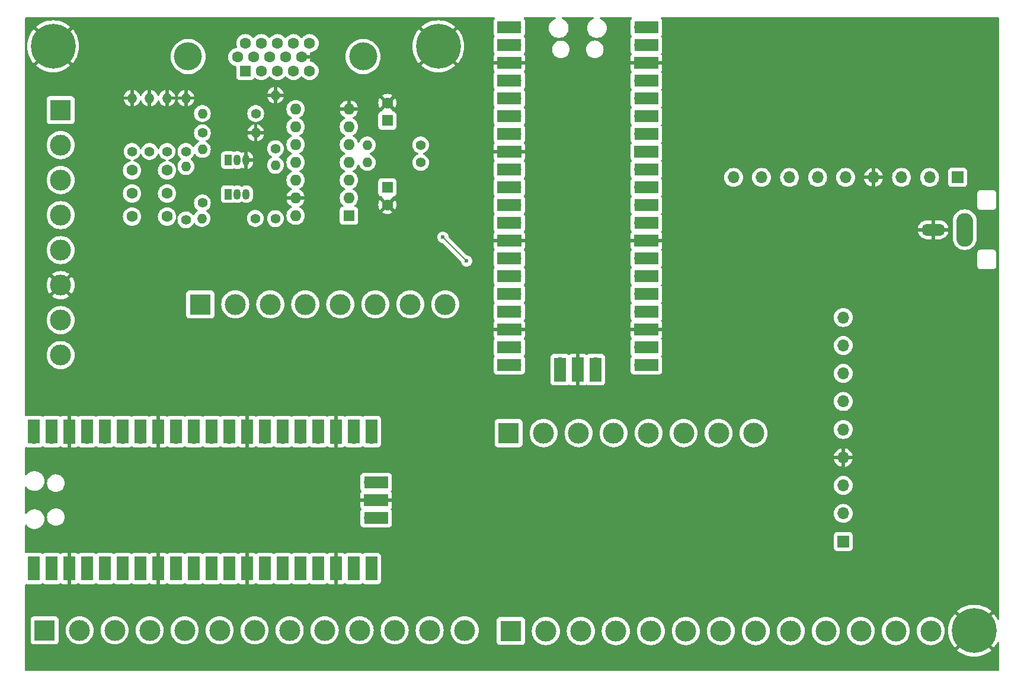
<source format=gbr>
%TF.GenerationSoftware,KiCad,Pcbnew,8.0.1*%
%TF.CreationDate,2024-06-23T19:42:57+10:00*%
%TF.ProjectId,arcade,61726361-6465-42e6-9b69-6361645f7063,rev?*%
%TF.SameCoordinates,Original*%
%TF.FileFunction,Copper,L1,Top*%
%TF.FilePolarity,Positive*%
%FSLAX46Y46*%
G04 Gerber Fmt 4.6, Leading zero omitted, Abs format (unit mm)*
G04 Created by KiCad (PCBNEW 8.0.1) date 2024-06-23 19:42:57*
%MOMM*%
%LPD*%
G01*
G04 APERTURE LIST*
%TA.AperFunction,ComponentPad*%
%ADD10R,1.600000X1.600000*%
%TD*%
%TA.AperFunction,ComponentPad*%
%ADD11C,1.600000*%
%TD*%
%TA.AperFunction,ComponentPad*%
%ADD12C,1.400000*%
%TD*%
%TA.AperFunction,ComponentPad*%
%ADD13O,1.400000X1.400000*%
%TD*%
%TA.AperFunction,ComponentPad*%
%ADD14O,2.400000X4.800000*%
%TD*%
%TA.AperFunction,ComponentPad*%
%ADD15O,3.400000X1.700000*%
%TD*%
%TA.AperFunction,ComponentPad*%
%ADD16R,3.000000X3.000000*%
%TD*%
%TA.AperFunction,ComponentPad*%
%ADD17C,3.000000*%
%TD*%
%TA.AperFunction,ComponentPad*%
%ADD18R,1.700000X1.700000*%
%TD*%
%TA.AperFunction,ComponentPad*%
%ADD19O,1.700000X1.700000*%
%TD*%
%TA.AperFunction,SMDPad,CuDef*%
%ADD20R,1.700000X3.500000*%
%TD*%
%TA.AperFunction,SMDPad,CuDef*%
%ADD21R,3.500000X1.700000*%
%TD*%
%TA.AperFunction,ComponentPad*%
%ADD22R,1.050000X1.500000*%
%TD*%
%TA.AperFunction,ComponentPad*%
%ADD23O,1.050000X1.500000*%
%TD*%
%TA.AperFunction,ComponentPad*%
%ADD24C,6.400000*%
%TD*%
%TA.AperFunction,ComponentPad*%
%ADD25C,4.000000*%
%TD*%
%TA.AperFunction,ComponentPad*%
%ADD26O,1.600000X1.600000*%
%TD*%
%TA.AperFunction,ViaPad*%
%ADD27C,0.600000*%
%TD*%
%TA.AperFunction,Conductor*%
%ADD28C,0.500000*%
%TD*%
%TA.AperFunction,Conductor*%
%ADD29C,0.200000*%
%TD*%
G04 APERTURE END LIST*
D10*
%TO.P,C2,1*%
%TO.N,Net-(C2-Pad1)*%
X127040001Y-60075000D03*
D11*
%TO.P,C2,2*%
%TO.N,GND*%
X127040001Y-57575000D03*
%TD*%
D12*
%TO.P,R3,1*%
%TO.N,Net-(R3-Pad1)*%
X111040001Y-74095000D03*
D13*
%TO.P,R3,2*%
%TO.N,Net-(Q1-B)*%
X111040001Y-66475000D03*
%TD*%
D11*
%TO.P,C3,1*%
%TO.N,/Video Processing/IN R*%
X95550000Y-67200000D03*
%TO.P,C3,2*%
%TO.N,/Video Processing/RIN2*%
X90550000Y-67200000D03*
%TD*%
D12*
%TO.P,R10,1*%
%TO.N,/Video Processing/IN G*%
X93050000Y-64500000D03*
D13*
%TO.P,R10,2*%
%TO.N,GND*%
X93050000Y-56880000D03*
%TD*%
D14*
%TO.P,J9,1,In*%
%TO.N,/Video Processing/AV1-1*%
X209520000Y-75681000D03*
D15*
%TO.P,J9,2,Ext*%
%TO.N,GND*%
X205020000Y-75681000D03*
%TD*%
D12*
%TO.P,R5,1*%
%TO.N,+5V*%
X108160001Y-74075000D03*
D13*
%TO.P,R5,2*%
%TO.N,Net-(Q1-C)*%
X100540001Y-74075000D03*
%TD*%
D12*
%TO.P,R4,1*%
%TO.N,Net-(Q1-B)*%
X111040001Y-64095000D03*
D13*
%TO.P,R4,2*%
%TO.N,GND*%
X111040001Y-56475000D03*
%TD*%
D16*
%TO.P,J6,1,Pin_1*%
%TO.N,/IO/GPIO34*%
X144350000Y-104750000D03*
D17*
%TO.P,J6,2,Pin_2*%
%TO.N,/IO/GPIO35*%
X149350000Y-104750000D03*
%TO.P,J6,3,Pin_3*%
%TO.N,/IO/GPIO36*%
X154350000Y-104750000D03*
%TO.P,J6,4,Pin_4*%
%TO.N,/IO/GPIO37*%
X159350000Y-104750000D03*
%TO.P,J6,5,Pin_5*%
%TO.N,/IO/GPIO38*%
X164350000Y-104750000D03*
%TO.P,J6,6,Pin_6*%
%TO.N,/IO/GPIO39*%
X169350000Y-104750000D03*
%TO.P,J6,7,Pin_7*%
%TO.N,/IO/GPIO40*%
X174350000Y-104750000D03*
%TO.P,J6,8,Pin_8*%
%TO.N,/IO/GPIO41*%
X179350000Y-104750000D03*
%TD*%
D18*
%TO.P,J7,1,Pin_1*%
%TO.N,/IO/PS_DAT_1*%
X192170000Y-120225000D03*
D19*
%TO.P,J7,2,Pin_2*%
%TO.N,/IO/PS_CMD_1*%
X192170000Y-116225000D03*
%TO.P,J7,3,Pin_3*%
%TO.N,unconnected-(J7-Pin_3-Pad3)*%
X192170000Y-112225000D03*
%TO.P,J7,4,Pin_4*%
%TO.N,GND*%
X192170000Y-108225000D03*
%TO.P,J7,5,Pin_5*%
%TO.N,+3.3VP*%
X192170000Y-104225000D03*
%TO.P,J7,6,Pin_6*%
%TO.N,/IO/~{PS_ATT_1}*%
X192170000Y-100225000D03*
%TO.P,J7,7,Pin_7*%
%TO.N,/IO/PS_CLK_1*%
X192170000Y-96225000D03*
%TO.P,J7,8,Pin_8*%
%TO.N,unconnected-(J7-Pin_8-Pad8)*%
X192170000Y-92225000D03*
%TO.P,J7,9,Pin_9*%
%TO.N,/IO/PS_ACK_1*%
X192170000Y-88225000D03*
%TD*%
D12*
%TO.P,R2,1*%
%TO.N,Net-(J1-Pin_14)*%
X131790001Y-63575000D03*
D13*
%TO.P,R2,2*%
%TO.N,Net-(C2-Pad1)*%
X124170001Y-63575000D03*
%TD*%
D16*
%TO.P,J4,1,Pin_1*%
%TO.N,/IO/GPIO13*%
X144670000Y-133025000D03*
D17*
%TO.P,J4,2,Pin_2*%
%TO.N,/IO/GPIO14*%
X149670000Y-133025000D03*
%TO.P,J4,3,Pin_3*%
%TO.N,/IO/GPIO15*%
X154670000Y-133025000D03*
%TO.P,J4,4,Pin_4*%
%TO.N,/IO/GPIO16*%
X159670000Y-133025000D03*
%TO.P,J4,5,Pin_5*%
%TO.N,/IO/GPIO17*%
X164670001Y-133025000D03*
%TO.P,J4,6,Pin_6*%
%TO.N,/IO/GPIO18*%
X169670001Y-133025000D03*
%TO.P,J4,7,Pin_7*%
%TO.N,/IO/GPIO19*%
X174669999Y-133025000D03*
%TO.P,J4,8,Pin_8*%
%TO.N,/IO/GPIO20*%
X179670000Y-133025000D03*
%TO.P,J4,9,Pin_9*%
%TO.N,/IO/GPIO21*%
X184670000Y-133025000D03*
%TO.P,J4,10,Pin_10*%
%TO.N,/IO/GPIO22*%
X189670000Y-133025000D03*
%TO.P,J4,11,Pin_11*%
%TO.N,/IO/GPIO23*%
X194670000Y-133025000D03*
%TO.P,J4,12,Pin_12*%
%TO.N,/IO/GPIO24*%
X199670000Y-133025000D03*
%TO.P,J4,13,Pin_13*%
%TO.N,/IO/GPIO25*%
X204670000Y-133025000D03*
%TD*%
D16*
%TO.P,J2,1,Pin_1*%
%TO.N,/Video Processing/RIN2*%
X80350000Y-58600000D03*
D17*
%TO.P,J2,2,Pin_2*%
%TO.N,/Video Processing/GIN2*%
X80350000Y-63600000D03*
%TO.P,J2,3,Pin_3*%
%TO.N,/Video Processing/BIN2*%
X80350000Y-68600000D03*
%TO.P,J2,4,Pin_4*%
%TO.N,/Video Processing/AV1-1*%
X80350000Y-73600000D03*
%TO.P,J2,5,Pin_5*%
%TO.N,/Video Processing/FBLIN2*%
X80350000Y-78600001D03*
%TO.P,J2,6,Pin_6*%
%TO.N,GND*%
X80350000Y-83600001D03*
%TO.P,J2,7,Pin_7*%
%TO.N,/IO/SDA*%
X80350000Y-88599999D03*
%TO.P,J2,8,Pin_8*%
%TO.N,/IO/SCL*%
X80350000Y-93600000D03*
%TD*%
D12*
%TO.P,R9,1*%
%TO.N,/Video Processing/IN R*%
X95550000Y-64500000D03*
D13*
%TO.P,R9,2*%
%TO.N,GND*%
X95550000Y-56880000D03*
%TD*%
D12*
%TO.P,R11,1*%
%TO.N,/Video Processing/IN B*%
X90550000Y-64500000D03*
D13*
%TO.P,R11,2*%
%TO.N,GND*%
X90550000Y-56880000D03*
%TD*%
D12*
%TO.P,R7,1*%
%TO.N,Net-(R6-Pad2)*%
X100600000Y-61845000D03*
D13*
%TO.P,R7,2*%
%TO.N,GND*%
X108220000Y-61845000D03*
%TD*%
D19*
%TO.P,U2,1,GPIO0*%
%TO.N,/IO/GPIO0*%
X76500000Y-123200000D03*
D20*
X76500000Y-124100000D03*
D19*
%TO.P,U2,2,GPIO1*%
%TO.N,/IO/GPIO1*%
X79040000Y-123200000D03*
D20*
X79040000Y-124100000D03*
D18*
%TO.P,U2,3,GND*%
%TO.N,GND*%
X81580000Y-123200000D03*
D20*
X81580000Y-124100000D03*
D19*
%TO.P,U2,4,GPIO2*%
%TO.N,/IO/GPIO2*%
X84120000Y-123200000D03*
D20*
X84120000Y-124100000D03*
D19*
%TO.P,U2,5,GPIO3*%
%TO.N,/IO/GPIO3*%
X86660000Y-123200000D03*
D20*
X86660000Y-124100000D03*
D19*
%TO.P,U2,6,GPIO4*%
%TO.N,/IO/GPIO4*%
X89200000Y-123200000D03*
D20*
X89200000Y-124100000D03*
D19*
%TO.P,U2,7,GPIO5*%
%TO.N,/IO/GPIO5*%
X91740000Y-123200000D03*
D20*
X91740000Y-124100000D03*
D18*
%TO.P,U2,8,GND*%
%TO.N,GND*%
X94280000Y-123200000D03*
D20*
X94280000Y-124100000D03*
D19*
%TO.P,U2,9,GPIO6*%
%TO.N,/IO/GPIO6*%
X96820000Y-123200000D03*
D20*
X96820000Y-124100000D03*
D19*
%TO.P,U2,10,GPIO7*%
%TO.N,/IO/GPIO7*%
X99360000Y-123200000D03*
D20*
X99360000Y-124100000D03*
D19*
%TO.P,U2,11,GPIO8*%
%TO.N,/IO/GPIO8*%
X101900000Y-123200000D03*
D20*
X101900000Y-124100000D03*
D19*
%TO.P,U2,12,GPIO9*%
%TO.N,/IO/GPIO9*%
X104440000Y-123200000D03*
D20*
X104440000Y-124100000D03*
D18*
%TO.P,U2,13,GND*%
%TO.N,GND*%
X106980000Y-123200000D03*
D20*
X106980000Y-124100000D03*
D19*
%TO.P,U2,14,GPIO10*%
%TO.N,/IO/GPIO10*%
X109520000Y-123200000D03*
D20*
X109520000Y-124100000D03*
D19*
%TO.P,U2,15,GPIO11*%
%TO.N,/IO/GPIO11*%
X112060000Y-123200000D03*
D20*
X112060000Y-124100000D03*
D19*
%TO.P,U2,16,GPIO12*%
%TO.N,/IO/GPIO12*%
X114600000Y-123200000D03*
D20*
X114600000Y-124100000D03*
D19*
%TO.P,U2,17,GPIO13*%
%TO.N,/IO/GPIO13*%
X117140000Y-123200000D03*
D20*
X117140000Y-124100000D03*
D18*
%TO.P,U2,18,GND*%
%TO.N,GND*%
X119680000Y-123200000D03*
D20*
X119680000Y-124100000D03*
D19*
%TO.P,U2,19,GPIO14*%
%TO.N,/IO/GPIO14*%
X122220000Y-123200000D03*
D20*
X122220000Y-124100000D03*
D19*
%TO.P,U2,20,GPIO15*%
%TO.N,/IO/GPIO15*%
X124760000Y-123200000D03*
D20*
X124760000Y-124100000D03*
D19*
%TO.P,U2,21,GPIO16*%
%TO.N,/IO/GPIO16*%
X124760000Y-105420000D03*
D20*
X124760000Y-104520000D03*
D19*
%TO.P,U2,22,GPIO17*%
%TO.N,/IO/GPIO17*%
X122220000Y-105420000D03*
D20*
X122220000Y-104520000D03*
D18*
%TO.P,U2,23,GND*%
%TO.N,GND*%
X119680000Y-105420000D03*
D20*
X119680000Y-104520000D03*
D19*
%TO.P,U2,24,GPIO18*%
%TO.N,/IO/GPIO18*%
X117140000Y-105420000D03*
D20*
X117140000Y-104520000D03*
D19*
%TO.P,U2,25,GPIO19*%
%TO.N,/IO/GPIO19*%
X114600000Y-105420000D03*
D20*
X114600000Y-104520000D03*
D19*
%TO.P,U2,26,GPIO20*%
%TO.N,/IO/GPIO20*%
X112060000Y-105420000D03*
D20*
X112060000Y-104520000D03*
D19*
%TO.P,U2,27,GPIO21*%
%TO.N,/IO/GPIO21*%
X109520000Y-105420000D03*
D20*
X109520000Y-104520000D03*
D18*
%TO.P,U2,28,GND*%
%TO.N,GND*%
X106980000Y-105420000D03*
D20*
X106980000Y-104520000D03*
D19*
%TO.P,U2,29,GPIO22*%
%TO.N,/IO/GPIO22*%
X104440000Y-105420000D03*
D20*
X104440000Y-104520000D03*
D19*
%TO.P,U2,30,RUN*%
%TO.N,unconnected-(U2-RUN-Pad30)*%
X101900000Y-105420000D03*
D20*
X101900000Y-104520000D03*
D19*
%TO.P,U2,31,GPIO26_ADC0*%
%TO.N,/IO/GPIO23*%
X99360000Y-105420000D03*
D20*
X99360000Y-104520000D03*
D19*
%TO.P,U2,32,GPIO27_ADC1*%
%TO.N,/IO/GPIO24*%
X96820000Y-105420000D03*
D20*
X96820000Y-104520000D03*
D18*
%TO.P,U2,33,AGND*%
%TO.N,GND*%
X94280000Y-105420000D03*
D20*
X94280000Y-104520000D03*
D19*
%TO.P,U2,34,GPIO28_ADC2*%
%TO.N,/IO/GPIO25*%
X91740000Y-105420000D03*
D20*
X91740000Y-104520000D03*
D19*
%TO.P,U2,35,ADC_VREF*%
%TO.N,unconnected-(U2-ADC_VREF-Pad35)*%
X89200000Y-105420000D03*
D20*
X89200000Y-104520000D03*
D19*
%TO.P,U2,36,3V3*%
%TO.N,+3.3VP*%
X86660000Y-105420000D03*
D20*
X86660000Y-104520000D03*
D19*
%TO.P,U2,37,3V3_EN*%
%TO.N,unconnected-(U2-3V3_EN-Pad37)*%
X84120000Y-105420000D03*
D20*
X84120000Y-104520000D03*
D18*
%TO.P,U2,38,GND*%
%TO.N,GND*%
X81580000Y-105420000D03*
D20*
X81580000Y-104520000D03*
D19*
%TO.P,U2,39,VSYS*%
%TO.N,unconnected-(U2-VSYS-Pad39)*%
X79040000Y-105420000D03*
D20*
X79040000Y-104520000D03*
D19*
%TO.P,U2,40,VBUS*%
%TO.N,+5V*%
X76500000Y-105420000D03*
D20*
X76500000Y-104520000D03*
D19*
%TO.P,U2,41,SWCLK*%
%TO.N,unconnected-(U2-SWCLK-Pad41)*%
X124530000Y-116850000D03*
D21*
X125430000Y-116850000D03*
D18*
%TO.P,U2,42,GND*%
%TO.N,GND*%
X124530000Y-114310000D03*
D21*
X125430000Y-114310000D03*
D19*
%TO.P,U2,43,SWDIO*%
%TO.N,unconnected-(U2-SWDIO-Pad43)*%
X124530000Y-111770000D03*
D21*
X125430000Y-111770000D03*
%TD*%
D11*
%TO.P,C5,1*%
%TO.N,/Video Processing/IN G*%
X95550000Y-70500000D03*
%TO.P,C5,2*%
%TO.N,/Video Processing/GIN2*%
X90550000Y-70500000D03*
%TD*%
D22*
%TO.P,Q2,1,C*%
%TO.N,+5V*%
X104310000Y-70600000D03*
D23*
%TO.P,Q2,2,B*%
%TO.N,Net-(Q1-C)*%
X105580000Y-70600000D03*
%TO.P,Q2,3,E*%
%TO.N,Net-(Q2-E)*%
X106850000Y-70600000D03*
%TD*%
D24*
%TO.P,H2,1,1*%
%TO.N,GND*%
X210870000Y-132975000D03*
%TD*%
D12*
%TO.P,R1,1*%
%TO.N,Net-(J1-Pin_13)*%
X131790001Y-66075000D03*
D13*
%TO.P,R1,2*%
%TO.N,Net-(C1-Pad1)*%
X124170001Y-66075000D03*
%TD*%
D12*
%TO.P,R6,1*%
%TO.N,Net-(Q2-E)*%
X100600000Y-71845000D03*
D13*
%TO.P,R6,2*%
%TO.N,Net-(R6-Pad2)*%
X100600000Y-64225000D03*
%TD*%
D24*
%TO.P,H1,1,1*%
%TO.N,GND*%
X79270000Y-49475000D03*
%TD*%
D12*
%TO.P,R13,1*%
%TO.N,/Video Processing/FBLIN2*%
X98250000Y-64500000D03*
D13*
%TO.P,R13,2*%
%TO.N,GND*%
X98250000Y-56880000D03*
%TD*%
D18*
%TO.P,J8,1,Pin_1*%
%TO.N,/IO/PS_DAT_2*%
X208495000Y-68207500D03*
D19*
%TO.P,J8,2,Pin_2*%
%TO.N,/IO/PS_CMD_2*%
X204495000Y-68207500D03*
%TO.P,J8,3,Pin_3*%
%TO.N,unconnected-(J8-Pin_3-Pad3)*%
X200495000Y-68207500D03*
%TO.P,J8,4,Pin_4*%
%TO.N,GND*%
X196495000Y-68207500D03*
%TO.P,J8,5,Pin_5*%
%TO.N,+3.3V*%
X192495000Y-68207500D03*
%TO.P,J8,6,Pin_6*%
%TO.N,/IO/~{PS_ATT_2}*%
X188495000Y-68207500D03*
%TO.P,J8,7,Pin_7*%
%TO.N,/IO/PS_CLK_2*%
X184495000Y-68207500D03*
%TO.P,J8,8,Pin_8*%
%TO.N,unconnected-(J8-Pin_8-Pad8)*%
X180495000Y-68207500D03*
%TO.P,J8,9,Pin_9*%
%TO.N,/IO/PS_ACK_2*%
X176495000Y-68207500D03*
%TD*%
D25*
%TO.P,J1,0*%
%TO.N,N/C*%
X123565000Y-50950001D03*
X98565000Y-50950000D03*
D10*
%TO.P,J1,1,Pin_1*%
%TO.N,/Video Processing/IN R*%
X106750000Y-53000000D03*
D11*
%TO.P,J1,2,Pin_2*%
%TO.N,unconnected-(J1-Pin_2-Pad2)*%
X109040001Y-53000000D03*
%TO.P,J1,3,Pin_3*%
%TO.N,/Video Processing/IN G*%
X111330000Y-53000000D03*
%TO.P,J1,4,Pin_4*%
%TO.N,unconnected-(J1-Pin_4-Pad4)*%
X113620001Y-53000000D03*
%TO.P,J1,5,Pin_5*%
%TO.N,/Video Processing/IN B*%
X115910000Y-53000000D03*
%TO.P,J1,6,Pin_6*%
%TO.N,unconnected-(J1-Pin_6-Pad6)*%
X105605000Y-51020000D03*
%TO.P,J1,7,Pin_7*%
%TO.N,unconnected-(J1-Pin_7-Pad7)*%
X107895000Y-51020000D03*
%TO.P,J1,8,Pin_8*%
%TO.N,unconnected-(J1-Pin_8-Pad8)*%
X110185000Y-51020000D03*
%TO.P,J1,9,Pin_9*%
%TO.N,unconnected-(J1-Pin_9-Pad9)*%
X112475000Y-51020000D03*
%TO.P,J1,10,Pin_10*%
%TO.N,GND*%
X114765000Y-51020000D03*
%TO.P,J1,11,Pin_11*%
%TO.N,unconnected-(J1-Pin_11-Pad11)*%
X106750000Y-49040000D03*
%TO.P,J1,12,Pin_12*%
%TO.N,unconnected-(J1-Pin_12-Pad12)*%
X109040000Y-49040000D03*
%TO.P,J1,13,Pin_13*%
%TO.N,Net-(J1-Pin_13)*%
X111330000Y-49040000D03*
%TO.P,J1,14,Pin_14*%
%TO.N,Net-(J1-Pin_14)*%
X113620000Y-49040000D03*
%TO.P,J1,15,Pin_15*%
%TO.N,unconnected-(J1-Pin_15-Pad15)*%
X115910000Y-49040000D03*
%TD*%
D19*
%TO.P,U3,1,GPIO0*%
%TO.N,/IO/SDA*%
X145350000Y-46750000D03*
D21*
X144450000Y-46750000D03*
D19*
%TO.P,U3,2,GPIO1*%
%TO.N,/IO/SCL*%
X145350000Y-49290000D03*
D21*
X144450000Y-49290000D03*
D18*
%TO.P,U3,3,GND*%
%TO.N,GND*%
X145350000Y-51830000D03*
D21*
X144450000Y-51830000D03*
D19*
%TO.P,U3,4,GPIO2*%
%TO.N,/IO/GPIO26*%
X145350000Y-54370000D03*
D21*
X144450000Y-54370000D03*
D19*
%TO.P,U3,5,GPIO3*%
%TO.N,/IO/GPIO27*%
X145350000Y-56910000D03*
D21*
X144450000Y-56910000D03*
D19*
%TO.P,U3,6,GPIO4*%
%TO.N,/IO/GPIO28*%
X145350000Y-59450000D03*
D21*
X144450000Y-59450000D03*
D19*
%TO.P,U3,7,GPIO5*%
%TO.N,/IO/GPIO29*%
X145350000Y-61990000D03*
D21*
X144450000Y-61990000D03*
D18*
%TO.P,U3,8,GND*%
%TO.N,GND*%
X145350000Y-64530000D03*
D21*
X144450000Y-64530000D03*
D19*
%TO.P,U3,9,GPIO6*%
%TO.N,/IO/GPIO30*%
X145350000Y-67070000D03*
D21*
X144450000Y-67070000D03*
D19*
%TO.P,U3,10,GPIO7*%
%TO.N,/IO/GPIO31*%
X145350000Y-69610000D03*
D21*
X144450000Y-69610000D03*
D19*
%TO.P,U3,11,GPIO8*%
%TO.N,/IO/GPIO32*%
X145350000Y-72150000D03*
D21*
X144450000Y-72150000D03*
D19*
%TO.P,U3,12,GPIO9*%
%TO.N,/IO/GPIO33*%
X145350000Y-74690000D03*
D21*
X144450000Y-74690000D03*
D18*
%TO.P,U3,13,GND*%
%TO.N,GND*%
X145350000Y-77230000D03*
D21*
X144450000Y-77230000D03*
D19*
%TO.P,U3,14,GPIO10*%
%TO.N,/IO/GPIO34*%
X145350000Y-79770000D03*
D21*
X144450000Y-79770000D03*
D19*
%TO.P,U3,15,GPIO11*%
%TO.N,/IO/GPIO35*%
X145350000Y-82310000D03*
D21*
X144450000Y-82310000D03*
D19*
%TO.P,U3,16,GPIO12*%
%TO.N,/IO/GPIO36*%
X145350000Y-84850000D03*
D21*
X144450000Y-84850000D03*
D19*
%TO.P,U3,17,GPIO13*%
%TO.N,/IO/GPIO37*%
X145350000Y-87390000D03*
D21*
X144450000Y-87390000D03*
D18*
%TO.P,U3,18,GND*%
%TO.N,GND*%
X145350000Y-89930000D03*
D21*
X144450000Y-89930000D03*
D19*
%TO.P,U3,19,GPIO14*%
%TO.N,/IO/GPIO38*%
X145350000Y-92470000D03*
D21*
X144450000Y-92470000D03*
D19*
%TO.P,U3,20,GPIO15*%
%TO.N,/IO/GPIO39*%
X145350000Y-95010000D03*
D21*
X144450000Y-95010000D03*
D19*
%TO.P,U3,21,GPIO16*%
%TO.N,/IO/GPIO40*%
X163130000Y-95010000D03*
D21*
X164030000Y-95010000D03*
D19*
%TO.P,U3,22,GPIO17*%
%TO.N,/IO/GPIO41*%
X163130000Y-92470000D03*
D21*
X164030000Y-92470000D03*
D18*
%TO.P,U3,23,GND*%
%TO.N,GND*%
X163130000Y-89930000D03*
D21*
X164030000Y-89930000D03*
D19*
%TO.P,U3,24,GPIO18*%
%TO.N,/IO/PS_CLK_1*%
X163130000Y-87390000D03*
D21*
X164030000Y-87390000D03*
D19*
%TO.P,U3,25,GPIO19*%
%TO.N,/IO/PS_CMD_1*%
X163130000Y-84850000D03*
D21*
X164030000Y-84850000D03*
D19*
%TO.P,U3,26,GPIO20*%
%TO.N,/IO/PS_DAT_1*%
X163130000Y-82310000D03*
D21*
X164030000Y-82310000D03*
D19*
%TO.P,U3,27,GPIO21*%
%TO.N,/IO/~{PS_ATT_1}*%
X163130000Y-79770000D03*
D21*
X164030000Y-79770000D03*
D18*
%TO.P,U3,28,GND*%
%TO.N,GND*%
X163130000Y-77230000D03*
D21*
X164030000Y-77230000D03*
D19*
%TO.P,U3,29,GPIO22*%
%TO.N,/IO/PS_CLK_2*%
X163130000Y-74690000D03*
D21*
X164030000Y-74690000D03*
D19*
%TO.P,U3,30,RUN*%
%TO.N,unconnected-(U3-RUN-Pad30)*%
X163130000Y-72150000D03*
D21*
X164030000Y-72150000D03*
D19*
%TO.P,U3,31,GPIO26_ADC0*%
%TO.N,/IO/PS_CMD_2*%
X163130000Y-69610000D03*
D21*
X164030000Y-69610000D03*
D19*
%TO.P,U3,32,GPIO27_ADC1*%
%TO.N,/IO/PS_DAT_2*%
X163130000Y-67070000D03*
D21*
X164030000Y-67070000D03*
D18*
%TO.P,U3,33,AGND*%
%TO.N,unconnected-(U3-AGND-Pad33)*%
X163130000Y-64530000D03*
D21*
X164030000Y-64530000D03*
D19*
%TO.P,U3,34,GPIO28_ADC2*%
%TO.N,/IO/~{PS_ATT_2}*%
X163130000Y-61990000D03*
D21*
X164030000Y-61990000D03*
D19*
%TO.P,U3,35,ADC_VREF*%
%TO.N,unconnected-(U3-ADC_VREF-Pad35)*%
X163130000Y-59450000D03*
D21*
X164030000Y-59450000D03*
D19*
%TO.P,U3,36,3V3*%
%TO.N,+3.3V*%
X163130000Y-56910000D03*
D21*
X164030000Y-56910000D03*
D19*
%TO.P,U3,37,3V3_EN*%
%TO.N,unconnected-(U3-3V3_EN-Pad37)*%
X163130000Y-54370000D03*
D21*
X164030000Y-54370000D03*
D18*
%TO.P,U3,38,GND*%
%TO.N,GND*%
X163130000Y-51830000D03*
D21*
X164030000Y-51830000D03*
D19*
%TO.P,U3,39,VSYS*%
%TO.N,unconnected-(U3-VSYS-Pad39)*%
X163130000Y-49290000D03*
D21*
X164030000Y-49290000D03*
D19*
%TO.P,U3,40,VBUS*%
%TO.N,+5V*%
X163130000Y-46750000D03*
D21*
X164030000Y-46750000D03*
D19*
%TO.P,U3,41,SWCLK*%
%TO.N,unconnected-(U3-SWCLK-Pad41)*%
X151700000Y-94780000D03*
D20*
X151700000Y-95680000D03*
D18*
%TO.P,U3,42,GND*%
%TO.N,GND*%
X154240000Y-94780000D03*
D20*
X154240000Y-95680000D03*
D19*
%TO.P,U3,43,SWDIO*%
%TO.N,unconnected-(U3-SWDIO-Pad43)*%
X156780000Y-94780000D03*
D20*
X156780000Y-95680000D03*
%TD*%
D22*
%TO.P,Q1,1,C*%
%TO.N,Net-(Q1-C)*%
X104310000Y-65745000D03*
D23*
%TO.P,Q1,2,B*%
%TO.N,Net-(Q1-B)*%
X105580001Y-65745000D03*
%TO.P,Q1,3,E*%
%TO.N,GND*%
X106850000Y-65745000D03*
%TD*%
D12*
%TO.P,R8,1*%
%TO.N,/Video Processing/AV1-1*%
X108220000Y-59095000D03*
D13*
%TO.P,R8,2*%
%TO.N,Net-(R6-Pad2)*%
X100600000Y-59095000D03*
%TD*%
D16*
%TO.P,J3,1,Pin_1*%
%TO.N,/IO/GPIO0*%
X78069999Y-132925000D03*
D17*
%TO.P,J3,2,Pin_2*%
%TO.N,/IO/GPIO1*%
X83069999Y-132925000D03*
%TO.P,J3,3,Pin_3*%
%TO.N,/IO/GPIO2*%
X88069999Y-132925000D03*
%TO.P,J3,4,Pin_4*%
%TO.N,/IO/GPIO3*%
X93069999Y-132925000D03*
%TO.P,J3,5,Pin_5*%
%TO.N,/IO/GPIO4*%
X98070000Y-132925000D03*
%TO.P,J3,6,Pin_6*%
%TO.N,/IO/GPIO5*%
X103070000Y-132925000D03*
%TO.P,J3,7,Pin_7*%
%TO.N,/IO/GPIO6*%
X108069998Y-132925000D03*
%TO.P,J3,8,Pin_8*%
%TO.N,/IO/GPIO7*%
X113069999Y-132925000D03*
%TO.P,J3,9,Pin_9*%
%TO.N,/IO/GPIO8*%
X118069999Y-132925000D03*
%TO.P,J3,10,Pin_10*%
%TO.N,/IO/GPIO9*%
X123069999Y-132925000D03*
%TO.P,J3,11,Pin_11*%
%TO.N,/IO/GPIO10*%
X128069999Y-132925000D03*
%TO.P,J3,12,Pin_12*%
%TO.N,/IO/GPIO11*%
X133069999Y-132925000D03*
%TO.P,J3,13,Pin_13*%
%TO.N,/IO/GPIO12*%
X138069999Y-132925000D03*
%TD*%
D10*
%TO.P,U1,1*%
%TO.N,Net-(J1-Pin_13)*%
X121540001Y-73695000D03*
D26*
%TO.P,U1,2*%
%TO.N,Net-(C1-Pad1)*%
X121540001Y-71155000D03*
%TO.P,U1,3*%
%TO.N,Net-(U1-Pad3)*%
X121540001Y-68615001D03*
%TO.P,U1,4*%
%TO.N,Net-(J1-Pin_14)*%
X121540001Y-66075000D03*
%TO.P,U1,5*%
%TO.N,Net-(C2-Pad1)*%
X121540001Y-63535000D03*
%TO.P,U1,6*%
%TO.N,Net-(U1-Pad10)*%
X121540001Y-60995000D03*
%TO.P,U1,7,GND*%
%TO.N,GND*%
X121540001Y-58455000D03*
%TO.P,U1,8*%
%TO.N,Net-(U1-Pad12)*%
X113920001Y-58455000D03*
%TO.P,U1,9*%
%TO.N,Net-(U1-Pad3)*%
X113920001Y-60995000D03*
%TO.P,U1,10*%
%TO.N,Net-(U1-Pad10)*%
X113920001Y-63535000D03*
%TO.P,U1,11*%
%TO.N,Net-(R3-Pad1)*%
X113920001Y-66075000D03*
%TO.P,U1,12*%
%TO.N,Net-(U1-Pad12)*%
X113920001Y-68615000D03*
%TO.P,U1,13*%
%TO.N,GND*%
X113920001Y-71155000D03*
%TO.P,U1,14,VCC*%
%TO.N,+5V*%
X113920001Y-73695000D03*
%TD*%
D11*
%TO.P,C7,1*%
%TO.N,/Video Processing/IN B*%
X95550000Y-73800000D03*
%TO.P,C7,2*%
%TO.N,/Video Processing/BIN2*%
X90550000Y-73800000D03*
%TD*%
D10*
%TO.P,C1,1*%
%TO.N,Net-(C1-Pad1)*%
X127040001Y-69619887D03*
D11*
%TO.P,C1,2*%
%TO.N,GND*%
X127040001Y-72119887D03*
%TD*%
D12*
%TO.P,R12,1*%
%TO.N,+5V*%
X98250000Y-74270000D03*
D13*
%TO.P,R12,2*%
%TO.N,/Video Processing/FBLIN2*%
X98250000Y-66650000D03*
%TD*%
D16*
%TO.P,J5,1,Pin_1*%
%TO.N,/IO/GPIO26*%
X100300000Y-86350000D03*
D17*
%TO.P,J5,2,Pin_2*%
%TO.N,/IO/GPIO27*%
X105300000Y-86350000D03*
%TO.P,J5,3,Pin_3*%
%TO.N,/IO/GPIO28*%
X110300000Y-86350000D03*
%TO.P,J5,4,Pin_4*%
%TO.N,/IO/GPIO29*%
X115300000Y-86350000D03*
%TO.P,J5,5,Pin_5*%
%TO.N,/IO/GPIO30*%
X120300000Y-86350000D03*
%TO.P,J5,6,Pin_6*%
%TO.N,/IO/GPIO31*%
X125300000Y-86350000D03*
%TO.P,J5,7,Pin_7*%
%TO.N,/IO/GPIO32*%
X130300000Y-86350000D03*
%TO.P,J5,8,Pin_8*%
%TO.N,/IO/GPIO33*%
X135300000Y-86350000D03*
%TD*%
D24*
%TO.P,H2,1,1*%
%TO.N,GND*%
X134300000Y-49475000D03*
%TD*%
D27*
%TO.N,/Video Processing/AV1-1*%
X134955148Y-76755148D03*
X138349265Y-80149265D03*
%TD*%
D28*
%TO.N,GND*%
X114765000Y-51020000D02*
X117330000Y-51020000D01*
X117330000Y-51020000D02*
X117450000Y-50900000D01*
D29*
%TO.N,/Video Processing/AV1-1*%
X134955148Y-76755148D02*
X138349265Y-80149265D01*
%TD*%
%TA.AperFunction,Conductor*%
%TO.N,GND*%
G36*
X142327085Y-45345185D02*
G01*
X142372840Y-45397989D01*
X142382784Y-45467147D01*
X142353759Y-45530703D01*
X142347727Y-45537181D01*
X142342452Y-45542455D01*
X142256206Y-45657664D01*
X142256202Y-45657671D01*
X142205908Y-45792517D01*
X142200149Y-45846087D01*
X142199501Y-45852123D01*
X142199500Y-45852135D01*
X142199500Y-47647870D01*
X142199501Y-47647876D01*
X142205908Y-47707483D01*
X142256202Y-47842328D01*
X142256203Y-47842330D01*
X142333578Y-47945689D01*
X142357995Y-48011153D01*
X142343144Y-48079426D01*
X142333578Y-48094309D01*
X142323168Y-48108216D01*
X142256203Y-48197669D01*
X142256202Y-48197671D01*
X142205908Y-48332517D01*
X142199501Y-48392116D01*
X142199501Y-48392123D01*
X142199500Y-48392135D01*
X142199500Y-50187870D01*
X142199501Y-50187876D01*
X142205908Y-50247483D01*
X142256202Y-50382328D01*
X142256206Y-50382335D01*
X142333889Y-50486105D01*
X142358307Y-50551569D01*
X142343456Y-50619842D01*
X142333890Y-50634727D01*
X142256647Y-50737910D01*
X142256645Y-50737913D01*
X142206403Y-50872620D01*
X142206401Y-50872627D01*
X142200000Y-50932155D01*
X142200000Y-51580000D01*
X144905440Y-51580000D01*
X144874755Y-51633147D01*
X144840000Y-51762857D01*
X144840000Y-51897143D01*
X144874755Y-52026853D01*
X144905440Y-52080000D01*
X142200000Y-52080000D01*
X142200000Y-52727844D01*
X142206401Y-52787372D01*
X142206403Y-52787379D01*
X142256645Y-52922086D01*
X142256646Y-52922088D01*
X142333890Y-53025272D01*
X142358307Y-53090736D01*
X142343456Y-53159009D01*
X142333890Y-53173894D01*
X142256204Y-53277669D01*
X142256202Y-53277671D01*
X142205908Y-53412517D01*
X142201825Y-53450499D01*
X142199501Y-53472123D01*
X142199500Y-53472135D01*
X142199500Y-55267870D01*
X142199501Y-55267876D01*
X142205908Y-55327483D01*
X142256202Y-55462328D01*
X142256203Y-55462330D01*
X142333578Y-55565689D01*
X142357995Y-55631153D01*
X142343144Y-55699426D01*
X142333578Y-55714311D01*
X142256203Y-55817669D01*
X142256202Y-55817671D01*
X142205908Y-55952517D01*
X142199501Y-56012116D01*
X142199501Y-56012123D01*
X142199500Y-56012135D01*
X142199500Y-57807870D01*
X142199501Y-57807876D01*
X142205908Y-57867483D01*
X142256202Y-58002328D01*
X142256203Y-58002330D01*
X142333578Y-58105689D01*
X142357995Y-58171153D01*
X142343144Y-58239426D01*
X142333578Y-58254311D01*
X142256203Y-58357669D01*
X142256202Y-58357671D01*
X142205908Y-58492517D01*
X142199501Y-58552116D01*
X142199501Y-58552123D01*
X142199500Y-58552135D01*
X142199500Y-60347870D01*
X142199501Y-60347876D01*
X142205908Y-60407483D01*
X142256202Y-60542328D01*
X142256203Y-60542330D01*
X142333578Y-60645689D01*
X142357995Y-60711153D01*
X142343144Y-60779426D01*
X142333578Y-60794311D01*
X142256203Y-60897669D01*
X142256202Y-60897671D01*
X142205908Y-61032517D01*
X142199501Y-61092116D01*
X142199501Y-61092123D01*
X142199500Y-61092135D01*
X142199500Y-62887870D01*
X142199501Y-62887876D01*
X142205908Y-62947483D01*
X142256202Y-63082328D01*
X142256206Y-63082335D01*
X142333889Y-63186105D01*
X142358307Y-63251569D01*
X142343456Y-63319842D01*
X142333890Y-63334727D01*
X142256647Y-63437910D01*
X142256645Y-63437913D01*
X142206403Y-63572620D01*
X142206401Y-63572627D01*
X142200000Y-63632155D01*
X142200000Y-64280000D01*
X144905440Y-64280000D01*
X144874755Y-64333147D01*
X144840000Y-64462857D01*
X144840000Y-64597143D01*
X144874755Y-64726853D01*
X144905440Y-64780000D01*
X142200000Y-64780000D01*
X142200000Y-65427844D01*
X142206401Y-65487372D01*
X142206403Y-65487379D01*
X142256645Y-65622086D01*
X142256646Y-65622088D01*
X142333890Y-65725272D01*
X142358307Y-65790736D01*
X142343456Y-65859009D01*
X142333890Y-65873894D01*
X142256204Y-65977669D01*
X142256202Y-65977671D01*
X142205908Y-66112517D01*
X142205104Y-66120000D01*
X142199501Y-66172123D01*
X142199500Y-66172135D01*
X142199500Y-67967870D01*
X142199501Y-67967876D01*
X142205908Y-68027483D01*
X142256202Y-68162328D01*
X142256203Y-68162330D01*
X142333578Y-68265689D01*
X142357995Y-68331153D01*
X142343144Y-68399426D01*
X142333578Y-68414311D01*
X142256203Y-68517669D01*
X142256202Y-68517671D01*
X142205908Y-68652517D01*
X142199997Y-68707500D01*
X142199501Y-68712123D01*
X142199500Y-68712135D01*
X142199500Y-70507870D01*
X142199501Y-70507876D01*
X142205908Y-70567483D01*
X142256202Y-70702328D01*
X142256203Y-70702330D01*
X142333578Y-70805689D01*
X142357995Y-70871153D01*
X142343144Y-70939426D01*
X142333578Y-70954311D01*
X142256203Y-71057669D01*
X142256202Y-71057671D01*
X142205908Y-71192517D01*
X142203995Y-71210316D01*
X142199501Y-71252123D01*
X142199500Y-71252135D01*
X142199500Y-73047870D01*
X142199501Y-73047876D01*
X142205908Y-73107483D01*
X142256202Y-73242328D01*
X142256203Y-73242330D01*
X142333578Y-73345689D01*
X142357995Y-73411153D01*
X142343144Y-73479426D01*
X142333578Y-73494311D01*
X142256203Y-73597669D01*
X142256202Y-73597671D01*
X142205908Y-73732517D01*
X142199501Y-73792116D01*
X142199501Y-73792123D01*
X142199500Y-73792135D01*
X142199500Y-75587870D01*
X142199501Y-75587876D01*
X142205908Y-75647483D01*
X142256202Y-75782328D01*
X142256206Y-75782335D01*
X142333889Y-75886105D01*
X142358307Y-75951569D01*
X142343456Y-76019842D01*
X142333890Y-76034727D01*
X142256647Y-76137910D01*
X142256645Y-76137913D01*
X142206403Y-76272620D01*
X142206401Y-76272627D01*
X142200000Y-76332155D01*
X142200000Y-76980000D01*
X144905440Y-76980000D01*
X144874755Y-77033147D01*
X144840000Y-77162857D01*
X144840000Y-77297143D01*
X144874755Y-77426853D01*
X144905440Y-77480000D01*
X142200000Y-77480000D01*
X142200000Y-78127844D01*
X142206401Y-78187372D01*
X142206403Y-78187379D01*
X142256645Y-78322086D01*
X142256646Y-78322088D01*
X142333890Y-78425272D01*
X142358307Y-78490736D01*
X142343456Y-78559009D01*
X142333890Y-78573894D01*
X142256204Y-78677669D01*
X142256202Y-78677671D01*
X142205908Y-78812517D01*
X142203189Y-78837812D01*
X142199501Y-78872123D01*
X142199500Y-78872135D01*
X142199500Y-80667870D01*
X142199501Y-80667876D01*
X142205908Y-80727483D01*
X142256202Y-80862328D01*
X142256203Y-80862330D01*
X142333578Y-80965689D01*
X142357995Y-81031153D01*
X142343144Y-81099426D01*
X142333578Y-81114311D01*
X142256203Y-81217669D01*
X142256202Y-81217671D01*
X142205908Y-81352517D01*
X142199501Y-81412116D01*
X142199501Y-81412123D01*
X142199500Y-81412135D01*
X142199500Y-83207870D01*
X142199501Y-83207876D01*
X142205908Y-83267483D01*
X142256202Y-83402328D01*
X142256203Y-83402330D01*
X142333578Y-83505689D01*
X142357995Y-83571153D01*
X142343144Y-83639426D01*
X142333578Y-83654311D01*
X142256203Y-83757669D01*
X142256202Y-83757671D01*
X142205908Y-83892517D01*
X142199501Y-83952116D01*
X142199501Y-83952123D01*
X142199500Y-83952135D01*
X142199500Y-85747870D01*
X142199501Y-85747876D01*
X142205908Y-85807483D01*
X142256202Y-85942328D01*
X142256203Y-85942330D01*
X142333578Y-86045689D01*
X142357995Y-86111153D01*
X142343144Y-86179426D01*
X142333578Y-86194311D01*
X142256203Y-86297669D01*
X142256202Y-86297671D01*
X142205908Y-86432517D01*
X142199501Y-86492116D01*
X142199501Y-86492123D01*
X142199500Y-86492135D01*
X142199500Y-88287870D01*
X142199501Y-88287876D01*
X142205908Y-88347483D01*
X142256202Y-88482328D01*
X142256206Y-88482335D01*
X142333889Y-88586105D01*
X142358307Y-88651569D01*
X142343456Y-88719842D01*
X142333890Y-88734727D01*
X142256647Y-88837910D01*
X142256645Y-88837913D01*
X142206403Y-88972620D01*
X142206401Y-88972627D01*
X142200000Y-89032155D01*
X142200000Y-89680000D01*
X144905440Y-89680000D01*
X144874755Y-89733147D01*
X144840000Y-89862857D01*
X144840000Y-89997143D01*
X144874755Y-90126853D01*
X144905440Y-90180000D01*
X142200000Y-90180000D01*
X142200000Y-90827844D01*
X142206401Y-90887372D01*
X142206403Y-90887379D01*
X142256645Y-91022086D01*
X142256646Y-91022088D01*
X142333890Y-91125272D01*
X142358307Y-91190736D01*
X142343456Y-91259009D01*
X142333890Y-91273894D01*
X142256204Y-91377669D01*
X142256202Y-91377671D01*
X142205908Y-91512517D01*
X142202183Y-91547169D01*
X142199501Y-91572123D01*
X142199500Y-91572135D01*
X142199500Y-93367870D01*
X142199501Y-93367876D01*
X142205908Y-93427483D01*
X142256202Y-93562328D01*
X142256203Y-93562330D01*
X142333578Y-93665689D01*
X142357995Y-93731153D01*
X142343144Y-93799426D01*
X142333578Y-93814311D01*
X142256203Y-93917669D01*
X142256202Y-93917671D01*
X142205908Y-94052517D01*
X142199501Y-94112116D01*
X142199501Y-94112123D01*
X142199500Y-94112135D01*
X142199500Y-95907870D01*
X142199501Y-95907876D01*
X142205908Y-95967483D01*
X142256202Y-96102328D01*
X142256206Y-96102335D01*
X142342452Y-96217544D01*
X142342455Y-96217547D01*
X142457664Y-96303793D01*
X142457671Y-96303797D01*
X142592517Y-96354091D01*
X142592516Y-96354091D01*
X142599444Y-96354835D01*
X142652127Y-96360500D01*
X145285611Y-96360499D01*
X145296419Y-96360971D01*
X145349999Y-96365659D01*
X145350000Y-96365659D01*
X145350001Y-96365659D01*
X145403580Y-96360971D01*
X145414388Y-96360499D01*
X146247871Y-96360499D01*
X146247872Y-96360499D01*
X146307483Y-96354091D01*
X146442331Y-96303796D01*
X146557546Y-96217546D01*
X146643796Y-96102331D01*
X146694091Y-95967483D01*
X146700500Y-95907873D01*
X146700499Y-95074383D01*
X146700971Y-95063576D01*
X146702075Y-95050965D01*
X146705659Y-95010000D01*
X146700971Y-94956421D01*
X146700499Y-94945613D01*
X146700499Y-94780001D01*
X150344341Y-94780001D01*
X150349028Y-94833574D01*
X150349500Y-94844381D01*
X150349500Y-97477870D01*
X150349501Y-97477876D01*
X150355908Y-97537483D01*
X150406202Y-97672328D01*
X150406206Y-97672335D01*
X150492452Y-97787544D01*
X150492455Y-97787547D01*
X150607664Y-97873793D01*
X150607671Y-97873797D01*
X150742517Y-97924091D01*
X150742516Y-97924091D01*
X150749444Y-97924835D01*
X150802127Y-97930500D01*
X152597872Y-97930499D01*
X152657483Y-97924091D01*
X152792331Y-97873796D01*
X152896106Y-97796109D01*
X152961570Y-97771692D01*
X153029843Y-97786543D01*
X153044729Y-97796110D01*
X153147910Y-97873352D01*
X153147913Y-97873354D01*
X153282620Y-97923596D01*
X153282627Y-97923598D01*
X153342155Y-97929999D01*
X153342172Y-97930000D01*
X153990000Y-97930000D01*
X153990000Y-95224560D01*
X154043147Y-95255245D01*
X154172857Y-95290000D01*
X154307143Y-95290000D01*
X154436853Y-95255245D01*
X154490000Y-95224560D01*
X154490000Y-97930000D01*
X155137828Y-97930000D01*
X155137844Y-97929999D01*
X155197372Y-97923598D01*
X155197379Y-97923596D01*
X155332086Y-97873354D01*
X155332089Y-97873352D01*
X155435271Y-97796110D01*
X155500735Y-97771692D01*
X155569008Y-97786543D01*
X155583888Y-97796105D01*
X155687076Y-97873352D01*
X155687668Y-97873795D01*
X155687671Y-97873797D01*
X155822517Y-97924091D01*
X155822516Y-97924091D01*
X155829444Y-97924835D01*
X155882127Y-97930500D01*
X157677872Y-97930499D01*
X157737483Y-97924091D01*
X157872331Y-97873796D01*
X157987546Y-97787546D01*
X158073796Y-97672331D01*
X158124091Y-97537483D01*
X158130500Y-97477873D01*
X158130499Y-94844381D01*
X158130971Y-94833578D01*
X158135659Y-94780000D01*
X158135659Y-94779999D01*
X158130971Y-94726418D01*
X158130499Y-94715610D01*
X158130499Y-93882129D01*
X158130498Y-93882123D01*
X158130497Y-93882116D01*
X158124091Y-93822517D01*
X158121030Y-93814311D01*
X158073797Y-93687671D01*
X158073793Y-93687664D01*
X157987547Y-93572455D01*
X157987544Y-93572452D01*
X157872335Y-93486206D01*
X157872328Y-93486202D01*
X157737482Y-93435908D01*
X157737483Y-93435908D01*
X157677883Y-93429501D01*
X157677881Y-93429500D01*
X157677873Y-93429500D01*
X157677865Y-93429500D01*
X156844383Y-93429500D01*
X156833576Y-93429028D01*
X156780002Y-93424341D01*
X156779999Y-93424341D01*
X156744865Y-93427414D01*
X156726421Y-93429028D01*
X156715616Y-93429500D01*
X155882129Y-93429500D01*
X155882123Y-93429501D01*
X155822516Y-93435908D01*
X155687671Y-93486202D01*
X155687669Y-93486204D01*
X155583894Y-93563890D01*
X155518430Y-93588307D01*
X155450157Y-93573456D01*
X155435272Y-93563890D01*
X155332088Y-93486646D01*
X155332086Y-93486645D01*
X155197379Y-93436403D01*
X155197372Y-93436401D01*
X155137844Y-93430000D01*
X154490000Y-93430000D01*
X154490000Y-94335439D01*
X154436853Y-94304755D01*
X154307143Y-94270000D01*
X154172857Y-94270000D01*
X154043147Y-94304755D01*
X153990000Y-94335439D01*
X153990000Y-93430000D01*
X153342155Y-93430000D01*
X153282627Y-93436401D01*
X153282620Y-93436403D01*
X153147913Y-93486645D01*
X153147910Y-93486647D01*
X153044727Y-93563890D01*
X152979262Y-93588307D01*
X152910989Y-93573455D01*
X152896105Y-93563889D01*
X152792335Y-93486206D01*
X152792328Y-93486202D01*
X152657482Y-93435908D01*
X152657483Y-93435908D01*
X152597883Y-93429501D01*
X152597881Y-93429500D01*
X152597873Y-93429500D01*
X152597865Y-93429500D01*
X151764383Y-93429500D01*
X151753576Y-93429028D01*
X151700002Y-93424341D01*
X151699999Y-93424341D01*
X151664865Y-93427414D01*
X151646421Y-93429028D01*
X151635616Y-93429500D01*
X150802129Y-93429500D01*
X150802123Y-93429501D01*
X150742516Y-93435908D01*
X150607671Y-93486202D01*
X150607664Y-93486206D01*
X150492455Y-93572452D01*
X150492452Y-93572455D01*
X150406206Y-93687664D01*
X150406202Y-93687671D01*
X150355908Y-93822517D01*
X150349501Y-93882116D01*
X150349501Y-93882123D01*
X150349500Y-93882135D01*
X150349500Y-94715618D01*
X150349028Y-94726425D01*
X150344341Y-94779997D01*
X150344341Y-94780001D01*
X146700499Y-94780001D01*
X146700499Y-94112129D01*
X146700498Y-94112123D01*
X146700497Y-94112116D01*
X146694091Y-94052517D01*
X146643796Y-93917669D01*
X146566421Y-93814309D01*
X146542004Y-93748848D01*
X146556855Y-93680575D01*
X146566416Y-93665696D01*
X146643796Y-93562331D01*
X146694091Y-93427483D01*
X146700500Y-93367873D01*
X146700499Y-92534383D01*
X146700971Y-92523576D01*
X146701662Y-92515685D01*
X146705659Y-92470000D01*
X146700971Y-92416421D01*
X146700499Y-92405613D01*
X146700499Y-91572129D01*
X146700498Y-91572123D01*
X146700497Y-91572116D01*
X146694091Y-91512517D01*
X146643796Y-91377669D01*
X146566109Y-91273893D01*
X146541692Y-91208430D01*
X146556543Y-91140157D01*
X146566110Y-91125271D01*
X146643352Y-91022089D01*
X146643354Y-91022086D01*
X146693596Y-90887379D01*
X146693598Y-90887372D01*
X146699999Y-90827844D01*
X146700000Y-90827827D01*
X146700000Y-90180000D01*
X145794560Y-90180000D01*
X145825245Y-90126853D01*
X145860000Y-89997143D01*
X145860000Y-89862857D01*
X145825245Y-89733147D01*
X145794560Y-89680000D01*
X146700000Y-89680000D01*
X146700000Y-89032172D01*
X146699999Y-89032155D01*
X146693598Y-88972627D01*
X146693596Y-88972620D01*
X146643354Y-88837913D01*
X146643352Y-88837910D01*
X146566110Y-88734729D01*
X146541692Y-88669265D01*
X146556543Y-88600992D01*
X146566105Y-88586111D01*
X146643796Y-88482331D01*
X146694091Y-88347483D01*
X146700500Y-88287873D01*
X146700499Y-87454383D01*
X146700971Y-87443576D01*
X146705659Y-87390000D01*
X146705659Y-87389999D01*
X146700971Y-87336421D01*
X146700499Y-87325613D01*
X146700499Y-86492129D01*
X146700498Y-86492123D01*
X146700497Y-86492116D01*
X146694091Y-86432517D01*
X146663313Y-86349998D01*
X146643797Y-86297671D01*
X146643795Y-86297668D01*
X146566421Y-86194309D01*
X146542004Y-86128848D01*
X146556855Y-86060575D01*
X146566416Y-86045696D01*
X146643796Y-85942331D01*
X146694091Y-85807483D01*
X146700500Y-85747873D01*
X146700499Y-84914383D01*
X146700971Y-84903576D01*
X146705659Y-84850000D01*
X146705659Y-84849999D01*
X146700971Y-84796421D01*
X146700499Y-84785613D01*
X146700499Y-83952129D01*
X146700498Y-83952123D01*
X146700497Y-83952116D01*
X146694091Y-83892517D01*
X146643796Y-83757669D01*
X146566421Y-83654309D01*
X146542004Y-83588848D01*
X146556855Y-83520575D01*
X146566416Y-83505696D01*
X146643796Y-83402331D01*
X146694091Y-83267483D01*
X146700500Y-83207873D01*
X146700499Y-82374383D01*
X146700971Y-82363576D01*
X146705659Y-82310000D01*
X146705659Y-82309999D01*
X146700971Y-82256421D01*
X146700499Y-82245613D01*
X146700499Y-81412129D01*
X146700498Y-81412123D01*
X146700497Y-81412116D01*
X146694091Y-81352517D01*
X146686252Y-81331500D01*
X146643797Y-81217671D01*
X146643795Y-81217668D01*
X146584392Y-81138316D01*
X146566421Y-81114309D01*
X146542004Y-81048848D01*
X146556855Y-80980575D01*
X146566416Y-80965696D01*
X146643796Y-80862331D01*
X146694091Y-80727483D01*
X146700500Y-80667873D01*
X146700499Y-79834383D01*
X146700971Y-79823576D01*
X146705659Y-79770000D01*
X146705659Y-79769999D01*
X146700971Y-79716421D01*
X146700499Y-79705613D01*
X146700499Y-78872129D01*
X146700498Y-78872123D01*
X146700497Y-78872116D01*
X146694091Y-78812517D01*
X146660959Y-78723686D01*
X146643797Y-78677671D01*
X146643795Y-78677668D01*
X146566109Y-78573893D01*
X146541692Y-78508430D01*
X146556543Y-78440157D01*
X146566110Y-78425271D01*
X146643352Y-78322089D01*
X146643354Y-78322086D01*
X146693596Y-78187379D01*
X146693598Y-78187372D01*
X146699999Y-78127844D01*
X146700000Y-78127827D01*
X146700000Y-77480000D01*
X145794560Y-77480000D01*
X145825245Y-77426853D01*
X145860000Y-77297143D01*
X145860000Y-77162857D01*
X145825245Y-77033147D01*
X145794560Y-76980000D01*
X146700000Y-76980000D01*
X146700000Y-76332172D01*
X146699999Y-76332155D01*
X146693598Y-76272627D01*
X146693596Y-76272620D01*
X146643354Y-76137913D01*
X146643352Y-76137910D01*
X146566110Y-76034729D01*
X146541692Y-75969265D01*
X146556543Y-75900992D01*
X146566105Y-75886111D01*
X146643796Y-75782331D01*
X146694091Y-75647483D01*
X146700500Y-75587873D01*
X146700499Y-74754383D01*
X146700971Y-74743576D01*
X146701518Y-74737331D01*
X146705659Y-74690000D01*
X146700971Y-74636421D01*
X146700499Y-74625613D01*
X146700499Y-73792129D01*
X146700498Y-73792123D01*
X146700497Y-73792116D01*
X146694091Y-73732517D01*
X146692135Y-73727274D01*
X146643797Y-73597671D01*
X146643795Y-73597668D01*
X146566421Y-73494309D01*
X146542004Y-73428848D01*
X146556855Y-73360575D01*
X146566416Y-73345696D01*
X146643796Y-73242331D01*
X146694091Y-73107483D01*
X146700500Y-73047873D01*
X146700499Y-72214383D01*
X146700971Y-72203576D01*
X146705659Y-72150000D01*
X146705659Y-72149999D01*
X146700971Y-72096421D01*
X146700499Y-72085613D01*
X146700499Y-71252129D01*
X146700498Y-71252123D01*
X146700497Y-71252116D01*
X146694091Y-71192517D01*
X146680098Y-71155001D01*
X146643797Y-71057671D01*
X146643795Y-71057668D01*
X146625152Y-71032764D01*
X146566421Y-70954309D01*
X146542004Y-70888848D01*
X146556855Y-70820575D01*
X146566416Y-70805696D01*
X146643796Y-70702331D01*
X146694091Y-70567483D01*
X146700500Y-70507873D01*
X146700499Y-69674383D01*
X146700971Y-69663576D01*
X146705659Y-69610000D01*
X146705659Y-69609999D01*
X146700971Y-69556421D01*
X146700499Y-69545613D01*
X146700499Y-68712129D01*
X146700498Y-68712123D01*
X146700497Y-68712116D01*
X146694091Y-68652517D01*
X146680098Y-68615001D01*
X146643797Y-68517671D01*
X146643795Y-68517668D01*
X146619815Y-68485635D01*
X146566421Y-68414309D01*
X146542004Y-68348848D01*
X146556855Y-68280575D01*
X146566416Y-68265696D01*
X146643796Y-68162331D01*
X146694091Y-68027483D01*
X146700500Y-67967873D01*
X146700499Y-67134383D01*
X146700971Y-67123576D01*
X146701707Y-67115171D01*
X146705659Y-67070000D01*
X146702462Y-67033467D01*
X146700971Y-67016421D01*
X146700499Y-67005613D01*
X146700499Y-66172129D01*
X146700498Y-66172123D01*
X146700497Y-66172116D01*
X146694091Y-66112517D01*
X146687350Y-66094444D01*
X146643797Y-65977671D01*
X146643795Y-65977668D01*
X146640494Y-65973258D01*
X146566109Y-65873893D01*
X146541692Y-65808430D01*
X146556543Y-65740157D01*
X146566110Y-65725271D01*
X146643352Y-65622089D01*
X146643354Y-65622086D01*
X146693596Y-65487379D01*
X146693598Y-65487372D01*
X146699999Y-65427844D01*
X146700000Y-65427827D01*
X146700000Y-64780000D01*
X145794560Y-64780000D01*
X145825245Y-64726853D01*
X145860000Y-64597143D01*
X145860000Y-64462857D01*
X145825245Y-64333147D01*
X145794560Y-64280000D01*
X146700000Y-64280000D01*
X146700000Y-63632172D01*
X146699999Y-63632155D01*
X146693598Y-63572627D01*
X146693596Y-63572620D01*
X146643354Y-63437913D01*
X146643352Y-63437910D01*
X146566110Y-63334729D01*
X146541692Y-63269265D01*
X146556543Y-63200992D01*
X146566105Y-63186111D01*
X146643796Y-63082331D01*
X146694091Y-62947483D01*
X146700500Y-62887873D01*
X146700499Y-62054383D01*
X146700971Y-62043576D01*
X146705659Y-61990000D01*
X146705659Y-61989999D01*
X146700971Y-61936421D01*
X146700499Y-61925613D01*
X146700499Y-61092129D01*
X146700498Y-61092123D01*
X146700497Y-61092116D01*
X146694091Y-61032517D01*
X146680098Y-60995001D01*
X146643797Y-60897671D01*
X146643795Y-60897668D01*
X146632720Y-60882874D01*
X146566421Y-60794309D01*
X146542004Y-60728848D01*
X146556855Y-60660575D01*
X146566416Y-60645696D01*
X146643796Y-60542331D01*
X146694091Y-60407483D01*
X146700500Y-60347873D01*
X146700499Y-59514383D01*
X146700971Y-59503576D01*
X146705659Y-59450000D01*
X146705659Y-59449999D01*
X146700971Y-59396421D01*
X146700499Y-59385613D01*
X146700499Y-58552129D01*
X146700498Y-58552123D01*
X146700497Y-58552116D01*
X146694091Y-58492517D01*
X146680098Y-58455001D01*
X146643797Y-58357671D01*
X146643795Y-58357668D01*
X146566421Y-58254309D01*
X146542004Y-58188848D01*
X146556855Y-58120575D01*
X146566416Y-58105696D01*
X146643796Y-58002331D01*
X146694091Y-57867483D01*
X146700500Y-57807873D01*
X146700499Y-56974383D01*
X146700971Y-56963576D01*
X146705659Y-56910000D01*
X146705659Y-56909999D01*
X146700971Y-56856421D01*
X146700499Y-56845613D01*
X146700499Y-56012129D01*
X146700498Y-56012123D01*
X146700497Y-56012116D01*
X146694091Y-55952517D01*
X146643796Y-55817669D01*
X146566421Y-55714309D01*
X146542004Y-55648848D01*
X146556855Y-55580575D01*
X146566416Y-55565696D01*
X146643796Y-55462331D01*
X146694091Y-55327483D01*
X146700500Y-55267873D01*
X146700499Y-54434383D01*
X146700971Y-54423576D01*
X146705659Y-54370000D01*
X146705659Y-54369999D01*
X146700971Y-54316421D01*
X146700499Y-54305613D01*
X146700499Y-53472129D01*
X146700498Y-53472123D01*
X146700497Y-53472116D01*
X146694091Y-53412517D01*
X146693550Y-53411067D01*
X146643797Y-53277671D01*
X146643795Y-53277668D01*
X146605638Y-53226697D01*
X146566109Y-53173893D01*
X146541692Y-53108430D01*
X146556543Y-53040157D01*
X146566110Y-53025271D01*
X146643352Y-52922089D01*
X146643354Y-52922086D01*
X146693596Y-52787379D01*
X146693598Y-52787372D01*
X146699999Y-52727844D01*
X146700000Y-52727827D01*
X146700000Y-52080000D01*
X145794560Y-52080000D01*
X145825245Y-52026853D01*
X145860000Y-51897143D01*
X145860000Y-51762857D01*
X145825245Y-51633147D01*
X145794560Y-51580000D01*
X146700000Y-51580000D01*
X146700000Y-50932172D01*
X146699999Y-50932155D01*
X146693598Y-50872627D01*
X146693596Y-50872620D01*
X146643354Y-50737913D01*
X146643352Y-50737910D01*
X146566110Y-50634729D01*
X146541692Y-50569265D01*
X146556543Y-50500992D01*
X146566105Y-50486111D01*
X146643796Y-50382331D01*
X146694091Y-50247483D01*
X146700500Y-50187873D01*
X146700500Y-49910000D01*
X150559723Y-49910000D01*
X150575399Y-50089187D01*
X150578793Y-50127975D01*
X150578793Y-50127979D01*
X150635422Y-50339322D01*
X150635424Y-50339326D01*
X150635425Y-50339330D01*
X150655477Y-50382331D01*
X150727897Y-50537638D01*
X150750043Y-50569265D01*
X150853402Y-50716877D01*
X151008123Y-50871598D01*
X151187361Y-50997102D01*
X151385670Y-51089575D01*
X151597023Y-51146207D01*
X151779926Y-51162208D01*
X151814998Y-51165277D01*
X151815000Y-51165277D01*
X151815002Y-51165277D01*
X151843254Y-51162805D01*
X152032977Y-51146207D01*
X152244330Y-51089575D01*
X152442639Y-50997102D01*
X152621877Y-50871598D01*
X152776598Y-50716877D01*
X152902102Y-50537639D01*
X152994575Y-50339330D01*
X153051207Y-50127977D01*
X153070277Y-49910000D01*
X155409723Y-49910000D01*
X155425399Y-50089187D01*
X155428793Y-50127975D01*
X155428793Y-50127979D01*
X155485422Y-50339322D01*
X155485424Y-50339326D01*
X155485425Y-50339330D01*
X155505477Y-50382331D01*
X155577897Y-50537638D01*
X155600043Y-50569265D01*
X155703402Y-50716877D01*
X155858123Y-50871598D01*
X156037361Y-50997102D01*
X156235670Y-51089575D01*
X156447023Y-51146207D01*
X156629926Y-51162208D01*
X156664998Y-51165277D01*
X156665000Y-51165277D01*
X156665002Y-51165277D01*
X156693254Y-51162805D01*
X156882977Y-51146207D01*
X157094330Y-51089575D01*
X157292639Y-50997102D01*
X157471877Y-50871598D01*
X157626598Y-50716877D01*
X157752102Y-50537639D01*
X157844575Y-50339330D01*
X157901207Y-50127977D01*
X157920277Y-49910000D01*
X157918477Y-49889431D01*
X157914999Y-49849668D01*
X157901207Y-49692023D01*
X157844575Y-49480670D01*
X157752102Y-49282362D01*
X157752100Y-49282359D01*
X157752099Y-49282357D01*
X157626599Y-49103124D01*
X157563473Y-49039998D01*
X157471877Y-48948402D01*
X157309340Y-48834592D01*
X157292638Y-48822897D01*
X157193484Y-48776661D01*
X157094330Y-48730425D01*
X157094326Y-48730424D01*
X157094322Y-48730422D01*
X156882977Y-48673793D01*
X156665002Y-48654723D01*
X156664998Y-48654723D01*
X156519682Y-48667436D01*
X156447023Y-48673793D01*
X156447020Y-48673793D01*
X156235677Y-48730422D01*
X156235668Y-48730426D01*
X156037361Y-48822898D01*
X156037357Y-48822900D01*
X155858121Y-48948402D01*
X155703402Y-49103121D01*
X155577900Y-49282357D01*
X155577898Y-49282361D01*
X155485426Y-49480668D01*
X155485422Y-49480677D01*
X155428793Y-49692020D01*
X155428793Y-49692024D01*
X155411523Y-49889431D01*
X155409723Y-49910000D01*
X153070277Y-49910000D01*
X153068477Y-49889431D01*
X153064999Y-49849668D01*
X153051207Y-49692023D01*
X152994575Y-49480670D01*
X152902102Y-49282362D01*
X152902100Y-49282359D01*
X152902099Y-49282357D01*
X152776599Y-49103124D01*
X152713473Y-49039998D01*
X152621877Y-48948402D01*
X152459340Y-48834592D01*
X152442638Y-48822897D01*
X152343484Y-48776661D01*
X152244330Y-48730425D01*
X152244326Y-48730424D01*
X152244322Y-48730422D01*
X152032977Y-48673793D01*
X151815002Y-48654723D01*
X151814998Y-48654723D01*
X151669682Y-48667436D01*
X151597023Y-48673793D01*
X151597020Y-48673793D01*
X151385677Y-48730422D01*
X151385668Y-48730426D01*
X151187361Y-48822898D01*
X151187357Y-48822900D01*
X151008121Y-48948402D01*
X150853402Y-49103121D01*
X150727900Y-49282357D01*
X150727898Y-49282361D01*
X150635426Y-49480668D01*
X150635422Y-49480677D01*
X150578793Y-49692020D01*
X150578793Y-49692024D01*
X150561523Y-49889431D01*
X150559723Y-49910000D01*
X146700500Y-49910000D01*
X146700499Y-49354383D01*
X146700971Y-49343576D01*
X146705659Y-49290000D01*
X146705659Y-49289999D01*
X146700971Y-49236421D01*
X146700499Y-49225613D01*
X146700499Y-48392129D01*
X146700498Y-48392123D01*
X146700497Y-48392116D01*
X146694091Y-48332517D01*
X146684363Y-48306436D01*
X146643797Y-48197671D01*
X146643795Y-48197668D01*
X146566421Y-48094309D01*
X146542004Y-48028848D01*
X146556855Y-47960575D01*
X146566416Y-47945696D01*
X146643796Y-47842331D01*
X146694091Y-47707483D01*
X146700500Y-47647873D01*
X146700499Y-46814383D01*
X146700971Y-46803576D01*
X146705659Y-46750000D01*
X146705659Y-46749999D01*
X146700971Y-46696421D01*
X146700499Y-46685613D01*
X146700499Y-45852129D01*
X146700498Y-45852123D01*
X146700497Y-45852116D01*
X146694091Y-45792517D01*
X146660901Y-45703531D01*
X146643797Y-45657671D01*
X146643793Y-45657664D01*
X146557547Y-45542455D01*
X146552273Y-45537181D01*
X146518788Y-45475858D01*
X146523772Y-45406166D01*
X146565644Y-45350233D01*
X146631108Y-45325816D01*
X146639954Y-45325500D01*
X150986792Y-45325500D01*
X151053831Y-45345185D01*
X151099586Y-45397989D01*
X151109530Y-45467147D01*
X151080505Y-45530703D01*
X151027055Y-45566781D01*
X150950504Y-45593061D01*
X150950495Y-45593064D01*
X150746371Y-45703531D01*
X150746365Y-45703535D01*
X150563222Y-45846081D01*
X150563219Y-45846084D01*
X150563216Y-45846086D01*
X150563216Y-45846087D01*
X150504267Y-45910122D01*
X150406016Y-46016852D01*
X150279075Y-46211151D01*
X150185842Y-46423699D01*
X150128866Y-46648691D01*
X150128864Y-46648702D01*
X150109700Y-46879993D01*
X150109700Y-46880006D01*
X150128864Y-47111297D01*
X150128866Y-47111308D01*
X150185842Y-47336300D01*
X150279075Y-47548848D01*
X150406016Y-47743147D01*
X150406019Y-47743151D01*
X150406021Y-47743153D01*
X150563216Y-47913913D01*
X150563219Y-47913915D01*
X150563222Y-47913918D01*
X150746365Y-48056464D01*
X150746371Y-48056468D01*
X150746374Y-48056470D01*
X150950497Y-48166936D01*
X151049311Y-48200859D01*
X151170015Y-48242297D01*
X151170017Y-48242297D01*
X151170019Y-48242298D01*
X151398951Y-48280500D01*
X151398952Y-48280500D01*
X151631048Y-48280500D01*
X151631049Y-48280500D01*
X151859981Y-48242298D01*
X152079503Y-48166936D01*
X152283626Y-48056470D01*
X152466784Y-47913913D01*
X152623979Y-47743153D01*
X152750924Y-47548849D01*
X152844157Y-47336300D01*
X152901134Y-47111305D01*
X152901135Y-47111297D01*
X152920300Y-46880006D01*
X152920300Y-46879993D01*
X152901135Y-46648702D01*
X152901133Y-46648691D01*
X152844157Y-46423699D01*
X152750924Y-46211151D01*
X152623983Y-46016852D01*
X152623980Y-46016849D01*
X152623979Y-46016847D01*
X152466784Y-45846087D01*
X152466779Y-45846083D01*
X152466777Y-45846081D01*
X152283634Y-45703535D01*
X152283628Y-45703531D01*
X152079504Y-45593064D01*
X152079495Y-45593061D01*
X152002945Y-45566781D01*
X151945930Y-45526395D01*
X151919799Y-45461596D01*
X151932851Y-45392956D01*
X151980939Y-45342268D01*
X152043208Y-45325500D01*
X156436792Y-45325500D01*
X156503831Y-45345185D01*
X156549586Y-45397989D01*
X156559530Y-45467147D01*
X156530505Y-45530703D01*
X156477055Y-45566781D01*
X156400504Y-45593061D01*
X156400495Y-45593064D01*
X156196371Y-45703531D01*
X156196365Y-45703535D01*
X156013222Y-45846081D01*
X156013219Y-45846084D01*
X156013216Y-45846086D01*
X156013216Y-45846087D01*
X155954267Y-45910122D01*
X155856016Y-46016852D01*
X155729075Y-46211151D01*
X155635842Y-46423699D01*
X155578866Y-46648691D01*
X155578864Y-46648702D01*
X155559700Y-46879993D01*
X155559700Y-46880006D01*
X155578864Y-47111297D01*
X155578866Y-47111308D01*
X155635842Y-47336300D01*
X155729075Y-47548848D01*
X155856016Y-47743147D01*
X155856019Y-47743151D01*
X155856021Y-47743153D01*
X156013216Y-47913913D01*
X156013219Y-47913915D01*
X156013222Y-47913918D01*
X156196365Y-48056464D01*
X156196371Y-48056468D01*
X156196374Y-48056470D01*
X156400497Y-48166936D01*
X156499311Y-48200859D01*
X156620015Y-48242297D01*
X156620017Y-48242297D01*
X156620019Y-48242298D01*
X156848951Y-48280500D01*
X156848952Y-48280500D01*
X157081048Y-48280500D01*
X157081049Y-48280500D01*
X157309981Y-48242298D01*
X157529503Y-48166936D01*
X157733626Y-48056470D01*
X157916784Y-47913913D01*
X158073979Y-47743153D01*
X158200924Y-47548849D01*
X158294157Y-47336300D01*
X158351134Y-47111305D01*
X158351135Y-47111297D01*
X158370300Y-46880006D01*
X158370300Y-46879993D01*
X158351135Y-46648702D01*
X158351133Y-46648691D01*
X158294157Y-46423699D01*
X158200924Y-46211151D01*
X158073983Y-46016852D01*
X158073980Y-46016849D01*
X158073979Y-46016847D01*
X157916784Y-45846087D01*
X157916779Y-45846083D01*
X157916777Y-45846081D01*
X157733634Y-45703535D01*
X157733628Y-45703531D01*
X157529504Y-45593064D01*
X157529495Y-45593061D01*
X157452945Y-45566781D01*
X157395930Y-45526395D01*
X157369799Y-45461596D01*
X157382851Y-45392956D01*
X157430939Y-45342268D01*
X157493208Y-45325500D01*
X161840046Y-45325500D01*
X161907085Y-45345185D01*
X161952840Y-45397989D01*
X161962784Y-45467147D01*
X161933759Y-45530703D01*
X161927727Y-45537181D01*
X161922452Y-45542455D01*
X161836206Y-45657664D01*
X161836202Y-45657671D01*
X161785908Y-45792517D01*
X161780149Y-45846087D01*
X161779501Y-45852123D01*
X161779500Y-45852135D01*
X161779500Y-46685616D01*
X161779028Y-46696423D01*
X161774341Y-46749997D01*
X161774341Y-46750002D01*
X161779028Y-46803576D01*
X161779500Y-46814383D01*
X161779500Y-47647870D01*
X161779501Y-47647876D01*
X161785908Y-47707483D01*
X161836202Y-47842328D01*
X161836203Y-47842330D01*
X161913578Y-47945689D01*
X161937995Y-48011153D01*
X161923144Y-48079426D01*
X161913578Y-48094309D01*
X161903168Y-48108216D01*
X161836203Y-48197669D01*
X161836202Y-48197671D01*
X161785908Y-48332517D01*
X161779501Y-48392116D01*
X161779501Y-48392123D01*
X161779500Y-48392135D01*
X161779500Y-49225616D01*
X161779028Y-49236423D01*
X161774341Y-49289997D01*
X161774341Y-49290002D01*
X161779028Y-49343576D01*
X161779500Y-49354383D01*
X161779500Y-50187870D01*
X161779501Y-50187876D01*
X161785908Y-50247483D01*
X161836202Y-50382328D01*
X161836206Y-50382335D01*
X161913889Y-50486105D01*
X161938307Y-50551569D01*
X161923456Y-50619842D01*
X161913890Y-50634727D01*
X161836647Y-50737910D01*
X161836645Y-50737913D01*
X161786403Y-50872620D01*
X161786401Y-50872627D01*
X161780000Y-50932155D01*
X161780000Y-51580000D01*
X162685440Y-51580000D01*
X162654755Y-51633147D01*
X162620000Y-51762857D01*
X162620000Y-51897143D01*
X162654755Y-52026853D01*
X162685440Y-52080000D01*
X161780000Y-52080000D01*
X161780000Y-52727844D01*
X161786401Y-52787372D01*
X161786403Y-52787379D01*
X161836645Y-52922086D01*
X161836646Y-52922088D01*
X161913890Y-53025272D01*
X161938307Y-53090736D01*
X161923456Y-53159009D01*
X161913890Y-53173894D01*
X161836204Y-53277669D01*
X161836202Y-53277671D01*
X161785908Y-53412517D01*
X161781825Y-53450499D01*
X161779501Y-53472123D01*
X161779500Y-53472135D01*
X161779500Y-54305616D01*
X161779028Y-54316423D01*
X161774341Y-54369997D01*
X161774341Y-54370002D01*
X161779028Y-54423576D01*
X161779500Y-54434383D01*
X161779500Y-55267870D01*
X161779501Y-55267876D01*
X161785908Y-55327483D01*
X161836202Y-55462328D01*
X161836203Y-55462330D01*
X161913578Y-55565689D01*
X161937995Y-55631153D01*
X161923144Y-55699426D01*
X161913578Y-55714311D01*
X161836203Y-55817669D01*
X161836202Y-55817671D01*
X161785908Y-55952517D01*
X161779501Y-56012116D01*
X161779501Y-56012123D01*
X161779500Y-56012135D01*
X161779500Y-56845616D01*
X161779028Y-56856423D01*
X161774341Y-56909997D01*
X161774341Y-56910002D01*
X161779028Y-56963576D01*
X161779500Y-56974383D01*
X161779500Y-57807870D01*
X161779501Y-57807876D01*
X161785908Y-57867483D01*
X161836202Y-58002328D01*
X161836203Y-58002330D01*
X161913578Y-58105689D01*
X161937995Y-58171153D01*
X161923144Y-58239426D01*
X161913578Y-58254311D01*
X161836203Y-58357669D01*
X161836202Y-58357671D01*
X161785908Y-58492517D01*
X161779501Y-58552116D01*
X161779501Y-58552123D01*
X161779500Y-58552135D01*
X161779500Y-59385616D01*
X161779028Y-59396423D01*
X161774341Y-59449997D01*
X161774341Y-59450002D01*
X161779028Y-59503576D01*
X161779500Y-59514383D01*
X161779500Y-60347870D01*
X161779501Y-60347876D01*
X161785908Y-60407483D01*
X161836202Y-60542328D01*
X161836203Y-60542330D01*
X161913578Y-60645689D01*
X161937995Y-60711153D01*
X161923144Y-60779426D01*
X161913578Y-60794311D01*
X161836203Y-60897669D01*
X161836202Y-60897671D01*
X161785908Y-61032517D01*
X161779501Y-61092116D01*
X161779501Y-61092123D01*
X161779500Y-61092135D01*
X161779500Y-61925616D01*
X161779028Y-61936423D01*
X161774341Y-61989997D01*
X161774341Y-61990002D01*
X161779028Y-62043576D01*
X161779500Y-62054383D01*
X161779500Y-62887870D01*
X161779501Y-62887876D01*
X161785908Y-62947483D01*
X161836202Y-63082328D01*
X161836203Y-63082330D01*
X161913578Y-63185689D01*
X161937995Y-63251153D01*
X161923144Y-63319426D01*
X161913578Y-63334309D01*
X161913265Y-63334729D01*
X161836203Y-63437669D01*
X161836202Y-63437671D01*
X161785908Y-63572517D01*
X161779501Y-63632116D01*
X161779501Y-63632123D01*
X161779500Y-63632135D01*
X161779500Y-65427870D01*
X161779501Y-65427876D01*
X161785908Y-65487483D01*
X161836202Y-65622328D01*
X161836203Y-65622330D01*
X161913578Y-65725689D01*
X161937995Y-65791153D01*
X161923144Y-65859426D01*
X161913578Y-65874311D01*
X161836203Y-65977669D01*
X161836202Y-65977671D01*
X161785908Y-66112517D01*
X161785104Y-66120000D01*
X161779501Y-66172123D01*
X161779500Y-66172135D01*
X161779500Y-67005616D01*
X161779028Y-67016423D01*
X161774341Y-67069997D01*
X161774341Y-67070002D01*
X161775589Y-67084270D01*
X161778292Y-67115169D01*
X161779028Y-67123576D01*
X161779500Y-67134383D01*
X161779500Y-67967870D01*
X161779501Y-67967876D01*
X161785908Y-68027483D01*
X161836202Y-68162328D01*
X161836203Y-68162330D01*
X161913578Y-68265689D01*
X161937995Y-68331153D01*
X161923144Y-68399426D01*
X161913578Y-68414311D01*
X161836203Y-68517669D01*
X161836202Y-68517671D01*
X161785908Y-68652517D01*
X161779997Y-68707500D01*
X161779501Y-68712123D01*
X161779500Y-68712135D01*
X161779500Y-69545616D01*
X161779028Y-69556423D01*
X161774341Y-69609997D01*
X161774341Y-69610002D01*
X161779028Y-69663576D01*
X161779500Y-69674383D01*
X161779500Y-70507870D01*
X161779501Y-70507876D01*
X161785908Y-70567483D01*
X161836202Y-70702328D01*
X161836203Y-70702330D01*
X161913578Y-70805689D01*
X161937995Y-70871153D01*
X161923144Y-70939426D01*
X161913578Y-70954311D01*
X161836203Y-71057669D01*
X161836202Y-71057671D01*
X161785908Y-71192517D01*
X161783995Y-71210316D01*
X161779501Y-71252123D01*
X161779500Y-71252135D01*
X161779500Y-72085616D01*
X161779028Y-72096423D01*
X161774341Y-72149997D01*
X161774341Y-72150002D01*
X161779028Y-72203576D01*
X161779500Y-72214383D01*
X161779500Y-73047870D01*
X161779501Y-73047876D01*
X161785908Y-73107483D01*
X161836202Y-73242328D01*
X161836203Y-73242330D01*
X161913578Y-73345689D01*
X161937995Y-73411153D01*
X161923144Y-73479426D01*
X161913578Y-73494311D01*
X161836203Y-73597669D01*
X161836202Y-73597671D01*
X161785908Y-73732517D01*
X161779501Y-73792116D01*
X161779501Y-73792123D01*
X161779500Y-73792135D01*
X161779500Y-74625616D01*
X161779028Y-74636423D01*
X161774341Y-74689997D01*
X161774341Y-74690002D01*
X161779028Y-74743576D01*
X161779500Y-74754383D01*
X161779500Y-75587870D01*
X161779501Y-75587876D01*
X161785908Y-75647483D01*
X161836202Y-75782328D01*
X161836206Y-75782335D01*
X161913889Y-75886105D01*
X161938307Y-75951569D01*
X161923456Y-76019842D01*
X161913890Y-76034727D01*
X161836647Y-76137910D01*
X161836645Y-76137913D01*
X161786403Y-76272620D01*
X161786401Y-76272627D01*
X161780000Y-76332155D01*
X161780000Y-76980000D01*
X162685440Y-76980000D01*
X162654755Y-77033147D01*
X162620000Y-77162857D01*
X162620000Y-77297143D01*
X162654755Y-77426853D01*
X162685440Y-77480000D01*
X161780000Y-77480000D01*
X161780000Y-78127844D01*
X161786401Y-78187372D01*
X161786403Y-78187379D01*
X161836645Y-78322086D01*
X161836646Y-78322088D01*
X161913890Y-78425272D01*
X161938307Y-78490736D01*
X161923456Y-78559009D01*
X161913890Y-78573894D01*
X161836204Y-78677669D01*
X161836202Y-78677671D01*
X161785908Y-78812517D01*
X161783189Y-78837812D01*
X161779501Y-78872123D01*
X161779500Y-78872135D01*
X161779500Y-79705616D01*
X161779028Y-79716423D01*
X161774341Y-79769997D01*
X161774341Y-79770002D01*
X161779028Y-79823576D01*
X161779500Y-79834383D01*
X161779500Y-80667870D01*
X161779501Y-80667876D01*
X161785908Y-80727483D01*
X161836202Y-80862328D01*
X161836203Y-80862330D01*
X161913578Y-80965689D01*
X161937995Y-81031153D01*
X161923144Y-81099426D01*
X161913578Y-81114311D01*
X161836203Y-81217669D01*
X161836202Y-81217671D01*
X161785908Y-81352517D01*
X161779501Y-81412116D01*
X161779501Y-81412123D01*
X161779500Y-81412135D01*
X161779500Y-82245616D01*
X161779028Y-82256423D01*
X161774341Y-82309997D01*
X161774341Y-82310002D01*
X161779028Y-82363576D01*
X161779500Y-82374383D01*
X161779500Y-83207870D01*
X161779501Y-83207876D01*
X161785908Y-83267483D01*
X161836202Y-83402328D01*
X161836203Y-83402330D01*
X161913578Y-83505689D01*
X161937995Y-83571153D01*
X161923144Y-83639426D01*
X161913578Y-83654311D01*
X161836203Y-83757669D01*
X161836202Y-83757671D01*
X161785908Y-83892517D01*
X161779501Y-83952116D01*
X161779501Y-83952123D01*
X161779500Y-83952135D01*
X161779500Y-84785616D01*
X161779028Y-84796423D01*
X161774341Y-84849997D01*
X161774341Y-84850002D01*
X161779028Y-84903576D01*
X161779500Y-84914383D01*
X161779500Y-85747870D01*
X161779501Y-85747876D01*
X161785908Y-85807483D01*
X161836202Y-85942328D01*
X161836203Y-85942330D01*
X161913578Y-86045689D01*
X161937995Y-86111153D01*
X161923144Y-86179426D01*
X161913578Y-86194311D01*
X161836203Y-86297669D01*
X161836202Y-86297671D01*
X161785908Y-86432517D01*
X161779501Y-86492116D01*
X161779501Y-86492123D01*
X161779500Y-86492135D01*
X161779500Y-87325616D01*
X161779028Y-87336423D01*
X161774341Y-87389997D01*
X161774341Y-87390002D01*
X161779028Y-87443576D01*
X161779500Y-87454383D01*
X161779500Y-88287870D01*
X161779501Y-88287876D01*
X161785908Y-88347483D01*
X161836202Y-88482328D01*
X161836206Y-88482335D01*
X161913889Y-88586105D01*
X161938307Y-88651569D01*
X161923456Y-88719842D01*
X161913890Y-88734727D01*
X161836647Y-88837910D01*
X161836645Y-88837913D01*
X161786403Y-88972620D01*
X161786401Y-88972627D01*
X161780000Y-89032155D01*
X161780000Y-89680000D01*
X162685440Y-89680000D01*
X162654755Y-89733147D01*
X162620000Y-89862857D01*
X162620000Y-89997143D01*
X162654755Y-90126853D01*
X162685440Y-90180000D01*
X161780000Y-90180000D01*
X161780000Y-90827844D01*
X161786401Y-90887372D01*
X161786403Y-90887379D01*
X161836645Y-91022086D01*
X161836646Y-91022088D01*
X161913890Y-91125272D01*
X161938307Y-91190736D01*
X161923456Y-91259009D01*
X161913890Y-91273894D01*
X161836204Y-91377669D01*
X161836202Y-91377671D01*
X161785908Y-91512517D01*
X161782183Y-91547169D01*
X161779501Y-91572123D01*
X161779500Y-91572135D01*
X161779500Y-92405616D01*
X161779028Y-92416423D01*
X161774341Y-92469997D01*
X161774341Y-92470002D01*
X161779028Y-92523576D01*
X161779500Y-92534383D01*
X161779500Y-93367870D01*
X161779501Y-93367876D01*
X161785908Y-93427483D01*
X161836202Y-93562328D01*
X161836203Y-93562330D01*
X161913578Y-93665689D01*
X161937995Y-93731153D01*
X161923144Y-93799426D01*
X161913578Y-93814311D01*
X161836203Y-93917669D01*
X161836202Y-93917671D01*
X161785908Y-94052517D01*
X161779501Y-94112116D01*
X161779501Y-94112123D01*
X161779500Y-94112135D01*
X161779500Y-94945616D01*
X161779028Y-94956423D01*
X161774341Y-95009997D01*
X161774341Y-95010002D01*
X161779028Y-95063576D01*
X161779500Y-95074383D01*
X161779500Y-95907870D01*
X161779501Y-95907876D01*
X161785908Y-95967483D01*
X161836202Y-96102328D01*
X161836206Y-96102335D01*
X161922452Y-96217544D01*
X161922455Y-96217547D01*
X162037664Y-96303793D01*
X162037671Y-96303797D01*
X162172517Y-96354091D01*
X162172516Y-96354091D01*
X162179444Y-96354835D01*
X162232127Y-96360500D01*
X163065616Y-96360499D01*
X163076425Y-96360971D01*
X163130000Y-96365659D01*
X163183575Y-96360971D01*
X163194384Y-96360499D01*
X165827871Y-96360499D01*
X165827872Y-96360499D01*
X165887483Y-96354091D01*
X166022331Y-96303796D01*
X166127589Y-96225000D01*
X190814341Y-96225000D01*
X190834936Y-96460403D01*
X190834938Y-96460413D01*
X190896094Y-96688655D01*
X190896096Y-96688659D01*
X190896097Y-96688663D01*
X190995965Y-96902830D01*
X190995967Y-96902834D01*
X191104281Y-97057521D01*
X191131505Y-97096401D01*
X191298599Y-97263495D01*
X191395384Y-97331265D01*
X191492165Y-97399032D01*
X191492167Y-97399033D01*
X191492170Y-97399035D01*
X191706337Y-97498903D01*
X191934592Y-97560063D01*
X192122918Y-97576539D01*
X192169999Y-97580659D01*
X192170000Y-97580659D01*
X192170001Y-97580659D01*
X192209234Y-97577226D01*
X192405408Y-97560063D01*
X192633663Y-97498903D01*
X192847830Y-97399035D01*
X193041401Y-97263495D01*
X193208495Y-97096401D01*
X193344035Y-96902830D01*
X193443903Y-96688663D01*
X193505063Y-96460408D01*
X193525659Y-96225000D01*
X193505063Y-95989592D01*
X193443903Y-95761337D01*
X193344035Y-95547171D01*
X193328071Y-95524371D01*
X193208494Y-95353597D01*
X193041402Y-95186506D01*
X193041395Y-95186501D01*
X192847834Y-95050967D01*
X192847830Y-95050965D01*
X192847828Y-95050964D01*
X192633663Y-94951097D01*
X192633659Y-94951096D01*
X192633655Y-94951094D01*
X192405413Y-94889938D01*
X192405403Y-94889936D01*
X192170001Y-94869341D01*
X192169999Y-94869341D01*
X191934596Y-94889936D01*
X191934586Y-94889938D01*
X191706344Y-94951094D01*
X191706335Y-94951098D01*
X191492171Y-95050964D01*
X191492169Y-95050965D01*
X191298597Y-95186505D01*
X191131505Y-95353597D01*
X190995965Y-95547169D01*
X190995964Y-95547171D01*
X190896098Y-95761335D01*
X190896094Y-95761344D01*
X190834938Y-95989586D01*
X190834936Y-95989596D01*
X190814341Y-96224999D01*
X190814341Y-96225000D01*
X166127589Y-96225000D01*
X166137546Y-96217546D01*
X166223796Y-96102331D01*
X166274091Y-95967483D01*
X166280500Y-95907873D01*
X166280499Y-94112128D01*
X166274091Y-94052517D01*
X166223796Y-93917669D01*
X166146421Y-93814309D01*
X166122004Y-93748848D01*
X166136855Y-93680575D01*
X166146416Y-93665696D01*
X166223796Y-93562331D01*
X166274091Y-93427483D01*
X166280500Y-93367873D01*
X166280499Y-92225000D01*
X190814341Y-92225000D01*
X190834936Y-92460403D01*
X190834938Y-92460413D01*
X190896094Y-92688655D01*
X190896096Y-92688659D01*
X190896097Y-92688663D01*
X190995965Y-92902830D01*
X190995967Y-92902834D01*
X191088479Y-93034954D01*
X191131505Y-93096401D01*
X191298599Y-93263495D01*
X191395384Y-93331265D01*
X191492165Y-93399032D01*
X191492167Y-93399033D01*
X191492170Y-93399035D01*
X191706337Y-93498903D01*
X191934592Y-93560063D01*
X192122918Y-93576539D01*
X192169999Y-93580659D01*
X192170000Y-93580659D01*
X192170001Y-93580659D01*
X192209234Y-93577226D01*
X192405408Y-93560063D01*
X192633663Y-93498903D01*
X192847830Y-93399035D01*
X193041401Y-93263495D01*
X193208495Y-93096401D01*
X193344035Y-92902830D01*
X193443903Y-92688663D01*
X193505063Y-92460408D01*
X193525659Y-92225000D01*
X193505063Y-91989592D01*
X193443903Y-91761337D01*
X193344035Y-91547171D01*
X193319771Y-91512517D01*
X193208494Y-91353597D01*
X193041402Y-91186506D01*
X193041395Y-91186501D01*
X193026689Y-91176204D01*
X192954861Y-91125909D01*
X192847834Y-91050967D01*
X192847830Y-91050965D01*
X192785899Y-91022086D01*
X192633663Y-90951097D01*
X192633659Y-90951096D01*
X192633655Y-90951094D01*
X192405413Y-90889938D01*
X192405403Y-90889936D01*
X192170001Y-90869341D01*
X192169999Y-90869341D01*
X191934596Y-90889936D01*
X191934586Y-90889938D01*
X191706344Y-90951094D01*
X191706335Y-90951098D01*
X191492171Y-91050964D01*
X191492169Y-91050965D01*
X191298597Y-91186505D01*
X191131505Y-91353597D01*
X190995965Y-91547169D01*
X190995964Y-91547171D01*
X190896098Y-91761335D01*
X190896094Y-91761344D01*
X190834938Y-91989586D01*
X190834936Y-91989596D01*
X190814341Y-92224999D01*
X190814341Y-92225000D01*
X166280499Y-92225000D01*
X166280499Y-91572128D01*
X166274091Y-91512517D01*
X166223796Y-91377669D01*
X166146109Y-91273893D01*
X166121692Y-91208430D01*
X166136543Y-91140157D01*
X166146110Y-91125271D01*
X166223352Y-91022089D01*
X166223354Y-91022086D01*
X166273596Y-90887379D01*
X166273598Y-90887372D01*
X166279999Y-90827844D01*
X166280000Y-90827827D01*
X166280000Y-90180000D01*
X163574560Y-90180000D01*
X163605245Y-90126853D01*
X163640000Y-89997143D01*
X163640000Y-89862857D01*
X163605245Y-89733147D01*
X163574560Y-89680000D01*
X166280000Y-89680000D01*
X166280000Y-89032172D01*
X166279999Y-89032155D01*
X166273598Y-88972627D01*
X166273596Y-88972620D01*
X166223354Y-88837913D01*
X166223352Y-88837910D01*
X166146110Y-88734729D01*
X166121692Y-88669265D01*
X166136543Y-88600992D01*
X166146105Y-88586111D01*
X166223796Y-88482331D01*
X166274091Y-88347483D01*
X166280500Y-88287873D01*
X166280500Y-88225000D01*
X190814341Y-88225000D01*
X190834936Y-88460403D01*
X190834938Y-88460413D01*
X190896094Y-88688655D01*
X190896096Y-88688659D01*
X190896097Y-88688663D01*
X190917577Y-88734727D01*
X190995965Y-88902830D01*
X190995967Y-88902834D01*
X191044837Y-88972627D01*
X191131505Y-89096401D01*
X191298599Y-89263495D01*
X191395384Y-89331265D01*
X191492165Y-89399032D01*
X191492167Y-89399033D01*
X191492170Y-89399035D01*
X191706337Y-89498903D01*
X191934592Y-89560063D01*
X192122918Y-89576539D01*
X192169999Y-89580659D01*
X192170000Y-89580659D01*
X192170001Y-89580659D01*
X192209234Y-89577226D01*
X192405408Y-89560063D01*
X192633663Y-89498903D01*
X192847830Y-89399035D01*
X193041401Y-89263495D01*
X193208495Y-89096401D01*
X193344035Y-88902830D01*
X193443903Y-88688663D01*
X193505063Y-88460408D01*
X193525659Y-88225000D01*
X193505063Y-87989592D01*
X193443903Y-87761337D01*
X193344035Y-87547171D01*
X193321992Y-87515689D01*
X193208494Y-87353597D01*
X193041402Y-87186506D01*
X193041395Y-87186501D01*
X192847834Y-87050967D01*
X192847830Y-87050965D01*
X192847828Y-87050964D01*
X192633663Y-86951097D01*
X192633659Y-86951096D01*
X192633655Y-86951094D01*
X192405413Y-86889938D01*
X192405403Y-86889936D01*
X192170001Y-86869341D01*
X192169999Y-86869341D01*
X191934596Y-86889936D01*
X191934586Y-86889938D01*
X191706344Y-86951094D01*
X191706335Y-86951098D01*
X191492171Y-87050964D01*
X191492169Y-87050965D01*
X191298597Y-87186505D01*
X191131505Y-87353597D01*
X190995965Y-87547169D01*
X190995964Y-87547171D01*
X190896098Y-87761335D01*
X190896094Y-87761344D01*
X190834938Y-87989586D01*
X190834936Y-87989596D01*
X190814341Y-88224999D01*
X190814341Y-88225000D01*
X166280500Y-88225000D01*
X166280499Y-86492128D01*
X166274091Y-86432517D01*
X166243313Y-86349998D01*
X166223797Y-86297671D01*
X166223795Y-86297668D01*
X166146421Y-86194309D01*
X166122004Y-86128848D01*
X166136855Y-86060575D01*
X166146416Y-86045696D01*
X166223796Y-85942331D01*
X166274091Y-85807483D01*
X166280500Y-85747873D01*
X166280499Y-83952128D01*
X166274091Y-83892517D01*
X166223796Y-83757669D01*
X166146421Y-83654309D01*
X166122004Y-83588848D01*
X166136855Y-83520575D01*
X166146416Y-83505696D01*
X166223796Y-83402331D01*
X166274091Y-83267483D01*
X166280500Y-83207873D01*
X166280499Y-81412128D01*
X166274091Y-81352517D01*
X166266252Y-81331500D01*
X166223797Y-81217671D01*
X166223795Y-81217668D01*
X166164392Y-81138316D01*
X166146421Y-81114309D01*
X166122004Y-81048848D01*
X166136855Y-80980575D01*
X166146416Y-80965696D01*
X166197924Y-80896891D01*
X211319500Y-80896891D01*
X211353608Y-81024187D01*
X211386554Y-81081250D01*
X211419500Y-81138314D01*
X211512686Y-81231500D01*
X211626814Y-81297392D01*
X211754108Y-81331500D01*
X211754110Y-81331500D01*
X213585890Y-81331500D01*
X213585892Y-81331500D01*
X213713186Y-81297392D01*
X213827314Y-81231500D01*
X213920500Y-81138314D01*
X213986392Y-81024186D01*
X214020500Y-80896892D01*
X214020500Y-78965108D01*
X213986392Y-78837814D01*
X213920500Y-78723686D01*
X213827314Y-78630500D01*
X213742444Y-78581500D01*
X213713187Y-78564608D01*
X213649539Y-78547554D01*
X213585892Y-78530500D01*
X211885892Y-78530500D01*
X211754108Y-78530500D01*
X211626812Y-78564608D01*
X211512686Y-78630500D01*
X211512683Y-78630502D01*
X211419502Y-78723683D01*
X211419500Y-78723686D01*
X211353608Y-78837812D01*
X211319500Y-78965108D01*
X211319500Y-80896891D01*
X166197924Y-80896891D01*
X166223796Y-80862331D01*
X166274091Y-80727483D01*
X166280500Y-80667873D01*
X166280499Y-78872128D01*
X166274091Y-78812517D01*
X166240959Y-78723686D01*
X166223797Y-78677671D01*
X166223795Y-78677668D01*
X166146109Y-78573893D01*
X166121692Y-78508430D01*
X166136543Y-78440157D01*
X166146110Y-78425271D01*
X166223352Y-78322089D01*
X166223354Y-78322086D01*
X166273596Y-78187379D01*
X166273598Y-78187372D01*
X166279999Y-78127844D01*
X166280000Y-78127827D01*
X166280000Y-77480000D01*
X163574560Y-77480000D01*
X163605245Y-77426853D01*
X163640000Y-77297143D01*
X163640000Y-77162857D01*
X163605245Y-77033147D01*
X163574560Y-76980000D01*
X166280000Y-76980000D01*
X166280000Y-76332172D01*
X166279999Y-76332155D01*
X166273598Y-76272627D01*
X166273596Y-76272620D01*
X166223354Y-76137913D01*
X166223352Y-76137910D01*
X166146110Y-76034729D01*
X166121692Y-75969265D01*
X166130016Y-75931000D01*
X202842769Y-75931000D01*
X202853242Y-75997126D01*
X202853242Y-75997129D01*
X202918904Y-76199217D01*
X203015379Y-76388557D01*
X203140272Y-76560459D01*
X203140276Y-76560464D01*
X203290535Y-76710723D01*
X203290540Y-76710727D01*
X203462442Y-76835620D01*
X203651782Y-76932095D01*
X203853870Y-76997757D01*
X204063754Y-77031000D01*
X204770000Y-77031000D01*
X204770000Y-76181000D01*
X205270000Y-76181000D01*
X205270000Y-77031000D01*
X205976246Y-77031000D01*
X206186127Y-76997757D01*
X206186130Y-76997757D01*
X206202463Y-76992450D01*
X207819500Y-76992450D01*
X207819501Y-76992466D01*
X207848594Y-77213452D01*
X207848595Y-77213457D01*
X207848596Y-77213463D01*
X207906290Y-77428780D01*
X207906293Y-77428790D01*
X207967839Y-77577374D01*
X207991595Y-77634726D01*
X208103052Y-77827774D01*
X208103057Y-77827780D01*
X208103058Y-77827782D01*
X208238751Y-78004622D01*
X208238757Y-78004629D01*
X208396370Y-78162242D01*
X208396376Y-78162247D01*
X208573226Y-78297948D01*
X208766274Y-78409405D01*
X208972219Y-78494710D01*
X209187537Y-78552404D01*
X209408543Y-78581500D01*
X209408550Y-78581500D01*
X209631450Y-78581500D01*
X209631457Y-78581500D01*
X209852463Y-78552404D01*
X210067781Y-78494710D01*
X210273726Y-78409405D01*
X210466774Y-78297948D01*
X210643624Y-78162247D01*
X210801247Y-78004624D01*
X210936948Y-77827774D01*
X211048405Y-77634726D01*
X211133710Y-77428781D01*
X211191404Y-77213463D01*
X211220500Y-76992457D01*
X211220500Y-74369543D01*
X211191404Y-74148537D01*
X211133710Y-73933219D01*
X211128937Y-73921697D01*
X211092803Y-73834461D01*
X211048405Y-73727274D01*
X210936948Y-73534226D01*
X210842511Y-73411153D01*
X210801248Y-73357377D01*
X210801242Y-73357370D01*
X210643629Y-73199757D01*
X210643622Y-73199751D01*
X210466782Y-73064058D01*
X210466780Y-73064057D01*
X210466774Y-73064052D01*
X210273726Y-72952595D01*
X210273722Y-72952593D01*
X210067790Y-72867293D01*
X210067783Y-72867291D01*
X210067781Y-72867290D01*
X209852463Y-72809596D01*
X209852457Y-72809595D01*
X209852452Y-72809594D01*
X209631466Y-72780501D01*
X209631463Y-72780500D01*
X209631457Y-72780500D01*
X209408543Y-72780500D01*
X209408537Y-72780500D01*
X209408533Y-72780501D01*
X209187547Y-72809594D01*
X209187540Y-72809595D01*
X209187537Y-72809596D01*
X209047439Y-72847135D01*
X208972219Y-72867290D01*
X208972209Y-72867293D01*
X208766277Y-72952593D01*
X208766273Y-72952595D01*
X208573226Y-73064052D01*
X208573217Y-73064058D01*
X208396377Y-73199751D01*
X208396370Y-73199757D01*
X208238757Y-73357370D01*
X208238751Y-73357377D01*
X208103058Y-73534217D01*
X208103052Y-73534226D01*
X207991595Y-73727273D01*
X207991593Y-73727277D01*
X207906293Y-73933209D01*
X207906290Y-73933219D01*
X207850483Y-74141497D01*
X207848597Y-74148534D01*
X207848594Y-74148547D01*
X207819501Y-74369533D01*
X207819500Y-74369549D01*
X207819500Y-76992450D01*
X206202463Y-76992450D01*
X206388217Y-76932095D01*
X206577557Y-76835620D01*
X206749459Y-76710727D01*
X206749464Y-76710723D01*
X206899723Y-76560464D01*
X206899727Y-76560459D01*
X207024620Y-76388557D01*
X207121095Y-76199217D01*
X207186757Y-75997129D01*
X207186757Y-75997126D01*
X207197231Y-75931000D01*
X206103012Y-75931000D01*
X206135925Y-75873993D01*
X206170000Y-75746826D01*
X206170000Y-75615174D01*
X206135925Y-75488007D01*
X206103012Y-75431000D01*
X207197231Y-75431000D01*
X207186757Y-75364873D01*
X207186757Y-75364870D01*
X207121095Y-75162782D01*
X207024620Y-74973442D01*
X206899727Y-74801540D01*
X206899723Y-74801535D01*
X206749464Y-74651276D01*
X206749459Y-74651272D01*
X206577557Y-74526379D01*
X206388217Y-74429904D01*
X206186129Y-74364242D01*
X205976246Y-74331000D01*
X205270000Y-74331000D01*
X205270000Y-75181000D01*
X204770000Y-75181000D01*
X204770000Y-74331000D01*
X204063754Y-74331000D01*
X203853872Y-74364242D01*
X203853869Y-74364242D01*
X203651782Y-74429904D01*
X203462442Y-74526379D01*
X203290540Y-74651272D01*
X203290535Y-74651276D01*
X203140276Y-74801535D01*
X203140272Y-74801540D01*
X203015379Y-74973442D01*
X202918904Y-75162782D01*
X202853242Y-75364870D01*
X202853242Y-75364873D01*
X202842769Y-75431000D01*
X203936988Y-75431000D01*
X203904075Y-75488007D01*
X203870000Y-75615174D01*
X203870000Y-75746826D01*
X203904075Y-75873993D01*
X203936988Y-75931000D01*
X202842769Y-75931000D01*
X166130016Y-75931000D01*
X166136543Y-75900992D01*
X166146105Y-75886111D01*
X166223796Y-75782331D01*
X166274091Y-75647483D01*
X166280500Y-75587873D01*
X166280499Y-73792128D01*
X166274091Y-73732517D01*
X166272135Y-73727274D01*
X166223797Y-73597671D01*
X166223795Y-73597668D01*
X166146421Y-73494309D01*
X166122004Y-73428848D01*
X166136855Y-73360575D01*
X166146416Y-73345696D01*
X166223796Y-73242331D01*
X166274091Y-73107483D01*
X166280500Y-73047873D01*
X166280500Y-72396892D01*
X211319500Y-72396892D01*
X211322842Y-72409365D01*
X211353608Y-72524187D01*
X211386554Y-72581250D01*
X211419500Y-72638314D01*
X211512686Y-72731500D01*
X211626814Y-72797392D01*
X211754108Y-72831500D01*
X211754110Y-72831500D01*
X213585890Y-72831500D01*
X213585892Y-72831500D01*
X213713186Y-72797392D01*
X213827314Y-72731500D01*
X213920500Y-72638314D01*
X213986392Y-72524186D01*
X214020500Y-72396892D01*
X214020500Y-70465108D01*
X213986392Y-70337814D01*
X213920500Y-70223686D01*
X213827314Y-70130500D01*
X213732696Y-70075872D01*
X213713187Y-70064608D01*
X213649539Y-70047554D01*
X213585892Y-70030500D01*
X211885892Y-70030500D01*
X211754108Y-70030500D01*
X211626812Y-70064608D01*
X211512686Y-70130500D01*
X211512683Y-70130502D01*
X211419502Y-70223683D01*
X211419500Y-70223686D01*
X211353608Y-70337812D01*
X211330417Y-70424364D01*
X211319500Y-70465108D01*
X211319500Y-72265108D01*
X211319500Y-72396892D01*
X166280500Y-72396892D01*
X166280499Y-71252128D01*
X166274091Y-71192517D01*
X166260098Y-71155001D01*
X166223797Y-71057671D01*
X166223795Y-71057668D01*
X166205152Y-71032764D01*
X166146421Y-70954309D01*
X166122004Y-70888848D01*
X166136855Y-70820575D01*
X166146416Y-70805696D01*
X166223796Y-70702331D01*
X166274091Y-70567483D01*
X166280500Y-70507873D01*
X166280499Y-68712128D01*
X166274091Y-68652517D01*
X166260098Y-68615001D01*
X166223797Y-68517671D01*
X166223795Y-68517668D01*
X166199815Y-68485635D01*
X166146421Y-68414309D01*
X166122004Y-68348848D01*
X166136855Y-68280575D01*
X166146416Y-68265696D01*
X166189982Y-68207500D01*
X175139341Y-68207500D01*
X175159936Y-68442903D01*
X175159938Y-68442913D01*
X175221094Y-68671155D01*
X175221096Y-68671159D01*
X175221097Y-68671163D01*
X175300614Y-68841687D01*
X175320965Y-68885330D01*
X175320967Y-68885334D01*
X175429281Y-69040021D01*
X175456505Y-69078901D01*
X175623599Y-69245995D01*
X175720384Y-69313765D01*
X175817165Y-69381532D01*
X175817167Y-69381533D01*
X175817170Y-69381535D01*
X176031337Y-69481403D01*
X176259592Y-69542563D01*
X176436034Y-69558000D01*
X176494999Y-69563159D01*
X176495000Y-69563159D01*
X176495001Y-69563159D01*
X176553966Y-69558000D01*
X176730408Y-69542563D01*
X176958663Y-69481403D01*
X177172830Y-69381535D01*
X177366401Y-69245995D01*
X177533495Y-69078901D01*
X177669035Y-68885330D01*
X177768903Y-68671163D01*
X177830063Y-68442908D01*
X177850659Y-68207500D01*
X179139341Y-68207500D01*
X179159936Y-68442903D01*
X179159938Y-68442913D01*
X179221094Y-68671155D01*
X179221096Y-68671159D01*
X179221097Y-68671163D01*
X179300614Y-68841687D01*
X179320965Y-68885330D01*
X179320967Y-68885334D01*
X179429281Y-69040021D01*
X179456505Y-69078901D01*
X179623599Y-69245995D01*
X179720384Y-69313765D01*
X179817165Y-69381532D01*
X179817167Y-69381533D01*
X179817170Y-69381535D01*
X180031337Y-69481403D01*
X180259592Y-69542563D01*
X180436034Y-69558000D01*
X180494999Y-69563159D01*
X180495000Y-69563159D01*
X180495001Y-69563159D01*
X180553966Y-69558000D01*
X180730408Y-69542563D01*
X180958663Y-69481403D01*
X181172830Y-69381535D01*
X181366401Y-69245995D01*
X181533495Y-69078901D01*
X181669035Y-68885330D01*
X181768903Y-68671163D01*
X181830063Y-68442908D01*
X181850659Y-68207500D01*
X183139341Y-68207500D01*
X183159936Y-68442903D01*
X183159938Y-68442913D01*
X183221094Y-68671155D01*
X183221096Y-68671159D01*
X183221097Y-68671163D01*
X183300614Y-68841687D01*
X183320965Y-68885330D01*
X183320967Y-68885334D01*
X183429281Y-69040021D01*
X183456505Y-69078901D01*
X183623599Y-69245995D01*
X183720384Y-69313765D01*
X183817165Y-69381532D01*
X183817167Y-69381533D01*
X183817170Y-69381535D01*
X184031337Y-69481403D01*
X184259592Y-69542563D01*
X184436034Y-69558000D01*
X184494999Y-69563159D01*
X184495000Y-69563159D01*
X184495001Y-69563159D01*
X184553966Y-69558000D01*
X184730408Y-69542563D01*
X184958663Y-69481403D01*
X185172830Y-69381535D01*
X185366401Y-69245995D01*
X185533495Y-69078901D01*
X185669035Y-68885330D01*
X185768903Y-68671163D01*
X185830063Y-68442908D01*
X185850659Y-68207500D01*
X187139341Y-68207500D01*
X187159936Y-68442903D01*
X187159938Y-68442913D01*
X187221094Y-68671155D01*
X187221096Y-68671159D01*
X187221097Y-68671163D01*
X187300614Y-68841687D01*
X187320965Y-68885330D01*
X187320967Y-68885334D01*
X187429281Y-69040021D01*
X187456505Y-69078901D01*
X187623599Y-69245995D01*
X187720384Y-69313765D01*
X187817165Y-69381532D01*
X187817167Y-69381533D01*
X187817170Y-69381535D01*
X188031337Y-69481403D01*
X188259592Y-69542563D01*
X188436034Y-69558000D01*
X188494999Y-69563159D01*
X188495000Y-69563159D01*
X188495001Y-69563159D01*
X188553966Y-69558000D01*
X188730408Y-69542563D01*
X188958663Y-69481403D01*
X189172830Y-69381535D01*
X189366401Y-69245995D01*
X189533495Y-69078901D01*
X189669035Y-68885330D01*
X189768903Y-68671163D01*
X189830063Y-68442908D01*
X189850659Y-68207500D01*
X191139341Y-68207500D01*
X191159936Y-68442903D01*
X191159938Y-68442913D01*
X191221094Y-68671155D01*
X191221096Y-68671159D01*
X191221097Y-68671163D01*
X191300614Y-68841687D01*
X191320965Y-68885330D01*
X191320967Y-68885334D01*
X191429281Y-69040021D01*
X191456505Y-69078901D01*
X191623599Y-69245995D01*
X191720384Y-69313765D01*
X191817165Y-69381532D01*
X191817167Y-69381533D01*
X191817170Y-69381535D01*
X192031337Y-69481403D01*
X192259592Y-69542563D01*
X192436034Y-69558000D01*
X192494999Y-69563159D01*
X192495000Y-69563159D01*
X192495001Y-69563159D01*
X192553966Y-69558000D01*
X192730408Y-69542563D01*
X192958663Y-69481403D01*
X193172830Y-69381535D01*
X193366401Y-69245995D01*
X193533495Y-69078901D01*
X193669035Y-68885330D01*
X193768903Y-68671163D01*
X193826153Y-68457500D01*
X195164364Y-68457500D01*
X195221567Y-68670986D01*
X195221570Y-68670992D01*
X195321399Y-68885078D01*
X195456894Y-69078582D01*
X195623917Y-69245605D01*
X195817421Y-69381100D01*
X196031507Y-69480929D01*
X196031516Y-69480933D01*
X196245000Y-69538134D01*
X196245000Y-68640512D01*
X196302007Y-68673425D01*
X196429174Y-68707500D01*
X196560826Y-68707500D01*
X196687993Y-68673425D01*
X196745000Y-68640512D01*
X196745000Y-69538133D01*
X196958483Y-69480933D01*
X196958492Y-69480929D01*
X197172578Y-69381100D01*
X197366082Y-69245605D01*
X197533105Y-69078582D01*
X197668600Y-68885078D01*
X197768429Y-68670992D01*
X197768432Y-68670986D01*
X197825636Y-68457500D01*
X196928012Y-68457500D01*
X196960925Y-68400493D01*
X196995000Y-68273326D01*
X196995000Y-68207500D01*
X199139341Y-68207500D01*
X199159936Y-68442903D01*
X199159938Y-68442913D01*
X199221094Y-68671155D01*
X199221096Y-68671159D01*
X199221097Y-68671163D01*
X199300614Y-68841687D01*
X199320965Y-68885330D01*
X199320967Y-68885334D01*
X199429281Y-69040021D01*
X199456505Y-69078901D01*
X199623599Y-69245995D01*
X199720384Y-69313765D01*
X199817165Y-69381532D01*
X199817167Y-69381533D01*
X199817170Y-69381535D01*
X200031337Y-69481403D01*
X200259592Y-69542563D01*
X200436034Y-69558000D01*
X200494999Y-69563159D01*
X200495000Y-69563159D01*
X200495001Y-69563159D01*
X200553966Y-69558000D01*
X200730408Y-69542563D01*
X200958663Y-69481403D01*
X201172830Y-69381535D01*
X201366401Y-69245995D01*
X201533495Y-69078901D01*
X201669035Y-68885330D01*
X201768903Y-68671163D01*
X201830063Y-68442908D01*
X201850659Y-68207500D01*
X203139341Y-68207500D01*
X203159936Y-68442903D01*
X203159938Y-68442913D01*
X203221094Y-68671155D01*
X203221096Y-68671159D01*
X203221097Y-68671163D01*
X203300614Y-68841687D01*
X203320965Y-68885330D01*
X203320967Y-68885334D01*
X203429281Y-69040021D01*
X203456505Y-69078901D01*
X203623599Y-69245995D01*
X203720384Y-69313765D01*
X203817165Y-69381532D01*
X203817167Y-69381533D01*
X203817170Y-69381535D01*
X204031337Y-69481403D01*
X204259592Y-69542563D01*
X204436034Y-69558000D01*
X204494999Y-69563159D01*
X204495000Y-69563159D01*
X204495001Y-69563159D01*
X204553966Y-69558000D01*
X204730408Y-69542563D01*
X204958663Y-69481403D01*
X205172830Y-69381535D01*
X205366401Y-69245995D01*
X205507026Y-69105370D01*
X207144500Y-69105370D01*
X207144501Y-69105376D01*
X207150908Y-69164983D01*
X207201202Y-69299828D01*
X207201206Y-69299835D01*
X207287452Y-69415044D01*
X207287455Y-69415047D01*
X207402664Y-69501293D01*
X207402671Y-69501297D01*
X207537517Y-69551591D01*
X207537516Y-69551591D01*
X207544444Y-69552335D01*
X207597127Y-69558000D01*
X209392872Y-69557999D01*
X209452483Y-69551591D01*
X209587331Y-69501296D01*
X209702546Y-69415046D01*
X209788796Y-69299831D01*
X209839091Y-69164983D01*
X209845500Y-69105373D01*
X209845499Y-67309628D01*
X209839091Y-67250017D01*
X209833347Y-67234617D01*
X209788797Y-67115171D01*
X209788793Y-67115164D01*
X209702547Y-66999955D01*
X209702544Y-66999952D01*
X209587335Y-66913706D01*
X209587328Y-66913702D01*
X209452482Y-66863408D01*
X209452483Y-66863408D01*
X209392883Y-66857001D01*
X209392881Y-66857000D01*
X209392873Y-66857000D01*
X209392864Y-66857000D01*
X207597129Y-66857000D01*
X207597123Y-66857001D01*
X207537516Y-66863408D01*
X207402671Y-66913702D01*
X207402664Y-66913706D01*
X207287455Y-66999952D01*
X207287452Y-66999955D01*
X207201206Y-67115164D01*
X207201202Y-67115171D01*
X207150908Y-67250017D01*
X207146976Y-67286594D01*
X207144501Y-67309623D01*
X207144500Y-67309635D01*
X207144500Y-69105370D01*
X205507026Y-69105370D01*
X205533495Y-69078901D01*
X205669035Y-68885330D01*
X205768903Y-68671163D01*
X205830063Y-68442908D01*
X205850659Y-68207500D01*
X205830063Y-67972092D01*
X205768903Y-67743837D01*
X205669035Y-67529671D01*
X205659246Y-67515690D01*
X205533494Y-67336097D01*
X205366402Y-67169006D01*
X205366395Y-67169001D01*
X205345321Y-67154245D01*
X205289518Y-67115171D01*
X205172834Y-67033467D01*
X205172830Y-67033465D01*
X205124714Y-67011028D01*
X204958663Y-66933597D01*
X204958659Y-66933596D01*
X204958655Y-66933594D01*
X204730413Y-66872438D01*
X204730403Y-66872436D01*
X204495001Y-66851841D01*
X204494999Y-66851841D01*
X204259596Y-66872436D01*
X204259586Y-66872438D01*
X204031344Y-66933594D01*
X204031335Y-66933598D01*
X203817171Y-67033464D01*
X203817169Y-67033465D01*
X203623597Y-67169005D01*
X203456505Y-67336097D01*
X203320965Y-67529669D01*
X203320964Y-67529671D01*
X203221098Y-67743835D01*
X203221094Y-67743844D01*
X203159938Y-67972086D01*
X203159936Y-67972096D01*
X203139341Y-68207499D01*
X203139341Y-68207500D01*
X201850659Y-68207500D01*
X201830063Y-67972092D01*
X201768903Y-67743837D01*
X201669035Y-67529671D01*
X201659246Y-67515690D01*
X201533494Y-67336097D01*
X201366402Y-67169006D01*
X201366395Y-67169001D01*
X201345321Y-67154245D01*
X201289518Y-67115171D01*
X201172834Y-67033467D01*
X201172830Y-67033465D01*
X201124714Y-67011028D01*
X200958663Y-66933597D01*
X200958659Y-66933596D01*
X200958655Y-66933594D01*
X200730413Y-66872438D01*
X200730403Y-66872436D01*
X200495001Y-66851841D01*
X200494999Y-66851841D01*
X200259596Y-66872436D01*
X200259586Y-66872438D01*
X200031344Y-66933594D01*
X200031335Y-66933598D01*
X199817171Y-67033464D01*
X199817169Y-67033465D01*
X199623597Y-67169005D01*
X199456505Y-67336097D01*
X199320965Y-67529669D01*
X199320964Y-67529671D01*
X199221098Y-67743835D01*
X199221094Y-67743844D01*
X199159938Y-67972086D01*
X199159936Y-67972096D01*
X199139341Y-68207499D01*
X199139341Y-68207500D01*
X196995000Y-68207500D01*
X196995000Y-68141674D01*
X196960925Y-68014507D01*
X196928012Y-67957500D01*
X197825636Y-67957500D01*
X197825635Y-67957499D01*
X197768432Y-67744013D01*
X197768429Y-67744007D01*
X197668600Y-67529922D01*
X197668599Y-67529920D01*
X197533113Y-67336426D01*
X197533108Y-67336420D01*
X197366082Y-67169394D01*
X197172578Y-67033899D01*
X196958492Y-66934070D01*
X196958486Y-66934067D01*
X196745000Y-66876864D01*
X196745000Y-67774488D01*
X196687993Y-67741575D01*
X196560826Y-67707500D01*
X196429174Y-67707500D01*
X196302007Y-67741575D01*
X196245000Y-67774488D01*
X196245000Y-66876864D01*
X196244999Y-66876864D01*
X196031513Y-66934067D01*
X196031507Y-66934070D01*
X195817422Y-67033899D01*
X195817420Y-67033900D01*
X195623926Y-67169386D01*
X195623920Y-67169391D01*
X195456891Y-67336420D01*
X195456886Y-67336426D01*
X195321400Y-67529920D01*
X195321399Y-67529922D01*
X195221570Y-67744007D01*
X195221567Y-67744013D01*
X195164364Y-67957499D01*
X195164364Y-67957500D01*
X196061988Y-67957500D01*
X196029075Y-68014507D01*
X195995000Y-68141674D01*
X195995000Y-68273326D01*
X196029075Y-68400493D01*
X196061988Y-68457500D01*
X195164364Y-68457500D01*
X193826153Y-68457500D01*
X193830063Y-68442908D01*
X193850659Y-68207500D01*
X193830063Y-67972092D01*
X193768903Y-67743837D01*
X193669035Y-67529671D01*
X193659246Y-67515690D01*
X193533494Y-67336097D01*
X193366402Y-67169006D01*
X193366395Y-67169001D01*
X193345321Y-67154245D01*
X193289518Y-67115171D01*
X193172834Y-67033467D01*
X193172830Y-67033465D01*
X193124714Y-67011028D01*
X192958663Y-66933597D01*
X192958659Y-66933596D01*
X192958655Y-66933594D01*
X192730413Y-66872438D01*
X192730403Y-66872436D01*
X192495001Y-66851841D01*
X192494999Y-66851841D01*
X192259596Y-66872436D01*
X192259586Y-66872438D01*
X192031344Y-66933594D01*
X192031335Y-66933598D01*
X191817171Y-67033464D01*
X191817169Y-67033465D01*
X191623597Y-67169005D01*
X191456505Y-67336097D01*
X191320965Y-67529669D01*
X191320964Y-67529671D01*
X191221098Y-67743835D01*
X191221094Y-67743844D01*
X191159938Y-67972086D01*
X191159936Y-67972096D01*
X191139341Y-68207499D01*
X191139341Y-68207500D01*
X189850659Y-68207500D01*
X189830063Y-67972092D01*
X189768903Y-67743837D01*
X189669035Y-67529671D01*
X189659246Y-67515690D01*
X189533494Y-67336097D01*
X189366402Y-67169006D01*
X189366395Y-67169001D01*
X189345321Y-67154245D01*
X189289518Y-67115171D01*
X189172834Y-67033467D01*
X189172830Y-67033465D01*
X189124714Y-67011028D01*
X188958663Y-66933597D01*
X188958659Y-66933596D01*
X188958655Y-66933594D01*
X188730413Y-66872438D01*
X188730403Y-66872436D01*
X188495001Y-66851841D01*
X188494999Y-66851841D01*
X188259596Y-66872436D01*
X188259586Y-66872438D01*
X188031344Y-66933594D01*
X188031335Y-66933598D01*
X187817171Y-67033464D01*
X187817169Y-67033465D01*
X187623597Y-67169005D01*
X187456505Y-67336097D01*
X187320965Y-67529669D01*
X187320964Y-67529671D01*
X187221098Y-67743835D01*
X187221094Y-67743844D01*
X187159938Y-67972086D01*
X187159936Y-67972096D01*
X187139341Y-68207499D01*
X187139341Y-68207500D01*
X185850659Y-68207500D01*
X185830063Y-67972092D01*
X185768903Y-67743837D01*
X185669035Y-67529671D01*
X185659246Y-67515690D01*
X185533494Y-67336097D01*
X185366402Y-67169006D01*
X185366395Y-67169001D01*
X185345321Y-67154245D01*
X185289518Y-67115171D01*
X185172834Y-67033467D01*
X185172830Y-67033465D01*
X185124714Y-67011028D01*
X184958663Y-66933597D01*
X184958659Y-66933596D01*
X184958655Y-66933594D01*
X184730413Y-66872438D01*
X184730403Y-66872436D01*
X184495001Y-66851841D01*
X184494999Y-66851841D01*
X184259596Y-66872436D01*
X184259586Y-66872438D01*
X184031344Y-66933594D01*
X184031335Y-66933598D01*
X183817171Y-67033464D01*
X183817169Y-67033465D01*
X183623597Y-67169005D01*
X183456505Y-67336097D01*
X183320965Y-67529669D01*
X183320964Y-67529671D01*
X183221098Y-67743835D01*
X183221094Y-67743844D01*
X183159938Y-67972086D01*
X183159936Y-67972096D01*
X183139341Y-68207499D01*
X183139341Y-68207500D01*
X181850659Y-68207500D01*
X181830063Y-67972092D01*
X181768903Y-67743837D01*
X181669035Y-67529671D01*
X181659246Y-67515690D01*
X181533494Y-67336097D01*
X181366402Y-67169006D01*
X181366395Y-67169001D01*
X181345321Y-67154245D01*
X181289518Y-67115171D01*
X181172834Y-67033467D01*
X181172830Y-67033465D01*
X181124714Y-67011028D01*
X180958663Y-66933597D01*
X180958659Y-66933596D01*
X180958655Y-66933594D01*
X180730413Y-66872438D01*
X180730403Y-66872436D01*
X180495001Y-66851841D01*
X180494999Y-66851841D01*
X180259596Y-66872436D01*
X180259586Y-66872438D01*
X180031344Y-66933594D01*
X180031335Y-66933598D01*
X179817171Y-67033464D01*
X179817169Y-67033465D01*
X179623597Y-67169005D01*
X179456505Y-67336097D01*
X179320965Y-67529669D01*
X179320964Y-67529671D01*
X179221098Y-67743835D01*
X179221094Y-67743844D01*
X179159938Y-67972086D01*
X179159936Y-67972096D01*
X179139341Y-68207499D01*
X179139341Y-68207500D01*
X177850659Y-68207500D01*
X177830063Y-67972092D01*
X177768903Y-67743837D01*
X177669035Y-67529671D01*
X177659246Y-67515690D01*
X177533494Y-67336097D01*
X177366402Y-67169006D01*
X177366395Y-67169001D01*
X177345321Y-67154245D01*
X177289518Y-67115171D01*
X177172834Y-67033467D01*
X177172830Y-67033465D01*
X177124714Y-67011028D01*
X176958663Y-66933597D01*
X176958659Y-66933596D01*
X176958655Y-66933594D01*
X176730413Y-66872438D01*
X176730403Y-66872436D01*
X176495001Y-66851841D01*
X176494999Y-66851841D01*
X176259596Y-66872436D01*
X176259586Y-66872438D01*
X176031344Y-66933594D01*
X176031335Y-66933598D01*
X175817171Y-67033464D01*
X175817169Y-67033465D01*
X175623597Y-67169005D01*
X175456505Y-67336097D01*
X175320965Y-67529669D01*
X175320964Y-67529671D01*
X175221098Y-67743835D01*
X175221094Y-67743844D01*
X175159938Y-67972086D01*
X175159936Y-67972096D01*
X175139341Y-68207499D01*
X175139341Y-68207500D01*
X166189982Y-68207500D01*
X166223796Y-68162331D01*
X166274091Y-68027483D01*
X166280500Y-67967873D01*
X166280499Y-66172128D01*
X166274091Y-66112517D01*
X166267350Y-66094444D01*
X166223797Y-65977671D01*
X166223795Y-65977668D01*
X166220494Y-65973258D01*
X166146421Y-65874309D01*
X166122004Y-65808848D01*
X166136855Y-65740575D01*
X166146416Y-65725696D01*
X166223796Y-65622331D01*
X166274091Y-65487483D01*
X166280500Y-65427873D01*
X166280499Y-63632128D01*
X166274091Y-63572517D01*
X166260098Y-63535001D01*
X166223797Y-63437671D01*
X166223795Y-63437668D01*
X166211133Y-63420754D01*
X166146421Y-63334309D01*
X166122004Y-63268848D01*
X166136855Y-63200575D01*
X166146416Y-63185696D01*
X166223796Y-63082331D01*
X166274091Y-62947483D01*
X166280500Y-62887873D01*
X166280499Y-61092128D01*
X166274091Y-61032517D01*
X166260098Y-60995001D01*
X166223797Y-60897671D01*
X166223795Y-60897668D01*
X166212720Y-60882874D01*
X166146421Y-60794309D01*
X166122004Y-60728848D01*
X166136855Y-60660575D01*
X166146416Y-60645696D01*
X166223796Y-60542331D01*
X166274091Y-60407483D01*
X166280500Y-60347873D01*
X166280499Y-58552128D01*
X166274091Y-58492517D01*
X166260098Y-58455001D01*
X166223797Y-58357671D01*
X166223795Y-58357668D01*
X166146421Y-58254309D01*
X166122004Y-58188848D01*
X166136855Y-58120575D01*
X166146416Y-58105696D01*
X166223796Y-58002331D01*
X166274091Y-57867483D01*
X166280500Y-57807873D01*
X166280499Y-56012128D01*
X166274091Y-55952517D01*
X166223796Y-55817669D01*
X166146421Y-55714309D01*
X166122004Y-55648848D01*
X166136855Y-55580575D01*
X166146416Y-55565696D01*
X166223796Y-55462331D01*
X166274091Y-55327483D01*
X166280500Y-55267873D01*
X166280499Y-53472128D01*
X166274091Y-53412517D01*
X166273550Y-53411067D01*
X166223797Y-53277671D01*
X166223795Y-53277668D01*
X166185638Y-53226697D01*
X166146109Y-53173893D01*
X166121692Y-53108430D01*
X166136543Y-53040157D01*
X166146110Y-53025271D01*
X166223352Y-52922089D01*
X166223354Y-52922086D01*
X166273596Y-52787379D01*
X166273598Y-52787372D01*
X166279999Y-52727844D01*
X166280000Y-52727827D01*
X166280000Y-52080000D01*
X163574560Y-52080000D01*
X163605245Y-52026853D01*
X163640000Y-51897143D01*
X163640000Y-51762857D01*
X163605245Y-51633147D01*
X163574560Y-51580000D01*
X166280000Y-51580000D01*
X166280000Y-50932172D01*
X166279999Y-50932155D01*
X166273598Y-50872627D01*
X166273596Y-50872620D01*
X166223354Y-50737913D01*
X166223352Y-50737910D01*
X166146110Y-50634729D01*
X166121692Y-50569265D01*
X166136543Y-50500992D01*
X166146105Y-50486111D01*
X166223796Y-50382331D01*
X166274091Y-50247483D01*
X166280500Y-50187873D01*
X166280499Y-48392128D01*
X166274091Y-48332517D01*
X166264363Y-48306436D01*
X166223797Y-48197671D01*
X166223795Y-48197668D01*
X166146421Y-48094309D01*
X166122004Y-48028848D01*
X166136855Y-47960575D01*
X166146416Y-47945696D01*
X166223796Y-47842331D01*
X166274091Y-47707483D01*
X166280500Y-47647873D01*
X166280499Y-45852128D01*
X166274091Y-45792517D01*
X166240901Y-45703531D01*
X166223797Y-45657671D01*
X166223793Y-45657664D01*
X166137547Y-45542455D01*
X166132273Y-45537181D01*
X166098788Y-45475858D01*
X166103772Y-45406166D01*
X166145644Y-45350233D01*
X166211108Y-45325816D01*
X166219954Y-45325500D01*
X214295500Y-45325500D01*
X214362539Y-45345185D01*
X214408294Y-45397989D01*
X214419500Y-45449500D01*
X214419500Y-131274837D01*
X214399815Y-131341876D01*
X214347011Y-131387631D01*
X214277853Y-131397575D01*
X214214297Y-131368550D01*
X214185015Y-131331132D01*
X214078689Y-131122456D01*
X213867468Y-130797206D01*
X213658904Y-130539649D01*
X213658903Y-130539648D01*
X212164251Y-132034300D01*
X212090412Y-131932670D01*
X211912330Y-131754588D01*
X211810698Y-131680748D01*
X213305350Y-130186096D01*
X213305350Y-130186095D01*
X213047793Y-129977531D01*
X212722543Y-129766310D01*
X212376994Y-129590244D01*
X212014936Y-129451262D01*
X211640330Y-129350887D01*
X211640323Y-129350886D01*
X211257287Y-129290219D01*
X210870001Y-129269922D01*
X210869999Y-129269922D01*
X210482712Y-129290219D01*
X210099676Y-129350886D01*
X210099669Y-129350887D01*
X209725063Y-129451262D01*
X209363005Y-129590244D01*
X209017456Y-129766310D01*
X208692206Y-129977531D01*
X208434648Y-130186095D01*
X208434648Y-130186096D01*
X209929301Y-131680748D01*
X209827670Y-131754588D01*
X209649588Y-131932670D01*
X209575748Y-132034300D01*
X208081096Y-130539648D01*
X208081095Y-130539648D01*
X207872531Y-130797206D01*
X207661310Y-131122456D01*
X207485244Y-131468005D01*
X207346262Y-131830063D01*
X207245887Y-132204669D01*
X207245886Y-132204676D01*
X207185219Y-132587712D01*
X207164922Y-132974999D01*
X207164922Y-132975000D01*
X207185219Y-133362287D01*
X207245886Y-133745323D01*
X207245887Y-133745330D01*
X207346262Y-134119936D01*
X207485244Y-134481994D01*
X207661310Y-134827543D01*
X207872531Y-135152793D01*
X208081095Y-135410350D01*
X208081096Y-135410350D01*
X209575748Y-133915698D01*
X209649588Y-134017330D01*
X209827670Y-134195412D01*
X209929300Y-134269251D01*
X208434648Y-135763903D01*
X208434649Y-135763904D01*
X208692206Y-135972468D01*
X209017456Y-136183689D01*
X209363005Y-136359755D01*
X209725063Y-136498737D01*
X210099669Y-136599112D01*
X210099676Y-136599113D01*
X210482712Y-136659780D01*
X210869999Y-136680078D01*
X210870001Y-136680078D01*
X211257287Y-136659780D01*
X211640323Y-136599113D01*
X211640330Y-136599112D01*
X212014936Y-136498737D01*
X212376994Y-136359755D01*
X212722543Y-136183689D01*
X213047783Y-135972476D01*
X213047785Y-135972475D01*
X213305349Y-135763902D01*
X211810698Y-134269251D01*
X211912330Y-134195412D01*
X212090412Y-134017330D01*
X212164251Y-133915698D01*
X213658902Y-135410349D01*
X213867475Y-135152785D01*
X213867476Y-135152783D01*
X214078689Y-134827543D01*
X214185015Y-134618867D01*
X214232989Y-134568071D01*
X214300810Y-134551276D01*
X214366945Y-134573813D01*
X214410397Y-134628528D01*
X214419500Y-134675162D01*
X214419500Y-138600500D01*
X214399815Y-138667539D01*
X214347011Y-138713294D01*
X214295500Y-138724500D01*
X75394500Y-138724500D01*
X75327461Y-138704815D01*
X75281706Y-138652011D01*
X75270500Y-138600500D01*
X75270500Y-134472870D01*
X76069499Y-134472870D01*
X76069500Y-134472876D01*
X76075907Y-134532483D01*
X76126201Y-134667328D01*
X76126205Y-134667335D01*
X76212451Y-134782544D01*
X76212454Y-134782547D01*
X76327663Y-134868793D01*
X76327670Y-134868797D01*
X76462516Y-134919091D01*
X76462515Y-134919091D01*
X76469443Y-134919835D01*
X76522126Y-134925500D01*
X79617871Y-134925499D01*
X79677482Y-134919091D01*
X79812330Y-134868796D01*
X79927545Y-134782546D01*
X80013795Y-134667331D01*
X80064090Y-134532483D01*
X80070499Y-134472873D01*
X80070499Y-132925001D01*
X81064389Y-132925001D01*
X81084803Y-133210433D01*
X81145627Y-133490037D01*
X81245634Y-133758166D01*
X81382769Y-134009309D01*
X81382774Y-134009317D01*
X81554253Y-134238387D01*
X81554269Y-134238405D01*
X81756593Y-134440729D01*
X81756611Y-134440745D01*
X81985681Y-134612224D01*
X81985689Y-134612229D01*
X82236832Y-134749364D01*
X82236831Y-134749364D01*
X82236835Y-134749365D01*
X82236838Y-134749367D01*
X82504953Y-134849369D01*
X82504959Y-134849370D01*
X82504961Y-134849371D01*
X82784565Y-134910195D01*
X82784567Y-134910195D01*
X82784571Y-134910196D01*
X83038219Y-134928337D01*
X83069998Y-134930610D01*
X83069999Y-134930610D01*
X83070000Y-134930610D01*
X83098594Y-134928564D01*
X83355427Y-134910196D01*
X83482533Y-134882546D01*
X83635036Y-134849371D01*
X83635036Y-134849370D01*
X83635045Y-134849369D01*
X83903160Y-134749367D01*
X84154314Y-134612226D01*
X84383394Y-134440739D01*
X84585738Y-134238395D01*
X84757225Y-134009315D01*
X84894366Y-133758161D01*
X84994368Y-133490046D01*
X85055195Y-133210428D01*
X85075609Y-132925001D01*
X86064389Y-132925001D01*
X86084803Y-133210433D01*
X86145627Y-133490037D01*
X86245634Y-133758166D01*
X86382769Y-134009309D01*
X86382774Y-134009317D01*
X86554253Y-134238387D01*
X86554269Y-134238405D01*
X86756593Y-134440729D01*
X86756611Y-134440745D01*
X86985681Y-134612224D01*
X86985689Y-134612229D01*
X87236832Y-134749364D01*
X87236831Y-134749364D01*
X87236835Y-134749365D01*
X87236838Y-134749367D01*
X87504953Y-134849369D01*
X87504959Y-134849370D01*
X87504961Y-134849371D01*
X87784565Y-134910195D01*
X87784567Y-134910195D01*
X87784571Y-134910196D01*
X88038219Y-134928337D01*
X88069998Y-134930610D01*
X88069999Y-134930610D01*
X88070000Y-134930610D01*
X88098594Y-134928564D01*
X88355427Y-134910196D01*
X88482533Y-134882546D01*
X88635036Y-134849371D01*
X88635036Y-134849370D01*
X88635045Y-134849369D01*
X88903160Y-134749367D01*
X89154314Y-134612226D01*
X89383394Y-134440739D01*
X89585738Y-134238395D01*
X89757225Y-134009315D01*
X89894366Y-133758161D01*
X89994368Y-133490046D01*
X90055195Y-133210428D01*
X90075609Y-132925001D01*
X91064389Y-132925001D01*
X91084803Y-133210433D01*
X91145627Y-133490037D01*
X91245634Y-133758166D01*
X91382769Y-134009309D01*
X91382774Y-134009317D01*
X91554253Y-134238387D01*
X91554269Y-134238405D01*
X91756593Y-134440729D01*
X91756611Y-134440745D01*
X91985681Y-134612224D01*
X91985689Y-134612229D01*
X92236832Y-134749364D01*
X92236831Y-134749364D01*
X92236835Y-134749365D01*
X92236838Y-134749367D01*
X92504953Y-134849369D01*
X92504959Y-134849370D01*
X92504961Y-134849371D01*
X92784565Y-134910195D01*
X92784567Y-134910195D01*
X92784571Y-134910196D01*
X93038219Y-134928337D01*
X93069998Y-134930610D01*
X93069999Y-134930610D01*
X93070000Y-134930610D01*
X93098594Y-134928564D01*
X93355427Y-134910196D01*
X93482533Y-134882546D01*
X93635036Y-134849371D01*
X93635036Y-134849370D01*
X93635045Y-134849369D01*
X93903160Y-134749367D01*
X94154314Y-134612226D01*
X94383394Y-134440739D01*
X94585738Y-134238395D01*
X94757225Y-134009315D01*
X94894366Y-133758161D01*
X94994368Y-133490046D01*
X95055195Y-133210428D01*
X95075609Y-132925001D01*
X96064390Y-132925001D01*
X96084804Y-133210433D01*
X96145628Y-133490037D01*
X96245635Y-133758166D01*
X96382770Y-134009309D01*
X96382775Y-134009317D01*
X96554254Y-134238387D01*
X96554270Y-134238405D01*
X96756594Y-134440729D01*
X96756612Y-134440745D01*
X96985682Y-134612224D01*
X96985690Y-134612229D01*
X97236833Y-134749364D01*
X97236832Y-134749364D01*
X97236836Y-134749365D01*
X97236839Y-134749367D01*
X97504954Y-134849369D01*
X97504960Y-134849370D01*
X97504962Y-134849371D01*
X97784566Y-134910195D01*
X97784568Y-134910195D01*
X97784572Y-134910196D01*
X98038220Y-134928337D01*
X98069999Y-134930610D01*
X98070000Y-134930610D01*
X98070001Y-134930610D01*
X98098595Y-134928564D01*
X98355428Y-134910196D01*
X98482534Y-134882546D01*
X98635037Y-134849371D01*
X98635037Y-134849370D01*
X98635046Y-134849369D01*
X98903161Y-134749367D01*
X99154315Y-134612226D01*
X99383395Y-134440739D01*
X99585739Y-134238395D01*
X99757226Y-134009315D01*
X99894367Y-133758161D01*
X99994369Y-133490046D01*
X100055196Y-133210428D01*
X100075610Y-132925001D01*
X101064390Y-132925001D01*
X101084804Y-133210433D01*
X101145628Y-133490037D01*
X101245635Y-133758166D01*
X101382770Y-134009309D01*
X101382775Y-134009317D01*
X101554254Y-134238387D01*
X101554270Y-134238405D01*
X101756594Y-134440729D01*
X101756612Y-134440745D01*
X101985682Y-134612224D01*
X101985690Y-134612229D01*
X102236833Y-134749364D01*
X102236832Y-134749364D01*
X102236836Y-134749365D01*
X102236839Y-134749367D01*
X102504954Y-134849369D01*
X102504960Y-134849370D01*
X102504962Y-134849371D01*
X102784566Y-134910195D01*
X102784568Y-134910195D01*
X102784572Y-134910196D01*
X103038220Y-134928337D01*
X103069999Y-134930610D01*
X103070000Y-134930610D01*
X103070001Y-134930610D01*
X103098595Y-134928564D01*
X103355428Y-134910196D01*
X103482534Y-134882546D01*
X103635037Y-134849371D01*
X103635037Y-134849370D01*
X103635046Y-134849369D01*
X103903161Y-134749367D01*
X104154315Y-134612226D01*
X104383395Y-134440739D01*
X104585739Y-134238395D01*
X104757226Y-134009315D01*
X104894367Y-133758161D01*
X104994369Y-133490046D01*
X105055196Y-133210428D01*
X105075610Y-132925001D01*
X106064388Y-132925001D01*
X106084802Y-133210433D01*
X106145626Y-133490037D01*
X106245633Y-133758166D01*
X106382768Y-134009309D01*
X106382773Y-134009317D01*
X106554252Y-134238387D01*
X106554268Y-134238405D01*
X106756592Y-134440729D01*
X106756610Y-134440745D01*
X106985680Y-134612224D01*
X106985688Y-134612229D01*
X107236831Y-134749364D01*
X107236830Y-134749364D01*
X107236834Y-134749365D01*
X107236837Y-134749367D01*
X107504952Y-134849369D01*
X107504958Y-134849370D01*
X107504960Y-134849371D01*
X107784564Y-134910195D01*
X107784566Y-134910195D01*
X107784570Y-134910196D01*
X108038218Y-134928337D01*
X108069997Y-134930610D01*
X108069998Y-134930610D01*
X108069999Y-134930610D01*
X108098593Y-134928564D01*
X108355426Y-134910196D01*
X108482532Y-134882546D01*
X108635035Y-134849371D01*
X108635035Y-134849370D01*
X108635044Y-134849369D01*
X108903159Y-134749367D01*
X109154313Y-134612226D01*
X109383393Y-134440739D01*
X109585737Y-134238395D01*
X109757224Y-134009315D01*
X109894365Y-133758161D01*
X109994367Y-133490046D01*
X110055194Y-133210428D01*
X110075608Y-132925001D01*
X111064389Y-132925001D01*
X111084803Y-133210433D01*
X111145627Y-133490037D01*
X111245634Y-133758166D01*
X111382769Y-134009309D01*
X111382774Y-134009317D01*
X111554253Y-134238387D01*
X111554269Y-134238405D01*
X111756593Y-134440729D01*
X111756611Y-134440745D01*
X111985681Y-134612224D01*
X111985689Y-134612229D01*
X112236832Y-134749364D01*
X112236831Y-134749364D01*
X112236835Y-134749365D01*
X112236838Y-134749367D01*
X112504953Y-134849369D01*
X112504959Y-134849370D01*
X112504961Y-134849371D01*
X112784565Y-134910195D01*
X112784567Y-134910195D01*
X112784571Y-134910196D01*
X113038219Y-134928337D01*
X113069998Y-134930610D01*
X113069999Y-134930610D01*
X113070000Y-134930610D01*
X113098594Y-134928564D01*
X113355427Y-134910196D01*
X113482533Y-134882546D01*
X113635036Y-134849371D01*
X113635036Y-134849370D01*
X113635045Y-134849369D01*
X113903160Y-134749367D01*
X114154314Y-134612226D01*
X114383394Y-134440739D01*
X114585738Y-134238395D01*
X114757225Y-134009315D01*
X114894366Y-133758161D01*
X114994368Y-133490046D01*
X115055195Y-133210428D01*
X115075609Y-132925001D01*
X116064389Y-132925001D01*
X116084803Y-133210433D01*
X116145627Y-133490037D01*
X116245634Y-133758166D01*
X116382769Y-134009309D01*
X116382774Y-134009317D01*
X116554253Y-134238387D01*
X116554269Y-134238405D01*
X116756593Y-134440729D01*
X116756611Y-134440745D01*
X116985681Y-134612224D01*
X116985689Y-134612229D01*
X117236832Y-134749364D01*
X117236831Y-134749364D01*
X117236835Y-134749365D01*
X117236838Y-134749367D01*
X117504953Y-134849369D01*
X117504959Y-134849370D01*
X117504961Y-134849371D01*
X117784565Y-134910195D01*
X117784567Y-134910195D01*
X117784571Y-134910196D01*
X118038219Y-134928337D01*
X118069998Y-134930610D01*
X118069999Y-134930610D01*
X118070000Y-134930610D01*
X118098594Y-134928564D01*
X118355427Y-134910196D01*
X118482533Y-134882546D01*
X118635036Y-134849371D01*
X118635036Y-134849370D01*
X118635045Y-134849369D01*
X118903160Y-134749367D01*
X119154314Y-134612226D01*
X119383394Y-134440739D01*
X119585738Y-134238395D01*
X119757225Y-134009315D01*
X119894366Y-133758161D01*
X119994368Y-133490046D01*
X120055195Y-133210428D01*
X120075609Y-132925001D01*
X121064389Y-132925001D01*
X121084803Y-133210433D01*
X121145627Y-133490037D01*
X121245634Y-133758166D01*
X121382769Y-134009309D01*
X121382774Y-134009317D01*
X121554253Y-134238387D01*
X121554269Y-134238405D01*
X121756593Y-134440729D01*
X121756611Y-134440745D01*
X121985681Y-134612224D01*
X121985689Y-134612229D01*
X122236832Y-134749364D01*
X122236831Y-134749364D01*
X122236835Y-134749365D01*
X122236838Y-134749367D01*
X122504953Y-134849369D01*
X122504959Y-134849370D01*
X122504961Y-134849371D01*
X122784565Y-134910195D01*
X122784567Y-134910195D01*
X122784571Y-134910196D01*
X123038219Y-134928337D01*
X123069998Y-134930610D01*
X123069999Y-134930610D01*
X123070000Y-134930610D01*
X123098594Y-134928564D01*
X123355427Y-134910196D01*
X123482533Y-134882546D01*
X123635036Y-134849371D01*
X123635036Y-134849370D01*
X123635045Y-134849369D01*
X123903160Y-134749367D01*
X124154314Y-134612226D01*
X124383394Y-134440739D01*
X124585738Y-134238395D01*
X124757225Y-134009315D01*
X124894366Y-133758161D01*
X124994368Y-133490046D01*
X125055195Y-133210428D01*
X125075609Y-132925001D01*
X126064389Y-132925001D01*
X126084803Y-133210433D01*
X126145627Y-133490037D01*
X126245634Y-133758166D01*
X126382769Y-134009309D01*
X126382774Y-134009317D01*
X126554253Y-134238387D01*
X126554269Y-134238405D01*
X126756593Y-134440729D01*
X126756611Y-134440745D01*
X126985681Y-134612224D01*
X126985689Y-134612229D01*
X127236832Y-134749364D01*
X127236831Y-134749364D01*
X127236835Y-134749365D01*
X127236838Y-134749367D01*
X127504953Y-134849369D01*
X127504959Y-134849370D01*
X127504961Y-134849371D01*
X127784565Y-134910195D01*
X127784567Y-134910195D01*
X127784571Y-134910196D01*
X128038219Y-134928337D01*
X128069998Y-134930610D01*
X128069999Y-134930610D01*
X128070000Y-134930610D01*
X128098594Y-134928564D01*
X128355427Y-134910196D01*
X128482533Y-134882546D01*
X128635036Y-134849371D01*
X128635036Y-134849370D01*
X128635045Y-134849369D01*
X128903160Y-134749367D01*
X129154314Y-134612226D01*
X129383394Y-134440739D01*
X129585738Y-134238395D01*
X129757225Y-134009315D01*
X129894366Y-133758161D01*
X129994368Y-133490046D01*
X130055195Y-133210428D01*
X130075609Y-132925001D01*
X131064389Y-132925001D01*
X131084803Y-133210433D01*
X131145627Y-133490037D01*
X131245634Y-133758166D01*
X131382769Y-134009309D01*
X131382774Y-134009317D01*
X131554253Y-134238387D01*
X131554269Y-134238405D01*
X131756593Y-134440729D01*
X131756611Y-134440745D01*
X131985681Y-134612224D01*
X131985689Y-134612229D01*
X132236832Y-134749364D01*
X132236831Y-134749364D01*
X132236835Y-134749365D01*
X132236838Y-134749367D01*
X132504953Y-134849369D01*
X132504959Y-134849370D01*
X132504961Y-134849371D01*
X132784565Y-134910195D01*
X132784567Y-134910195D01*
X132784571Y-134910196D01*
X133038219Y-134928337D01*
X133069998Y-134930610D01*
X133069999Y-134930610D01*
X133070000Y-134930610D01*
X133098594Y-134928564D01*
X133355427Y-134910196D01*
X133482533Y-134882546D01*
X133635036Y-134849371D01*
X133635036Y-134849370D01*
X133635045Y-134849369D01*
X133903160Y-134749367D01*
X134154314Y-134612226D01*
X134383394Y-134440739D01*
X134585738Y-134238395D01*
X134757225Y-134009315D01*
X134894366Y-133758161D01*
X134994368Y-133490046D01*
X135055195Y-133210428D01*
X135075609Y-132925001D01*
X136064389Y-132925001D01*
X136084803Y-133210433D01*
X136145627Y-133490037D01*
X136245634Y-133758166D01*
X136382769Y-134009309D01*
X136382774Y-134009317D01*
X136554253Y-134238387D01*
X136554269Y-134238405D01*
X136756593Y-134440729D01*
X136756611Y-134440745D01*
X136985681Y-134612224D01*
X136985689Y-134612229D01*
X137236832Y-134749364D01*
X137236831Y-134749364D01*
X137236835Y-134749365D01*
X137236838Y-134749367D01*
X137504953Y-134849369D01*
X137504959Y-134849370D01*
X137504961Y-134849371D01*
X137784565Y-134910195D01*
X137784567Y-134910195D01*
X137784571Y-134910196D01*
X138038219Y-134928337D01*
X138069998Y-134930610D01*
X138069999Y-134930610D01*
X138070000Y-134930610D01*
X138098594Y-134928564D01*
X138355427Y-134910196D01*
X138482533Y-134882546D01*
X138635036Y-134849371D01*
X138635036Y-134849370D01*
X138635045Y-134849369D01*
X138903160Y-134749367D01*
X139154314Y-134612226D01*
X139206888Y-134572870D01*
X142669500Y-134572870D01*
X142669501Y-134572876D01*
X142675908Y-134632483D01*
X142726202Y-134767328D01*
X142726206Y-134767335D01*
X142812452Y-134882544D01*
X142812455Y-134882547D01*
X142927664Y-134968793D01*
X142927671Y-134968797D01*
X143062517Y-135019091D01*
X143062516Y-135019091D01*
X143069444Y-135019835D01*
X143122127Y-135025500D01*
X146217872Y-135025499D01*
X146277483Y-135019091D01*
X146412331Y-134968796D01*
X146527546Y-134882546D01*
X146613796Y-134767331D01*
X146664091Y-134632483D01*
X146670500Y-134572873D01*
X146670500Y-133025001D01*
X147664390Y-133025001D01*
X147684804Y-133310433D01*
X147745628Y-133590037D01*
X147745630Y-133590043D01*
X147745631Y-133590046D01*
X147803549Y-133745330D01*
X147845635Y-133858166D01*
X147982770Y-134109309D01*
X147982775Y-134109317D01*
X148154254Y-134338387D01*
X148154270Y-134338405D01*
X148356594Y-134540729D01*
X148356612Y-134540745D01*
X148585682Y-134712224D01*
X148585690Y-134712229D01*
X148836833Y-134849364D01*
X148836832Y-134849364D01*
X148836836Y-134849365D01*
X148836839Y-134849367D01*
X149104954Y-134949369D01*
X149104960Y-134949370D01*
X149104962Y-134949371D01*
X149384566Y-135010195D01*
X149384568Y-135010195D01*
X149384572Y-135010196D01*
X149638220Y-135028337D01*
X149669999Y-135030610D01*
X149670000Y-135030610D01*
X149670001Y-135030610D01*
X149698595Y-135028564D01*
X149955428Y-135010196D01*
X150145742Y-134968796D01*
X150235037Y-134949371D01*
X150235037Y-134949370D01*
X150235046Y-134949369D01*
X150503161Y-134849367D01*
X150754315Y-134712226D01*
X150983395Y-134540739D01*
X151185739Y-134338395D01*
X151357226Y-134109315D01*
X151494367Y-133858161D01*
X151594369Y-133590046D01*
X151655196Y-133310428D01*
X151675610Y-133025001D01*
X152664390Y-133025001D01*
X152684804Y-133310433D01*
X152745628Y-133590037D01*
X152745630Y-133590043D01*
X152745631Y-133590046D01*
X152803549Y-133745330D01*
X152845635Y-133858166D01*
X152982770Y-134109309D01*
X152982775Y-134109317D01*
X153154254Y-134338387D01*
X153154270Y-134338405D01*
X153356594Y-134540729D01*
X153356612Y-134540745D01*
X153585682Y-134712224D01*
X153585690Y-134712229D01*
X153836833Y-134849364D01*
X153836832Y-134849364D01*
X153836836Y-134849365D01*
X153836839Y-134849367D01*
X154104954Y-134949369D01*
X154104960Y-134949370D01*
X154104962Y-134949371D01*
X154384566Y-135010195D01*
X154384568Y-135010195D01*
X154384572Y-135010196D01*
X154638220Y-135028337D01*
X154669999Y-135030610D01*
X154670000Y-135030610D01*
X154670001Y-135030610D01*
X154698595Y-135028564D01*
X154955428Y-135010196D01*
X155145742Y-134968796D01*
X155235037Y-134949371D01*
X155235037Y-134949370D01*
X155235046Y-134949369D01*
X155503161Y-134849367D01*
X155754315Y-134712226D01*
X155983395Y-134540739D01*
X156185739Y-134338395D01*
X156357226Y-134109315D01*
X156494367Y-133858161D01*
X156594369Y-133590046D01*
X156655196Y-133310428D01*
X156675610Y-133025001D01*
X157664390Y-133025001D01*
X157684804Y-133310433D01*
X157745628Y-133590037D01*
X157745630Y-133590043D01*
X157745631Y-133590046D01*
X157803549Y-133745330D01*
X157845635Y-133858166D01*
X157982770Y-134109309D01*
X157982775Y-134109317D01*
X158154254Y-134338387D01*
X158154270Y-134338405D01*
X158356594Y-134540729D01*
X158356612Y-134540745D01*
X158585682Y-134712224D01*
X158585690Y-134712229D01*
X158836833Y-134849364D01*
X158836832Y-134849364D01*
X158836836Y-134849365D01*
X158836839Y-134849367D01*
X159104954Y-134949369D01*
X159104960Y-134949370D01*
X159104962Y-134949371D01*
X159384566Y-135010195D01*
X159384568Y-135010195D01*
X159384572Y-135010196D01*
X159638220Y-135028337D01*
X159669999Y-135030610D01*
X159670000Y-135030610D01*
X159670001Y-135030610D01*
X159698595Y-135028564D01*
X159955428Y-135010196D01*
X160145742Y-134968796D01*
X160235037Y-134949371D01*
X160235037Y-134949370D01*
X160235046Y-134949369D01*
X160503161Y-134849367D01*
X160754315Y-134712226D01*
X160983395Y-134540739D01*
X161185739Y-134338395D01*
X161357226Y-134109315D01*
X161494367Y-133858161D01*
X161594369Y-133590046D01*
X161655196Y-133310428D01*
X161675610Y-133025001D01*
X162664391Y-133025001D01*
X162684805Y-133310433D01*
X162745629Y-133590037D01*
X162745631Y-133590043D01*
X162745632Y-133590046D01*
X162803550Y-133745330D01*
X162845636Y-133858166D01*
X162982771Y-134109309D01*
X162982776Y-134109317D01*
X163154255Y-134338387D01*
X163154271Y-134338405D01*
X163356595Y-134540729D01*
X163356613Y-134540745D01*
X163585683Y-134712224D01*
X163585691Y-134712229D01*
X163836834Y-134849364D01*
X163836833Y-134849364D01*
X163836837Y-134849365D01*
X163836840Y-134849367D01*
X164104955Y-134949369D01*
X164104961Y-134949370D01*
X164104963Y-134949371D01*
X164384567Y-135010195D01*
X164384569Y-135010195D01*
X164384573Y-135010196D01*
X164638221Y-135028337D01*
X164670000Y-135030610D01*
X164670001Y-135030610D01*
X164670002Y-135030610D01*
X164698596Y-135028564D01*
X164955429Y-135010196D01*
X165145743Y-134968796D01*
X165235038Y-134949371D01*
X165235038Y-134949370D01*
X165235047Y-134949369D01*
X165503162Y-134849367D01*
X165754316Y-134712226D01*
X165983396Y-134540739D01*
X166185740Y-134338395D01*
X166357227Y-134109315D01*
X166494368Y-133858161D01*
X166594370Y-133590046D01*
X166655197Y-133310428D01*
X166675611Y-133025001D01*
X167664391Y-133025001D01*
X167684805Y-133310433D01*
X167745629Y-133590037D01*
X167745631Y-133590043D01*
X167745632Y-133590046D01*
X167803550Y-133745330D01*
X167845636Y-133858166D01*
X167982771Y-134109309D01*
X167982776Y-134109317D01*
X168154255Y-134338387D01*
X168154271Y-134338405D01*
X168356595Y-134540729D01*
X168356613Y-134540745D01*
X168585683Y-134712224D01*
X168585691Y-134712229D01*
X168836834Y-134849364D01*
X168836833Y-134849364D01*
X168836837Y-134849365D01*
X168836840Y-134849367D01*
X169104955Y-134949369D01*
X169104961Y-134949370D01*
X169104963Y-134949371D01*
X169384567Y-135010195D01*
X169384569Y-135010195D01*
X169384573Y-135010196D01*
X169638221Y-135028337D01*
X169670000Y-135030610D01*
X169670001Y-135030610D01*
X169670002Y-135030610D01*
X169698596Y-135028564D01*
X169955429Y-135010196D01*
X170145743Y-134968796D01*
X170235038Y-134949371D01*
X170235038Y-134949370D01*
X170235047Y-134949369D01*
X170503162Y-134849367D01*
X170754316Y-134712226D01*
X170983396Y-134540739D01*
X171185740Y-134338395D01*
X171357227Y-134109315D01*
X171494368Y-133858161D01*
X171594370Y-133590046D01*
X171655197Y-133310428D01*
X171675611Y-133025001D01*
X172664389Y-133025001D01*
X172684803Y-133310433D01*
X172745627Y-133590037D01*
X172745629Y-133590043D01*
X172745630Y-133590046D01*
X172803548Y-133745330D01*
X172845634Y-133858166D01*
X172982769Y-134109309D01*
X172982774Y-134109317D01*
X173154253Y-134338387D01*
X173154269Y-134338405D01*
X173356593Y-134540729D01*
X173356611Y-134540745D01*
X173585681Y-134712224D01*
X173585689Y-134712229D01*
X173836832Y-134849364D01*
X173836831Y-134849364D01*
X173836835Y-134849365D01*
X173836838Y-134849367D01*
X174104953Y-134949369D01*
X174104959Y-134949370D01*
X174104961Y-134949371D01*
X174384565Y-135010195D01*
X174384567Y-135010195D01*
X174384571Y-135010196D01*
X174638219Y-135028337D01*
X174669998Y-135030610D01*
X174669999Y-135030610D01*
X174670000Y-135030610D01*
X174698594Y-135028564D01*
X174955427Y-135010196D01*
X175145741Y-134968796D01*
X175235036Y-134949371D01*
X175235036Y-134949370D01*
X175235045Y-134949369D01*
X175503160Y-134849367D01*
X175754314Y-134712226D01*
X175983394Y-134540739D01*
X176185738Y-134338395D01*
X176357225Y-134109315D01*
X176494366Y-133858161D01*
X176594368Y-133590046D01*
X176655195Y-133310428D01*
X176675609Y-133025001D01*
X177664390Y-133025001D01*
X177684804Y-133310433D01*
X177745628Y-133590037D01*
X177745630Y-133590043D01*
X177745631Y-133590046D01*
X177803549Y-133745330D01*
X177845635Y-133858166D01*
X177982770Y-134109309D01*
X177982775Y-134109317D01*
X178154254Y-134338387D01*
X178154270Y-134338405D01*
X178356594Y-134540729D01*
X178356612Y-134540745D01*
X178585682Y-134712224D01*
X178585690Y-134712229D01*
X178836833Y-134849364D01*
X178836832Y-134849364D01*
X178836836Y-134849365D01*
X178836839Y-134849367D01*
X179104954Y-134949369D01*
X179104960Y-134949370D01*
X179104962Y-134949371D01*
X179384566Y-135010195D01*
X179384568Y-135010195D01*
X179384572Y-135010196D01*
X179638220Y-135028337D01*
X179669999Y-135030610D01*
X179670000Y-135030610D01*
X179670001Y-135030610D01*
X179698595Y-135028564D01*
X179955428Y-135010196D01*
X180145742Y-134968796D01*
X180235037Y-134949371D01*
X180235037Y-134949370D01*
X180235046Y-134949369D01*
X180503161Y-134849367D01*
X180754315Y-134712226D01*
X180983395Y-134540739D01*
X181185739Y-134338395D01*
X181357226Y-134109315D01*
X181494367Y-133858161D01*
X181594369Y-133590046D01*
X181655196Y-133310428D01*
X181675610Y-133025001D01*
X182664390Y-133025001D01*
X182684804Y-133310433D01*
X182745628Y-133590037D01*
X182745630Y-133590043D01*
X182745631Y-133590046D01*
X182803549Y-133745330D01*
X182845635Y-133858166D01*
X182982770Y-134109309D01*
X182982775Y-134109317D01*
X183154254Y-134338387D01*
X183154270Y-134338405D01*
X183356594Y-134540729D01*
X183356612Y-134540745D01*
X183585682Y-134712224D01*
X183585690Y-134712229D01*
X183836833Y-134849364D01*
X183836832Y-134849364D01*
X183836836Y-134849365D01*
X183836839Y-134849367D01*
X184104954Y-134949369D01*
X184104960Y-134949370D01*
X184104962Y-134949371D01*
X184384566Y-135010195D01*
X184384568Y-135010195D01*
X184384572Y-135010196D01*
X184638220Y-135028337D01*
X184669999Y-135030610D01*
X184670000Y-135030610D01*
X184670001Y-135030610D01*
X184698595Y-135028564D01*
X184955428Y-135010196D01*
X185145742Y-134968796D01*
X185235037Y-134949371D01*
X185235037Y-134949370D01*
X185235046Y-134949369D01*
X185503161Y-134849367D01*
X185754315Y-134712226D01*
X185983395Y-134540739D01*
X186185739Y-134338395D01*
X186357226Y-134109315D01*
X186494367Y-133858161D01*
X186594369Y-133590046D01*
X186655196Y-133310428D01*
X186675610Y-133025001D01*
X187664390Y-133025001D01*
X187684804Y-133310433D01*
X187745628Y-133590037D01*
X187745630Y-133590043D01*
X187745631Y-133590046D01*
X187803549Y-133745330D01*
X187845635Y-133858166D01*
X187982770Y-134109309D01*
X187982775Y-134109317D01*
X188154254Y-134338387D01*
X188154270Y-134338405D01*
X188356594Y-134540729D01*
X188356612Y-134540745D01*
X188585682Y-134712224D01*
X188585690Y-134712229D01*
X188836833Y-134849364D01*
X188836832Y-134849364D01*
X188836836Y-134849365D01*
X188836839Y-134849367D01*
X189104954Y-134949369D01*
X189104960Y-134949370D01*
X189104962Y-134949371D01*
X189384566Y-135010195D01*
X189384568Y-135010195D01*
X189384572Y-135010196D01*
X189638220Y-135028337D01*
X189669999Y-135030610D01*
X189670000Y-135030610D01*
X189670001Y-135030610D01*
X189698595Y-135028564D01*
X189955428Y-135010196D01*
X190145742Y-134968796D01*
X190235037Y-134949371D01*
X190235037Y-134949370D01*
X190235046Y-134949369D01*
X190503161Y-134849367D01*
X190754315Y-134712226D01*
X190983395Y-134540739D01*
X191185739Y-134338395D01*
X191357226Y-134109315D01*
X191494367Y-133858161D01*
X191594369Y-133590046D01*
X191655196Y-133310428D01*
X191675610Y-133025001D01*
X192664390Y-133025001D01*
X192684804Y-133310433D01*
X192745628Y-133590037D01*
X192745630Y-133590043D01*
X192745631Y-133590046D01*
X192803549Y-133745330D01*
X192845635Y-133858166D01*
X192982770Y-134109309D01*
X192982775Y-134109317D01*
X193154254Y-134338387D01*
X193154270Y-134338405D01*
X193356594Y-134540729D01*
X193356612Y-134540745D01*
X193585682Y-134712224D01*
X193585690Y-134712229D01*
X193836833Y-134849364D01*
X193836832Y-134849364D01*
X193836836Y-134849365D01*
X193836839Y-134849367D01*
X194104954Y-134949369D01*
X194104960Y-134949370D01*
X194104962Y-134949371D01*
X194384566Y-135010195D01*
X194384568Y-135010195D01*
X194384572Y-135010196D01*
X194638220Y-135028337D01*
X194669999Y-135030610D01*
X194670000Y-135030610D01*
X194670001Y-135030610D01*
X194698595Y-135028564D01*
X194955428Y-135010196D01*
X195145742Y-134968796D01*
X195235037Y-134949371D01*
X195235037Y-134949370D01*
X195235046Y-134949369D01*
X195503161Y-134849367D01*
X195754315Y-134712226D01*
X195983395Y-134540739D01*
X196185739Y-134338395D01*
X196357226Y-134109315D01*
X196494367Y-133858161D01*
X196594369Y-133590046D01*
X196655196Y-133310428D01*
X196675610Y-133025001D01*
X197664390Y-133025001D01*
X197684804Y-133310433D01*
X197745628Y-133590037D01*
X197745630Y-133590043D01*
X197745631Y-133590046D01*
X197803549Y-133745330D01*
X197845635Y-133858166D01*
X197982770Y-134109309D01*
X197982775Y-134109317D01*
X198154254Y-134338387D01*
X198154270Y-134338405D01*
X198356594Y-134540729D01*
X198356612Y-134540745D01*
X198585682Y-134712224D01*
X198585690Y-134712229D01*
X198836833Y-134849364D01*
X198836832Y-134849364D01*
X198836836Y-134849365D01*
X198836839Y-134849367D01*
X199104954Y-134949369D01*
X199104960Y-134949370D01*
X199104962Y-134949371D01*
X199384566Y-135010195D01*
X199384568Y-135010195D01*
X199384572Y-135010196D01*
X199638220Y-135028337D01*
X199669999Y-135030610D01*
X199670000Y-135030610D01*
X199670001Y-135030610D01*
X199698595Y-135028564D01*
X199955428Y-135010196D01*
X200145742Y-134968796D01*
X200235037Y-134949371D01*
X200235037Y-134949370D01*
X200235046Y-134949369D01*
X200503161Y-134849367D01*
X200754315Y-134712226D01*
X200983395Y-134540739D01*
X201185739Y-134338395D01*
X201357226Y-134109315D01*
X201494367Y-133858161D01*
X201594369Y-133590046D01*
X201655196Y-133310428D01*
X201675610Y-133025001D01*
X202664390Y-133025001D01*
X202684804Y-133310433D01*
X202745628Y-133590037D01*
X202745630Y-133590043D01*
X202745631Y-133590046D01*
X202803549Y-133745330D01*
X202845635Y-133858166D01*
X202982770Y-134109309D01*
X202982775Y-134109317D01*
X203154254Y-134338387D01*
X203154270Y-134338405D01*
X203356594Y-134540729D01*
X203356612Y-134540745D01*
X203585682Y-134712224D01*
X203585690Y-134712229D01*
X203836833Y-134849364D01*
X203836832Y-134849364D01*
X203836836Y-134849365D01*
X203836839Y-134849367D01*
X204104954Y-134949369D01*
X204104960Y-134949370D01*
X204104962Y-134949371D01*
X204384566Y-135010195D01*
X204384568Y-135010195D01*
X204384572Y-135010196D01*
X204638220Y-135028337D01*
X204669999Y-135030610D01*
X204670000Y-135030610D01*
X204670001Y-135030610D01*
X204698595Y-135028564D01*
X204955428Y-135010196D01*
X205145742Y-134968796D01*
X205235037Y-134949371D01*
X205235037Y-134949370D01*
X205235046Y-134949369D01*
X205503161Y-134849367D01*
X205754315Y-134712226D01*
X205983395Y-134540739D01*
X206185739Y-134338395D01*
X206357226Y-134109315D01*
X206494367Y-133858161D01*
X206594369Y-133590046D01*
X206655196Y-133310428D01*
X206675610Y-133025000D01*
X206655196Y-132739572D01*
X206633442Y-132639572D01*
X206594371Y-132459962D01*
X206594370Y-132459960D01*
X206594369Y-132459954D01*
X206494367Y-132191839D01*
X206439759Y-132091833D01*
X206357229Y-131940690D01*
X206357224Y-131940682D01*
X206185745Y-131711612D01*
X206185729Y-131711594D01*
X205983405Y-131509270D01*
X205983387Y-131509254D01*
X205754317Y-131337775D01*
X205754309Y-131337770D01*
X205503166Y-131200635D01*
X205503167Y-131200635D01*
X205395915Y-131160632D01*
X205235046Y-131100631D01*
X205235043Y-131100630D01*
X205235037Y-131100628D01*
X204955433Y-131039804D01*
X204670001Y-131019390D01*
X204669999Y-131019390D01*
X204384566Y-131039804D01*
X204104962Y-131100628D01*
X203836833Y-131200635D01*
X203585690Y-131337770D01*
X203585682Y-131337775D01*
X203356612Y-131509254D01*
X203356594Y-131509270D01*
X203154270Y-131711594D01*
X203154254Y-131711612D01*
X202982775Y-131940682D01*
X202982770Y-131940690D01*
X202845635Y-132191833D01*
X202745628Y-132459962D01*
X202684804Y-132739566D01*
X202664390Y-133024998D01*
X202664390Y-133025001D01*
X201675610Y-133025001D01*
X201675610Y-133025000D01*
X201655196Y-132739572D01*
X201633442Y-132639572D01*
X201594371Y-132459962D01*
X201594370Y-132459960D01*
X201594369Y-132459954D01*
X201494367Y-132191839D01*
X201439759Y-132091833D01*
X201357229Y-131940690D01*
X201357224Y-131940682D01*
X201185745Y-131711612D01*
X201185729Y-131711594D01*
X200983405Y-131509270D01*
X200983387Y-131509254D01*
X200754317Y-131337775D01*
X200754309Y-131337770D01*
X200503166Y-131200635D01*
X200503167Y-131200635D01*
X200395915Y-131160632D01*
X200235046Y-131100631D01*
X200235043Y-131100630D01*
X200235037Y-131100628D01*
X199955433Y-131039804D01*
X199670001Y-131019390D01*
X199669999Y-131019390D01*
X199384566Y-131039804D01*
X199104962Y-131100628D01*
X198836833Y-131200635D01*
X198585690Y-131337770D01*
X198585682Y-131337775D01*
X198356612Y-131509254D01*
X198356594Y-131509270D01*
X198154270Y-131711594D01*
X198154254Y-131711612D01*
X197982775Y-131940682D01*
X197982770Y-131940690D01*
X197845635Y-132191833D01*
X197745628Y-132459962D01*
X197684804Y-132739566D01*
X197664390Y-133024998D01*
X197664390Y-133025001D01*
X196675610Y-133025001D01*
X196675610Y-133025000D01*
X196655196Y-132739572D01*
X196633442Y-132639572D01*
X196594371Y-132459962D01*
X196594370Y-132459960D01*
X196594369Y-132459954D01*
X196494367Y-132191839D01*
X196439759Y-132091833D01*
X196357229Y-131940690D01*
X196357224Y-131940682D01*
X196185745Y-131711612D01*
X196185729Y-131711594D01*
X195983405Y-131509270D01*
X195983387Y-131509254D01*
X195754317Y-131337775D01*
X195754309Y-131337770D01*
X195503166Y-131200635D01*
X195503167Y-131200635D01*
X195395915Y-131160632D01*
X195235046Y-131100631D01*
X195235043Y-131100630D01*
X195235037Y-131100628D01*
X194955433Y-131039804D01*
X194670001Y-131019390D01*
X194669999Y-131019390D01*
X194384566Y-131039804D01*
X194104962Y-131100628D01*
X193836833Y-131200635D01*
X193585690Y-131337770D01*
X193585682Y-131337775D01*
X193356612Y-131509254D01*
X193356594Y-131509270D01*
X193154270Y-131711594D01*
X193154254Y-131711612D01*
X192982775Y-131940682D01*
X192982770Y-131940690D01*
X192845635Y-132191833D01*
X192745628Y-132459962D01*
X192684804Y-132739566D01*
X192664390Y-133024998D01*
X192664390Y-133025001D01*
X191675610Y-133025001D01*
X191675610Y-133025000D01*
X191655196Y-132739572D01*
X191633442Y-132639572D01*
X191594371Y-132459962D01*
X191594370Y-132459960D01*
X191594369Y-132459954D01*
X191494367Y-132191839D01*
X191439759Y-132091833D01*
X191357229Y-131940690D01*
X191357224Y-131940682D01*
X191185745Y-131711612D01*
X191185729Y-131711594D01*
X190983405Y-131509270D01*
X190983387Y-131509254D01*
X190754317Y-131337775D01*
X190754309Y-131337770D01*
X190503166Y-131200635D01*
X190503167Y-131200635D01*
X190395915Y-131160632D01*
X190235046Y-131100631D01*
X190235043Y-131100630D01*
X190235037Y-131100628D01*
X189955433Y-131039804D01*
X189670001Y-131019390D01*
X189669999Y-131019390D01*
X189384566Y-131039804D01*
X189104962Y-131100628D01*
X188836833Y-131200635D01*
X188585690Y-131337770D01*
X188585682Y-131337775D01*
X188356612Y-131509254D01*
X188356594Y-131509270D01*
X188154270Y-131711594D01*
X188154254Y-131711612D01*
X187982775Y-131940682D01*
X187982770Y-131940690D01*
X187845635Y-132191833D01*
X187745628Y-132459962D01*
X187684804Y-132739566D01*
X187664390Y-133024998D01*
X187664390Y-133025001D01*
X186675610Y-133025001D01*
X186675610Y-133025000D01*
X186655196Y-132739572D01*
X186633442Y-132639572D01*
X186594371Y-132459962D01*
X186594370Y-132459960D01*
X186594369Y-132459954D01*
X186494367Y-132191839D01*
X186439759Y-132091833D01*
X186357229Y-131940690D01*
X186357224Y-131940682D01*
X186185745Y-131711612D01*
X186185729Y-131711594D01*
X185983405Y-131509270D01*
X185983387Y-131509254D01*
X185754317Y-131337775D01*
X185754309Y-131337770D01*
X185503166Y-131200635D01*
X185503167Y-131200635D01*
X185395915Y-131160632D01*
X185235046Y-131100631D01*
X185235043Y-131100630D01*
X185235037Y-131100628D01*
X184955433Y-131039804D01*
X184670001Y-131019390D01*
X184669999Y-131019390D01*
X184384566Y-131039804D01*
X184104962Y-131100628D01*
X183836833Y-131200635D01*
X183585690Y-131337770D01*
X183585682Y-131337775D01*
X183356612Y-131509254D01*
X183356594Y-131509270D01*
X183154270Y-131711594D01*
X183154254Y-131711612D01*
X182982775Y-131940682D01*
X182982770Y-131940690D01*
X182845635Y-132191833D01*
X182745628Y-132459962D01*
X182684804Y-132739566D01*
X182664390Y-133024998D01*
X182664390Y-133025001D01*
X181675610Y-133025001D01*
X181675610Y-133025000D01*
X181655196Y-132739572D01*
X181633442Y-132639572D01*
X181594371Y-132459962D01*
X181594370Y-132459960D01*
X181594369Y-132459954D01*
X181494367Y-132191839D01*
X181439759Y-132091833D01*
X181357229Y-131940690D01*
X181357224Y-131940682D01*
X181185745Y-131711612D01*
X181185729Y-131711594D01*
X180983405Y-131509270D01*
X180983387Y-131509254D01*
X180754317Y-131337775D01*
X180754309Y-131337770D01*
X180503166Y-131200635D01*
X180503167Y-131200635D01*
X180395915Y-131160632D01*
X180235046Y-131100631D01*
X180235043Y-131100630D01*
X180235037Y-131100628D01*
X179955433Y-131039804D01*
X179670001Y-131019390D01*
X179669999Y-131019390D01*
X179384566Y-131039804D01*
X179104962Y-131100628D01*
X178836833Y-131200635D01*
X178585690Y-131337770D01*
X178585682Y-131337775D01*
X178356612Y-131509254D01*
X178356594Y-131509270D01*
X178154270Y-131711594D01*
X178154254Y-131711612D01*
X177982775Y-131940682D01*
X177982770Y-131940690D01*
X177845635Y-132191833D01*
X177745628Y-132459962D01*
X177684804Y-132739566D01*
X177664390Y-133024998D01*
X177664390Y-133025001D01*
X176675609Y-133025001D01*
X176675609Y-133025000D01*
X176655195Y-132739572D01*
X176633441Y-132639572D01*
X176594370Y-132459962D01*
X176594369Y-132459960D01*
X176594368Y-132459954D01*
X176494366Y-132191839D01*
X176439758Y-132091833D01*
X176357228Y-131940690D01*
X176357223Y-131940682D01*
X176185744Y-131711612D01*
X176185728Y-131711594D01*
X175983404Y-131509270D01*
X175983386Y-131509254D01*
X175754316Y-131337775D01*
X175754308Y-131337770D01*
X175503165Y-131200635D01*
X175503166Y-131200635D01*
X175395914Y-131160632D01*
X175235045Y-131100631D01*
X175235042Y-131100630D01*
X175235036Y-131100628D01*
X174955432Y-131039804D01*
X174670000Y-131019390D01*
X174669998Y-131019390D01*
X174384565Y-131039804D01*
X174104961Y-131100628D01*
X173836832Y-131200635D01*
X173585689Y-131337770D01*
X173585681Y-131337775D01*
X173356611Y-131509254D01*
X173356593Y-131509270D01*
X173154269Y-131711594D01*
X173154253Y-131711612D01*
X172982774Y-131940682D01*
X172982769Y-131940690D01*
X172845634Y-132191833D01*
X172745627Y-132459962D01*
X172684803Y-132739566D01*
X172664389Y-133024998D01*
X172664389Y-133025001D01*
X171675611Y-133025001D01*
X171675611Y-133025000D01*
X171655197Y-132739572D01*
X171633443Y-132639572D01*
X171594372Y-132459962D01*
X171594371Y-132459960D01*
X171594370Y-132459954D01*
X171494368Y-132191839D01*
X171439760Y-132091833D01*
X171357230Y-131940690D01*
X171357225Y-131940682D01*
X171185746Y-131711612D01*
X171185730Y-131711594D01*
X170983406Y-131509270D01*
X170983388Y-131509254D01*
X170754318Y-131337775D01*
X170754310Y-131337770D01*
X170503167Y-131200635D01*
X170503168Y-131200635D01*
X170395916Y-131160632D01*
X170235047Y-131100631D01*
X170235044Y-131100630D01*
X170235038Y-131100628D01*
X169955434Y-131039804D01*
X169670002Y-131019390D01*
X169670000Y-131019390D01*
X169384567Y-131039804D01*
X169104963Y-131100628D01*
X168836834Y-131200635D01*
X168585691Y-131337770D01*
X168585683Y-131337775D01*
X168356613Y-131509254D01*
X168356595Y-131509270D01*
X168154271Y-131711594D01*
X168154255Y-131711612D01*
X167982776Y-131940682D01*
X167982771Y-131940690D01*
X167845636Y-132191833D01*
X167745629Y-132459962D01*
X167684805Y-132739566D01*
X167664391Y-133024998D01*
X167664391Y-133025001D01*
X166675611Y-133025001D01*
X166675611Y-133025000D01*
X166655197Y-132739572D01*
X166633443Y-132639572D01*
X166594372Y-132459962D01*
X166594371Y-132459960D01*
X166594370Y-132459954D01*
X166494368Y-132191839D01*
X166439760Y-132091833D01*
X166357230Y-131940690D01*
X166357225Y-131940682D01*
X166185746Y-131711612D01*
X166185730Y-131711594D01*
X165983406Y-131509270D01*
X165983388Y-131509254D01*
X165754318Y-131337775D01*
X165754310Y-131337770D01*
X165503167Y-131200635D01*
X165503168Y-131200635D01*
X165395916Y-131160632D01*
X165235047Y-131100631D01*
X165235044Y-131100630D01*
X165235038Y-131100628D01*
X164955434Y-131039804D01*
X164670002Y-131019390D01*
X164670000Y-131019390D01*
X164384567Y-131039804D01*
X164104963Y-131100628D01*
X163836834Y-131200635D01*
X163585691Y-131337770D01*
X163585683Y-131337775D01*
X163356613Y-131509254D01*
X163356595Y-131509270D01*
X163154271Y-131711594D01*
X163154255Y-131711612D01*
X162982776Y-131940682D01*
X162982771Y-131940690D01*
X162845636Y-132191833D01*
X162745629Y-132459962D01*
X162684805Y-132739566D01*
X162664391Y-133024998D01*
X162664391Y-133025001D01*
X161675610Y-133025001D01*
X161675610Y-133025000D01*
X161655196Y-132739572D01*
X161633442Y-132639572D01*
X161594371Y-132459962D01*
X161594370Y-132459960D01*
X161594369Y-132459954D01*
X161494367Y-132191839D01*
X161439759Y-132091833D01*
X161357229Y-131940690D01*
X161357224Y-131940682D01*
X161185745Y-131711612D01*
X161185729Y-131711594D01*
X160983405Y-131509270D01*
X160983387Y-131509254D01*
X160754317Y-131337775D01*
X160754309Y-131337770D01*
X160503166Y-131200635D01*
X160503167Y-131200635D01*
X160395915Y-131160632D01*
X160235046Y-131100631D01*
X160235043Y-131100630D01*
X160235037Y-131100628D01*
X159955433Y-131039804D01*
X159670001Y-131019390D01*
X159669999Y-131019390D01*
X159384566Y-131039804D01*
X159104962Y-131100628D01*
X158836833Y-131200635D01*
X158585690Y-131337770D01*
X158585682Y-131337775D01*
X158356612Y-131509254D01*
X158356594Y-131509270D01*
X158154270Y-131711594D01*
X158154254Y-131711612D01*
X157982775Y-131940682D01*
X157982770Y-131940690D01*
X157845635Y-132191833D01*
X157745628Y-132459962D01*
X157684804Y-132739566D01*
X157664390Y-133024998D01*
X157664390Y-133025001D01*
X156675610Y-133025001D01*
X156675610Y-133025000D01*
X156655196Y-132739572D01*
X156633442Y-132639572D01*
X156594371Y-132459962D01*
X156594370Y-132459960D01*
X156594369Y-132459954D01*
X156494367Y-132191839D01*
X156439759Y-132091833D01*
X156357229Y-131940690D01*
X156357224Y-131940682D01*
X156185745Y-131711612D01*
X156185729Y-131711594D01*
X155983405Y-131509270D01*
X155983387Y-131509254D01*
X155754317Y-131337775D01*
X155754309Y-131337770D01*
X155503166Y-131200635D01*
X155503167Y-131200635D01*
X155395915Y-131160632D01*
X155235046Y-131100631D01*
X155235043Y-131100630D01*
X155235037Y-131100628D01*
X154955433Y-131039804D01*
X154670001Y-131019390D01*
X154669999Y-131019390D01*
X154384566Y-131039804D01*
X154104962Y-131100628D01*
X153836833Y-131200635D01*
X153585690Y-131337770D01*
X153585682Y-131337775D01*
X153356612Y-131509254D01*
X153356594Y-131509270D01*
X153154270Y-131711594D01*
X153154254Y-131711612D01*
X152982775Y-131940682D01*
X152982770Y-131940690D01*
X152845635Y-132191833D01*
X152745628Y-132459962D01*
X152684804Y-132739566D01*
X152664390Y-133024998D01*
X152664390Y-133025001D01*
X151675610Y-133025001D01*
X151675610Y-133025000D01*
X151655196Y-132739572D01*
X151633442Y-132639572D01*
X151594371Y-132459962D01*
X151594370Y-132459960D01*
X151594369Y-132459954D01*
X151494367Y-132191839D01*
X151439759Y-132091833D01*
X151357229Y-131940690D01*
X151357224Y-131940682D01*
X151185745Y-131711612D01*
X151185729Y-131711594D01*
X150983405Y-131509270D01*
X150983387Y-131509254D01*
X150754317Y-131337775D01*
X150754309Y-131337770D01*
X150503166Y-131200635D01*
X150503167Y-131200635D01*
X150395915Y-131160632D01*
X150235046Y-131100631D01*
X150235043Y-131100630D01*
X150235037Y-131100628D01*
X149955433Y-131039804D01*
X149670001Y-131019390D01*
X149669999Y-131019390D01*
X149384566Y-131039804D01*
X149104962Y-131100628D01*
X148836833Y-131200635D01*
X148585690Y-131337770D01*
X148585682Y-131337775D01*
X148356612Y-131509254D01*
X148356594Y-131509270D01*
X148154270Y-131711594D01*
X148154254Y-131711612D01*
X147982775Y-131940682D01*
X147982770Y-131940690D01*
X147845635Y-132191833D01*
X147745628Y-132459962D01*
X147684804Y-132739566D01*
X147664390Y-133024998D01*
X147664390Y-133025001D01*
X146670500Y-133025001D01*
X146670499Y-131477128D01*
X146664091Y-131417517D01*
X146662927Y-131414397D01*
X146613797Y-131282671D01*
X146613793Y-131282664D01*
X146527547Y-131167455D01*
X146527544Y-131167452D01*
X146412335Y-131081206D01*
X146412328Y-131081202D01*
X146277482Y-131030908D01*
X146277483Y-131030908D01*
X146217883Y-131024501D01*
X146217881Y-131024500D01*
X146217873Y-131024500D01*
X146217864Y-131024500D01*
X143122129Y-131024500D01*
X143122123Y-131024501D01*
X143062516Y-131030908D01*
X142927671Y-131081202D01*
X142927664Y-131081206D01*
X142812455Y-131167452D01*
X142812452Y-131167455D01*
X142726206Y-131282664D01*
X142726202Y-131282671D01*
X142675908Y-131417517D01*
X142669501Y-131477116D01*
X142669501Y-131477123D01*
X142669500Y-131477135D01*
X142669500Y-134572870D01*
X139206888Y-134572870D01*
X139383394Y-134440739D01*
X139585738Y-134238395D01*
X139757225Y-134009315D01*
X139894366Y-133758161D01*
X139994368Y-133490046D01*
X140055195Y-133210428D01*
X140075609Y-132925000D01*
X140055195Y-132639572D01*
X140016123Y-132459962D01*
X139994370Y-132359962D01*
X139994369Y-132359960D01*
X139994368Y-132359954D01*
X139894366Y-132091839D01*
X139811829Y-131940685D01*
X139757228Y-131840690D01*
X139757223Y-131840682D01*
X139585744Y-131611612D01*
X139585728Y-131611594D01*
X139383404Y-131409270D01*
X139383386Y-131409254D01*
X139154316Y-131237775D01*
X139154308Y-131237770D01*
X138903165Y-131100635D01*
X138903166Y-131100635D01*
X138795914Y-131060632D01*
X138635045Y-131000631D01*
X138635042Y-131000630D01*
X138635036Y-131000628D01*
X138355432Y-130939804D01*
X138070000Y-130919390D01*
X138069998Y-130919390D01*
X137784565Y-130939804D01*
X137504961Y-131000628D01*
X137236832Y-131100635D01*
X136985689Y-131237770D01*
X136985681Y-131237775D01*
X136756611Y-131409254D01*
X136756593Y-131409270D01*
X136554269Y-131611594D01*
X136554253Y-131611612D01*
X136382774Y-131840682D01*
X136382769Y-131840690D01*
X136245634Y-132091833D01*
X136145627Y-132359962D01*
X136084803Y-132639566D01*
X136064389Y-132924998D01*
X136064389Y-132925001D01*
X135075609Y-132925001D01*
X135075609Y-132925000D01*
X135055195Y-132639572D01*
X135016123Y-132459962D01*
X134994370Y-132359962D01*
X134994369Y-132359960D01*
X134994368Y-132359954D01*
X134894366Y-132091839D01*
X134811829Y-131940685D01*
X134757228Y-131840690D01*
X134757223Y-131840682D01*
X134585744Y-131611612D01*
X134585728Y-131611594D01*
X134383404Y-131409270D01*
X134383386Y-131409254D01*
X134154316Y-131237775D01*
X134154308Y-131237770D01*
X133903165Y-131100635D01*
X133903166Y-131100635D01*
X133795914Y-131060632D01*
X133635045Y-131000631D01*
X133635042Y-131000630D01*
X133635036Y-131000628D01*
X133355432Y-130939804D01*
X133070000Y-130919390D01*
X133069998Y-130919390D01*
X132784565Y-130939804D01*
X132504961Y-131000628D01*
X132236832Y-131100635D01*
X131985689Y-131237770D01*
X131985681Y-131237775D01*
X131756611Y-131409254D01*
X131756593Y-131409270D01*
X131554269Y-131611594D01*
X131554253Y-131611612D01*
X131382774Y-131840682D01*
X131382769Y-131840690D01*
X131245634Y-132091833D01*
X131145627Y-132359962D01*
X131084803Y-132639566D01*
X131064389Y-132924998D01*
X131064389Y-132925001D01*
X130075609Y-132925001D01*
X130075609Y-132925000D01*
X130055195Y-132639572D01*
X130016123Y-132459962D01*
X129994370Y-132359962D01*
X129994369Y-132359960D01*
X129994368Y-132359954D01*
X129894366Y-132091839D01*
X129811829Y-131940685D01*
X129757228Y-131840690D01*
X129757223Y-131840682D01*
X129585744Y-131611612D01*
X129585728Y-131611594D01*
X129383404Y-131409270D01*
X129383386Y-131409254D01*
X129154316Y-131237775D01*
X129154308Y-131237770D01*
X128903165Y-131100635D01*
X128903166Y-131100635D01*
X128795914Y-131060632D01*
X128635045Y-131000631D01*
X128635042Y-131000630D01*
X128635036Y-131000628D01*
X128355432Y-130939804D01*
X128070000Y-130919390D01*
X128069998Y-130919390D01*
X127784565Y-130939804D01*
X127504961Y-131000628D01*
X127236832Y-131100635D01*
X126985689Y-131237770D01*
X126985681Y-131237775D01*
X126756611Y-131409254D01*
X126756593Y-131409270D01*
X126554269Y-131611594D01*
X126554253Y-131611612D01*
X126382774Y-131840682D01*
X126382769Y-131840690D01*
X126245634Y-132091833D01*
X126145627Y-132359962D01*
X126084803Y-132639566D01*
X126064389Y-132924998D01*
X126064389Y-132925001D01*
X125075609Y-132925001D01*
X125075609Y-132925000D01*
X125055195Y-132639572D01*
X125016123Y-132459962D01*
X124994370Y-132359962D01*
X124994369Y-132359960D01*
X124994368Y-132359954D01*
X124894366Y-132091839D01*
X124811829Y-131940685D01*
X124757228Y-131840690D01*
X124757223Y-131840682D01*
X124585744Y-131611612D01*
X124585728Y-131611594D01*
X124383404Y-131409270D01*
X124383386Y-131409254D01*
X124154316Y-131237775D01*
X124154308Y-131237770D01*
X123903165Y-131100635D01*
X123903166Y-131100635D01*
X123795914Y-131060632D01*
X123635045Y-131000631D01*
X123635042Y-131000630D01*
X123635036Y-131000628D01*
X123355432Y-130939804D01*
X123070000Y-130919390D01*
X123069998Y-130919390D01*
X122784565Y-130939804D01*
X122504961Y-131000628D01*
X122236832Y-131100635D01*
X121985689Y-131237770D01*
X121985681Y-131237775D01*
X121756611Y-131409254D01*
X121756593Y-131409270D01*
X121554269Y-131611594D01*
X121554253Y-131611612D01*
X121382774Y-131840682D01*
X121382769Y-131840690D01*
X121245634Y-132091833D01*
X121145627Y-132359962D01*
X121084803Y-132639566D01*
X121064389Y-132924998D01*
X121064389Y-132925001D01*
X120075609Y-132925001D01*
X120075609Y-132925000D01*
X120055195Y-132639572D01*
X120016123Y-132459962D01*
X119994370Y-132359962D01*
X119994369Y-132359960D01*
X119994368Y-132359954D01*
X119894366Y-132091839D01*
X119811829Y-131940685D01*
X119757228Y-131840690D01*
X119757223Y-131840682D01*
X119585744Y-131611612D01*
X119585728Y-131611594D01*
X119383404Y-131409270D01*
X119383386Y-131409254D01*
X119154316Y-131237775D01*
X119154308Y-131237770D01*
X118903165Y-131100635D01*
X118903166Y-131100635D01*
X118795914Y-131060632D01*
X118635045Y-131000631D01*
X118635042Y-131000630D01*
X118635036Y-131000628D01*
X118355432Y-130939804D01*
X118070000Y-130919390D01*
X118069998Y-130919390D01*
X117784565Y-130939804D01*
X117504961Y-131000628D01*
X117236832Y-131100635D01*
X116985689Y-131237770D01*
X116985681Y-131237775D01*
X116756611Y-131409254D01*
X116756593Y-131409270D01*
X116554269Y-131611594D01*
X116554253Y-131611612D01*
X116382774Y-131840682D01*
X116382769Y-131840690D01*
X116245634Y-132091833D01*
X116145627Y-132359962D01*
X116084803Y-132639566D01*
X116064389Y-132924998D01*
X116064389Y-132925001D01*
X115075609Y-132925001D01*
X115075609Y-132925000D01*
X115055195Y-132639572D01*
X115016123Y-132459962D01*
X114994370Y-132359962D01*
X114994369Y-132359960D01*
X114994368Y-132359954D01*
X114894366Y-132091839D01*
X114811829Y-131940685D01*
X114757228Y-131840690D01*
X114757223Y-131840682D01*
X114585744Y-131611612D01*
X114585728Y-131611594D01*
X114383404Y-131409270D01*
X114383386Y-131409254D01*
X114154316Y-131237775D01*
X114154308Y-131237770D01*
X113903165Y-131100635D01*
X113903166Y-131100635D01*
X113795914Y-131060632D01*
X113635045Y-131000631D01*
X113635042Y-131000630D01*
X113635036Y-131000628D01*
X113355432Y-130939804D01*
X113070000Y-130919390D01*
X113069998Y-130919390D01*
X112784565Y-130939804D01*
X112504961Y-131000628D01*
X112236832Y-131100635D01*
X111985689Y-131237770D01*
X111985681Y-131237775D01*
X111756611Y-131409254D01*
X111756593Y-131409270D01*
X111554269Y-131611594D01*
X111554253Y-131611612D01*
X111382774Y-131840682D01*
X111382769Y-131840690D01*
X111245634Y-132091833D01*
X111145627Y-132359962D01*
X111084803Y-132639566D01*
X111064389Y-132924998D01*
X111064389Y-132925001D01*
X110075608Y-132925001D01*
X110075608Y-132925000D01*
X110055194Y-132639572D01*
X110016122Y-132459962D01*
X109994369Y-132359962D01*
X109994368Y-132359960D01*
X109994367Y-132359954D01*
X109894365Y-132091839D01*
X109811828Y-131940685D01*
X109757227Y-131840690D01*
X109757222Y-131840682D01*
X109585743Y-131611612D01*
X109585727Y-131611594D01*
X109383403Y-131409270D01*
X109383385Y-131409254D01*
X109154315Y-131237775D01*
X109154307Y-131237770D01*
X108903164Y-131100635D01*
X108903165Y-131100635D01*
X108795913Y-131060632D01*
X108635044Y-131000631D01*
X108635041Y-131000630D01*
X108635035Y-131000628D01*
X108355431Y-130939804D01*
X108069999Y-130919390D01*
X108069997Y-130919390D01*
X107784564Y-130939804D01*
X107504960Y-131000628D01*
X107236831Y-131100635D01*
X106985688Y-131237770D01*
X106985680Y-131237775D01*
X106756610Y-131409254D01*
X106756592Y-131409270D01*
X106554268Y-131611594D01*
X106554252Y-131611612D01*
X106382773Y-131840682D01*
X106382768Y-131840690D01*
X106245633Y-132091833D01*
X106145626Y-132359962D01*
X106084802Y-132639566D01*
X106064388Y-132924998D01*
X106064388Y-132925001D01*
X105075610Y-132925001D01*
X105075610Y-132925000D01*
X105055196Y-132639572D01*
X105016124Y-132459962D01*
X104994371Y-132359962D01*
X104994370Y-132359960D01*
X104994369Y-132359954D01*
X104894367Y-132091839D01*
X104811830Y-131940685D01*
X104757229Y-131840690D01*
X104757224Y-131840682D01*
X104585745Y-131611612D01*
X104585729Y-131611594D01*
X104383405Y-131409270D01*
X104383387Y-131409254D01*
X104154317Y-131237775D01*
X104154309Y-131237770D01*
X103903166Y-131100635D01*
X103903167Y-131100635D01*
X103795915Y-131060632D01*
X103635046Y-131000631D01*
X103635043Y-131000630D01*
X103635037Y-131000628D01*
X103355433Y-130939804D01*
X103070001Y-130919390D01*
X103069999Y-130919390D01*
X102784566Y-130939804D01*
X102504962Y-131000628D01*
X102236833Y-131100635D01*
X101985690Y-131237770D01*
X101985682Y-131237775D01*
X101756612Y-131409254D01*
X101756594Y-131409270D01*
X101554270Y-131611594D01*
X101554254Y-131611612D01*
X101382775Y-131840682D01*
X101382770Y-131840690D01*
X101245635Y-132091833D01*
X101145628Y-132359962D01*
X101084804Y-132639566D01*
X101064390Y-132924998D01*
X101064390Y-132925001D01*
X100075610Y-132925001D01*
X100075610Y-132925000D01*
X100055196Y-132639572D01*
X100016124Y-132459962D01*
X99994371Y-132359962D01*
X99994370Y-132359960D01*
X99994369Y-132359954D01*
X99894367Y-132091839D01*
X99811830Y-131940685D01*
X99757229Y-131840690D01*
X99757224Y-131840682D01*
X99585745Y-131611612D01*
X99585729Y-131611594D01*
X99383405Y-131409270D01*
X99383387Y-131409254D01*
X99154317Y-131237775D01*
X99154309Y-131237770D01*
X98903166Y-131100635D01*
X98903167Y-131100635D01*
X98795915Y-131060632D01*
X98635046Y-131000631D01*
X98635043Y-131000630D01*
X98635037Y-131000628D01*
X98355433Y-130939804D01*
X98070001Y-130919390D01*
X98069999Y-130919390D01*
X97784566Y-130939804D01*
X97504962Y-131000628D01*
X97236833Y-131100635D01*
X96985690Y-131237770D01*
X96985682Y-131237775D01*
X96756612Y-131409254D01*
X96756594Y-131409270D01*
X96554270Y-131611594D01*
X96554254Y-131611612D01*
X96382775Y-131840682D01*
X96382770Y-131840690D01*
X96245635Y-132091833D01*
X96145628Y-132359962D01*
X96084804Y-132639566D01*
X96064390Y-132924998D01*
X96064390Y-132925001D01*
X95075609Y-132925001D01*
X95075609Y-132925000D01*
X95055195Y-132639572D01*
X95016123Y-132459962D01*
X94994370Y-132359962D01*
X94994369Y-132359960D01*
X94994368Y-132359954D01*
X94894366Y-132091839D01*
X94811829Y-131940685D01*
X94757228Y-131840690D01*
X94757223Y-131840682D01*
X94585744Y-131611612D01*
X94585728Y-131611594D01*
X94383404Y-131409270D01*
X94383386Y-131409254D01*
X94154316Y-131237775D01*
X94154308Y-131237770D01*
X93903165Y-131100635D01*
X93903166Y-131100635D01*
X93795914Y-131060632D01*
X93635045Y-131000631D01*
X93635042Y-131000630D01*
X93635036Y-131000628D01*
X93355432Y-130939804D01*
X93070000Y-130919390D01*
X93069998Y-130919390D01*
X92784565Y-130939804D01*
X92504961Y-131000628D01*
X92236832Y-131100635D01*
X91985689Y-131237770D01*
X91985681Y-131237775D01*
X91756611Y-131409254D01*
X91756593Y-131409270D01*
X91554269Y-131611594D01*
X91554253Y-131611612D01*
X91382774Y-131840682D01*
X91382769Y-131840690D01*
X91245634Y-132091833D01*
X91145627Y-132359962D01*
X91084803Y-132639566D01*
X91064389Y-132924998D01*
X91064389Y-132925001D01*
X90075609Y-132925001D01*
X90075609Y-132925000D01*
X90055195Y-132639572D01*
X90016123Y-132459962D01*
X89994370Y-132359962D01*
X89994369Y-132359960D01*
X89994368Y-132359954D01*
X89894366Y-132091839D01*
X89811829Y-131940685D01*
X89757228Y-131840690D01*
X89757223Y-131840682D01*
X89585744Y-131611612D01*
X89585728Y-131611594D01*
X89383404Y-131409270D01*
X89383386Y-131409254D01*
X89154316Y-131237775D01*
X89154308Y-131237770D01*
X88903165Y-131100635D01*
X88903166Y-131100635D01*
X88795914Y-131060632D01*
X88635045Y-131000631D01*
X88635042Y-131000630D01*
X88635036Y-131000628D01*
X88355432Y-130939804D01*
X88070000Y-130919390D01*
X88069998Y-130919390D01*
X87784565Y-130939804D01*
X87504961Y-131000628D01*
X87236832Y-131100635D01*
X86985689Y-131237770D01*
X86985681Y-131237775D01*
X86756611Y-131409254D01*
X86756593Y-131409270D01*
X86554269Y-131611594D01*
X86554253Y-131611612D01*
X86382774Y-131840682D01*
X86382769Y-131840690D01*
X86245634Y-132091833D01*
X86145627Y-132359962D01*
X86084803Y-132639566D01*
X86064389Y-132924998D01*
X86064389Y-132925001D01*
X85075609Y-132925001D01*
X85075609Y-132925000D01*
X85055195Y-132639572D01*
X85016123Y-132459962D01*
X84994370Y-132359962D01*
X84994369Y-132359960D01*
X84994368Y-132359954D01*
X84894366Y-132091839D01*
X84811829Y-131940685D01*
X84757228Y-131840690D01*
X84757223Y-131840682D01*
X84585744Y-131611612D01*
X84585728Y-131611594D01*
X84383404Y-131409270D01*
X84383386Y-131409254D01*
X84154316Y-131237775D01*
X84154308Y-131237770D01*
X83903165Y-131100635D01*
X83903166Y-131100635D01*
X83795914Y-131060632D01*
X83635045Y-131000631D01*
X83635042Y-131000630D01*
X83635036Y-131000628D01*
X83355432Y-130939804D01*
X83070000Y-130919390D01*
X83069998Y-130919390D01*
X82784565Y-130939804D01*
X82504961Y-131000628D01*
X82236832Y-131100635D01*
X81985689Y-131237770D01*
X81985681Y-131237775D01*
X81756611Y-131409254D01*
X81756593Y-131409270D01*
X81554269Y-131611594D01*
X81554253Y-131611612D01*
X81382774Y-131840682D01*
X81382769Y-131840690D01*
X81245634Y-132091833D01*
X81145627Y-132359962D01*
X81084803Y-132639566D01*
X81064389Y-132924998D01*
X81064389Y-132925001D01*
X80070499Y-132925001D01*
X80070498Y-131377128D01*
X80064090Y-131317517D01*
X80051093Y-131282671D01*
X80013796Y-131182671D01*
X80013792Y-131182664D01*
X79927546Y-131067455D01*
X79927543Y-131067452D01*
X79812334Y-130981206D01*
X79812327Y-130981202D01*
X79677481Y-130930908D01*
X79677482Y-130930908D01*
X79617882Y-130924501D01*
X79617880Y-130924500D01*
X79617872Y-130924500D01*
X79617863Y-130924500D01*
X76522128Y-130924500D01*
X76522122Y-130924501D01*
X76462515Y-130930908D01*
X76327670Y-130981202D01*
X76327663Y-130981206D01*
X76212454Y-131067452D01*
X76212451Y-131067455D01*
X76126205Y-131182664D01*
X76126201Y-131182671D01*
X76075907Y-131317517D01*
X76069500Y-131377116D01*
X76069500Y-131377123D01*
X76069499Y-131377135D01*
X76069499Y-134472870D01*
X75270500Y-134472870D01*
X75270500Y-126421228D01*
X75290185Y-126354189D01*
X75342989Y-126308434D01*
X75412147Y-126298490D01*
X75437827Y-126305044D01*
X75542517Y-126344091D01*
X75602127Y-126350500D01*
X77397872Y-126350499D01*
X77457483Y-126344091D01*
X77592331Y-126293796D01*
X77695690Y-126216421D01*
X77761152Y-126192004D01*
X77829425Y-126206855D01*
X77844303Y-126216416D01*
X77947076Y-126293352D01*
X77947668Y-126293795D01*
X77947671Y-126293797D01*
X78082517Y-126344091D01*
X78082516Y-126344091D01*
X78089444Y-126344835D01*
X78142127Y-126350500D01*
X79937872Y-126350499D01*
X79997483Y-126344091D01*
X80132331Y-126293796D01*
X80236106Y-126216109D01*
X80301570Y-126191692D01*
X80369843Y-126206543D01*
X80384729Y-126216110D01*
X80487910Y-126293352D01*
X80487913Y-126293354D01*
X80622620Y-126343596D01*
X80622627Y-126343598D01*
X80682155Y-126349999D01*
X80682172Y-126350000D01*
X81330000Y-126350000D01*
X81330000Y-123644560D01*
X81383147Y-123675245D01*
X81512857Y-123710000D01*
X81647143Y-123710000D01*
X81776853Y-123675245D01*
X81830000Y-123644560D01*
X81830000Y-126350000D01*
X82477828Y-126350000D01*
X82477844Y-126349999D01*
X82537372Y-126343598D01*
X82537379Y-126343596D01*
X82672086Y-126293354D01*
X82672089Y-126293352D01*
X82775271Y-126216110D01*
X82840735Y-126191692D01*
X82909008Y-126206543D01*
X82923888Y-126216105D01*
X83027076Y-126293352D01*
X83027668Y-126293795D01*
X83027671Y-126293797D01*
X83162517Y-126344091D01*
X83162516Y-126344091D01*
X83169444Y-126344835D01*
X83222127Y-126350500D01*
X85017872Y-126350499D01*
X85077483Y-126344091D01*
X85212331Y-126293796D01*
X85315690Y-126216421D01*
X85381152Y-126192004D01*
X85449425Y-126206855D01*
X85464303Y-126216416D01*
X85567076Y-126293352D01*
X85567668Y-126293795D01*
X85567671Y-126293797D01*
X85702517Y-126344091D01*
X85702516Y-126344091D01*
X85709444Y-126344835D01*
X85762127Y-126350500D01*
X87557872Y-126350499D01*
X87617483Y-126344091D01*
X87752331Y-126293796D01*
X87855690Y-126216421D01*
X87921152Y-126192004D01*
X87989425Y-126206855D01*
X88004303Y-126216416D01*
X88107076Y-126293352D01*
X88107668Y-126293795D01*
X88107671Y-126293797D01*
X88242517Y-126344091D01*
X88242516Y-126344091D01*
X88249444Y-126344835D01*
X88302127Y-126350500D01*
X90097872Y-126350499D01*
X90157483Y-126344091D01*
X90292331Y-126293796D01*
X90395690Y-126216421D01*
X90461152Y-126192004D01*
X90529425Y-126206855D01*
X90544303Y-126216416D01*
X90647076Y-126293352D01*
X90647668Y-126293795D01*
X90647671Y-126293797D01*
X90782517Y-126344091D01*
X90782516Y-126344091D01*
X90789444Y-126344835D01*
X90842127Y-126350500D01*
X92637872Y-126350499D01*
X92697483Y-126344091D01*
X92832331Y-126293796D01*
X92936106Y-126216109D01*
X93001570Y-126191692D01*
X93069843Y-126206543D01*
X93084729Y-126216110D01*
X93187910Y-126293352D01*
X93187913Y-126293354D01*
X93322620Y-126343596D01*
X93322627Y-126343598D01*
X93382155Y-126349999D01*
X93382172Y-126350000D01*
X94030000Y-126350000D01*
X94030000Y-123644560D01*
X94083147Y-123675245D01*
X94212857Y-123710000D01*
X94347143Y-123710000D01*
X94476853Y-123675245D01*
X94530000Y-123644560D01*
X94530000Y-126350000D01*
X95177828Y-126350000D01*
X95177844Y-126349999D01*
X95237372Y-126343598D01*
X95237379Y-126343596D01*
X95372086Y-126293354D01*
X95372089Y-126293352D01*
X95475271Y-126216110D01*
X95540735Y-126191692D01*
X95609008Y-126206543D01*
X95623888Y-126216105D01*
X95727076Y-126293352D01*
X95727668Y-126293795D01*
X95727671Y-126293797D01*
X95862517Y-126344091D01*
X95862516Y-126344091D01*
X95869444Y-126344835D01*
X95922127Y-126350500D01*
X97717872Y-126350499D01*
X97777483Y-126344091D01*
X97912331Y-126293796D01*
X98015690Y-126216421D01*
X98081152Y-126192004D01*
X98149425Y-126206855D01*
X98164303Y-126216416D01*
X98267076Y-126293352D01*
X98267668Y-126293795D01*
X98267671Y-126293797D01*
X98402517Y-126344091D01*
X98402516Y-126344091D01*
X98409444Y-126344835D01*
X98462127Y-126350500D01*
X100257872Y-126350499D01*
X100317483Y-126344091D01*
X100452331Y-126293796D01*
X100555690Y-126216421D01*
X100621152Y-126192004D01*
X100689425Y-126206855D01*
X100704303Y-126216416D01*
X100807076Y-126293352D01*
X100807668Y-126293795D01*
X100807671Y-126293797D01*
X100942517Y-126344091D01*
X100942516Y-126344091D01*
X100949444Y-126344835D01*
X101002127Y-126350500D01*
X102797872Y-126350499D01*
X102857483Y-126344091D01*
X102992331Y-126293796D01*
X103095690Y-126216421D01*
X103161152Y-126192004D01*
X103229425Y-126206855D01*
X103244303Y-126216416D01*
X103347076Y-126293352D01*
X103347668Y-126293795D01*
X103347671Y-126293797D01*
X103482517Y-126344091D01*
X103482516Y-126344091D01*
X103489444Y-126344835D01*
X103542127Y-126350500D01*
X105337872Y-126350499D01*
X105397483Y-126344091D01*
X105532331Y-126293796D01*
X105636106Y-126216109D01*
X105701570Y-126191692D01*
X105769843Y-126206543D01*
X105784729Y-126216110D01*
X105887910Y-126293352D01*
X105887913Y-126293354D01*
X106022620Y-126343596D01*
X106022627Y-126343598D01*
X106082155Y-126349999D01*
X106082172Y-126350000D01*
X106730000Y-126350000D01*
X106730000Y-123644560D01*
X106783147Y-123675245D01*
X106912857Y-123710000D01*
X107047143Y-123710000D01*
X107176853Y-123675245D01*
X107230000Y-123644560D01*
X107230000Y-126350000D01*
X107877828Y-126350000D01*
X107877844Y-126349999D01*
X107937372Y-126343598D01*
X107937379Y-126343596D01*
X108072086Y-126293354D01*
X108072089Y-126293352D01*
X108175271Y-126216110D01*
X108240735Y-126191692D01*
X108309008Y-126206543D01*
X108323888Y-126216105D01*
X108427076Y-126293352D01*
X108427668Y-126293795D01*
X108427671Y-126293797D01*
X108562517Y-126344091D01*
X108562516Y-126344091D01*
X108569444Y-126344835D01*
X108622127Y-126350500D01*
X110417872Y-126350499D01*
X110477483Y-126344091D01*
X110612331Y-126293796D01*
X110715690Y-126216421D01*
X110781152Y-126192004D01*
X110849425Y-126206855D01*
X110864303Y-126216416D01*
X110967076Y-126293352D01*
X110967668Y-126293795D01*
X110967671Y-126293797D01*
X111102517Y-126344091D01*
X111102516Y-126344091D01*
X111109444Y-126344835D01*
X111162127Y-126350500D01*
X112957872Y-126350499D01*
X113017483Y-126344091D01*
X113152331Y-126293796D01*
X113255690Y-126216421D01*
X113321152Y-126192004D01*
X113389425Y-126206855D01*
X113404303Y-126216416D01*
X113507076Y-126293352D01*
X113507668Y-126293795D01*
X113507671Y-126293797D01*
X113642517Y-126344091D01*
X113642516Y-126344091D01*
X113649444Y-126344835D01*
X113702127Y-126350500D01*
X115497872Y-126350499D01*
X115557483Y-126344091D01*
X115692331Y-126293796D01*
X115795690Y-126216421D01*
X115861152Y-126192004D01*
X115929425Y-126206855D01*
X115944303Y-126216416D01*
X116047076Y-126293352D01*
X116047668Y-126293795D01*
X116047671Y-126293797D01*
X116182517Y-126344091D01*
X116182516Y-126344091D01*
X116189444Y-126344835D01*
X116242127Y-126350500D01*
X118037872Y-126350499D01*
X118097483Y-126344091D01*
X118232331Y-126293796D01*
X118336106Y-126216109D01*
X118401570Y-126191692D01*
X118469843Y-126206543D01*
X118484729Y-126216110D01*
X118587910Y-126293352D01*
X118587913Y-126293354D01*
X118722620Y-126343596D01*
X118722627Y-126343598D01*
X118782155Y-126349999D01*
X118782172Y-126350000D01*
X119430000Y-126350000D01*
X119430000Y-123644560D01*
X119483147Y-123675245D01*
X119612857Y-123710000D01*
X119747143Y-123710000D01*
X119876853Y-123675245D01*
X119930000Y-123644560D01*
X119930000Y-126350000D01*
X120577828Y-126350000D01*
X120577844Y-126349999D01*
X120637372Y-126343598D01*
X120637379Y-126343596D01*
X120772086Y-126293354D01*
X120772089Y-126293352D01*
X120875271Y-126216110D01*
X120940735Y-126191692D01*
X121009008Y-126206543D01*
X121023888Y-126216105D01*
X121127076Y-126293352D01*
X121127668Y-126293795D01*
X121127671Y-126293797D01*
X121262517Y-126344091D01*
X121262516Y-126344091D01*
X121269444Y-126344835D01*
X121322127Y-126350500D01*
X123117872Y-126350499D01*
X123177483Y-126344091D01*
X123312331Y-126293796D01*
X123415690Y-126216421D01*
X123481152Y-126192004D01*
X123549425Y-126206855D01*
X123564303Y-126216416D01*
X123667076Y-126293352D01*
X123667668Y-126293795D01*
X123667671Y-126293797D01*
X123802517Y-126344091D01*
X123802516Y-126344091D01*
X123809444Y-126344835D01*
X123862127Y-126350500D01*
X125657872Y-126350499D01*
X125717483Y-126344091D01*
X125852331Y-126293796D01*
X125967546Y-126207546D01*
X126053796Y-126092331D01*
X126104091Y-125957483D01*
X126110500Y-125897873D01*
X126110499Y-123264386D01*
X126110971Y-123253578D01*
X126115659Y-123200000D01*
X126115659Y-123199999D01*
X126110971Y-123146418D01*
X126110499Y-123135610D01*
X126110499Y-122302129D01*
X126110498Y-122302123D01*
X126104091Y-122242516D01*
X126053797Y-122107671D01*
X126053793Y-122107664D01*
X125967547Y-121992455D01*
X125967544Y-121992452D01*
X125852335Y-121906206D01*
X125852328Y-121906202D01*
X125717482Y-121855908D01*
X125717483Y-121855908D01*
X125657883Y-121849501D01*
X125657881Y-121849500D01*
X125657873Y-121849500D01*
X125657865Y-121849500D01*
X124824383Y-121849500D01*
X124813576Y-121849028D01*
X124760002Y-121844341D01*
X124759999Y-121844341D01*
X124724865Y-121847414D01*
X124706421Y-121849028D01*
X124695616Y-121849500D01*
X123862129Y-121849500D01*
X123862123Y-121849501D01*
X123802516Y-121855908D01*
X123667671Y-121906202D01*
X123667669Y-121906203D01*
X123564311Y-121983578D01*
X123498847Y-122007995D01*
X123430574Y-121993144D01*
X123415689Y-121983578D01*
X123312330Y-121906203D01*
X123312328Y-121906202D01*
X123177482Y-121855908D01*
X123177483Y-121855908D01*
X123117883Y-121849501D01*
X123117881Y-121849500D01*
X123117873Y-121849500D01*
X123117865Y-121849500D01*
X122284383Y-121849500D01*
X122273576Y-121849028D01*
X122220002Y-121844341D01*
X122219999Y-121844341D01*
X122184865Y-121847414D01*
X122166421Y-121849028D01*
X122155616Y-121849500D01*
X121322129Y-121849500D01*
X121322123Y-121849501D01*
X121262516Y-121855908D01*
X121127671Y-121906202D01*
X121127669Y-121906204D01*
X121023894Y-121983890D01*
X120958430Y-122008307D01*
X120890157Y-121993456D01*
X120875272Y-121983890D01*
X120772088Y-121906646D01*
X120772086Y-121906645D01*
X120637379Y-121856403D01*
X120637372Y-121856401D01*
X120577844Y-121850000D01*
X119930000Y-121850000D01*
X119930000Y-122755439D01*
X119876853Y-122724755D01*
X119747143Y-122690000D01*
X119612857Y-122690000D01*
X119483147Y-122724755D01*
X119430000Y-122755439D01*
X119430000Y-121850000D01*
X118782155Y-121850000D01*
X118722627Y-121856401D01*
X118722620Y-121856403D01*
X118587913Y-121906645D01*
X118587910Y-121906647D01*
X118484727Y-121983890D01*
X118419262Y-122008307D01*
X118350989Y-121993455D01*
X118336105Y-121983889D01*
X118232335Y-121906206D01*
X118232328Y-121906202D01*
X118097482Y-121855908D01*
X118097483Y-121855908D01*
X118037883Y-121849501D01*
X118037881Y-121849500D01*
X118037873Y-121849500D01*
X118037865Y-121849500D01*
X117204383Y-121849500D01*
X117193576Y-121849028D01*
X117140002Y-121844341D01*
X117139999Y-121844341D01*
X117104865Y-121847414D01*
X117086421Y-121849028D01*
X117075616Y-121849500D01*
X116242129Y-121849500D01*
X116242123Y-121849501D01*
X116182516Y-121855908D01*
X116047671Y-121906202D01*
X116047669Y-121906203D01*
X115944311Y-121983578D01*
X115878847Y-122007995D01*
X115810574Y-121993144D01*
X115795689Y-121983578D01*
X115692330Y-121906203D01*
X115692328Y-121906202D01*
X115557482Y-121855908D01*
X115557483Y-121855908D01*
X115497883Y-121849501D01*
X115497881Y-121849500D01*
X115497873Y-121849500D01*
X115497865Y-121849500D01*
X114664383Y-121849500D01*
X114653576Y-121849028D01*
X114600002Y-121844341D01*
X114599999Y-121844341D01*
X114564865Y-121847414D01*
X114546421Y-121849028D01*
X114535616Y-121849500D01*
X113702129Y-121849500D01*
X113702123Y-121849501D01*
X113642516Y-121855908D01*
X113507671Y-121906202D01*
X113507669Y-121906203D01*
X113404311Y-121983578D01*
X113338847Y-122007995D01*
X113270574Y-121993144D01*
X113255689Y-121983578D01*
X113152330Y-121906203D01*
X113152328Y-121906202D01*
X113017482Y-121855908D01*
X113017483Y-121855908D01*
X112957883Y-121849501D01*
X112957881Y-121849500D01*
X112957873Y-121849500D01*
X112957865Y-121849500D01*
X112124383Y-121849500D01*
X112113576Y-121849028D01*
X112060002Y-121844341D01*
X112059999Y-121844341D01*
X112024865Y-121847414D01*
X112006421Y-121849028D01*
X111995616Y-121849500D01*
X111162129Y-121849500D01*
X111162123Y-121849501D01*
X111102516Y-121855908D01*
X110967671Y-121906202D01*
X110967669Y-121906203D01*
X110864311Y-121983578D01*
X110798847Y-122007995D01*
X110730574Y-121993144D01*
X110715689Y-121983578D01*
X110612330Y-121906203D01*
X110612328Y-121906202D01*
X110477482Y-121855908D01*
X110477483Y-121855908D01*
X110417883Y-121849501D01*
X110417881Y-121849500D01*
X110417873Y-121849500D01*
X110417865Y-121849500D01*
X109584383Y-121849500D01*
X109573576Y-121849028D01*
X109520002Y-121844341D01*
X109519999Y-121844341D01*
X109484865Y-121847414D01*
X109466421Y-121849028D01*
X109455616Y-121849500D01*
X108622129Y-121849500D01*
X108622123Y-121849501D01*
X108562516Y-121855908D01*
X108427671Y-121906202D01*
X108427669Y-121906204D01*
X108323894Y-121983890D01*
X108258430Y-122008307D01*
X108190157Y-121993456D01*
X108175272Y-121983890D01*
X108072088Y-121906646D01*
X108072086Y-121906645D01*
X107937379Y-121856403D01*
X107937372Y-121856401D01*
X107877844Y-121850000D01*
X107230000Y-121850000D01*
X107230000Y-122755439D01*
X107176853Y-122724755D01*
X107047143Y-122690000D01*
X106912857Y-122690000D01*
X106783147Y-122724755D01*
X106730000Y-122755439D01*
X106730000Y-121850000D01*
X106082155Y-121850000D01*
X106022627Y-121856401D01*
X106022620Y-121856403D01*
X105887913Y-121906645D01*
X105887910Y-121906647D01*
X105784727Y-121983890D01*
X105719262Y-122008307D01*
X105650989Y-121993455D01*
X105636105Y-121983889D01*
X105532335Y-121906206D01*
X105532328Y-121906202D01*
X105397482Y-121855908D01*
X105397483Y-121855908D01*
X105337883Y-121849501D01*
X105337881Y-121849500D01*
X105337873Y-121849500D01*
X105337865Y-121849500D01*
X104504383Y-121849500D01*
X104493576Y-121849028D01*
X104440002Y-121844341D01*
X104439999Y-121844341D01*
X104404865Y-121847414D01*
X104386421Y-121849028D01*
X104375616Y-121849500D01*
X103542129Y-121849500D01*
X103542123Y-121849501D01*
X103482516Y-121855908D01*
X103347671Y-121906202D01*
X103347669Y-121906203D01*
X103244311Y-121983578D01*
X103178847Y-122007995D01*
X103110574Y-121993144D01*
X103095689Y-121983578D01*
X102992330Y-121906203D01*
X102992328Y-121906202D01*
X102857482Y-121855908D01*
X102857483Y-121855908D01*
X102797883Y-121849501D01*
X102797881Y-121849500D01*
X102797873Y-121849500D01*
X102797865Y-121849500D01*
X101964383Y-121849500D01*
X101953576Y-121849028D01*
X101900002Y-121844341D01*
X101899999Y-121844341D01*
X101864865Y-121847414D01*
X101846421Y-121849028D01*
X101835616Y-121849500D01*
X101002129Y-121849500D01*
X101002123Y-121849501D01*
X100942516Y-121855908D01*
X100807671Y-121906202D01*
X100807669Y-121906203D01*
X100704311Y-121983578D01*
X100638847Y-122007995D01*
X100570574Y-121993144D01*
X100555689Y-121983578D01*
X100452330Y-121906203D01*
X100452328Y-121906202D01*
X100317482Y-121855908D01*
X100317483Y-121855908D01*
X100257883Y-121849501D01*
X100257881Y-121849500D01*
X100257873Y-121849500D01*
X100257865Y-121849500D01*
X99424383Y-121849500D01*
X99413576Y-121849028D01*
X99360002Y-121844341D01*
X99359999Y-121844341D01*
X99324865Y-121847414D01*
X99306421Y-121849028D01*
X99295616Y-121849500D01*
X98462129Y-121849500D01*
X98462123Y-121849501D01*
X98402516Y-121855908D01*
X98267671Y-121906202D01*
X98267669Y-121906203D01*
X98164311Y-121983578D01*
X98098847Y-122007995D01*
X98030574Y-121993144D01*
X98015689Y-121983578D01*
X97912330Y-121906203D01*
X97912328Y-121906202D01*
X97777482Y-121855908D01*
X97777483Y-121855908D01*
X97717883Y-121849501D01*
X97717881Y-121849500D01*
X97717873Y-121849500D01*
X97717865Y-121849500D01*
X96884383Y-121849500D01*
X96873576Y-121849028D01*
X96820002Y-121844341D01*
X96819999Y-121844341D01*
X96784865Y-121847414D01*
X96766421Y-121849028D01*
X96755616Y-121849500D01*
X95922129Y-121849500D01*
X95922123Y-121849501D01*
X95862516Y-121855908D01*
X95727671Y-121906202D01*
X95727669Y-121906204D01*
X95623894Y-121983890D01*
X95558430Y-122008307D01*
X95490157Y-121993456D01*
X95475272Y-121983890D01*
X95372088Y-121906646D01*
X95372086Y-121906645D01*
X95237379Y-121856403D01*
X95237372Y-121856401D01*
X95177844Y-121850000D01*
X94530000Y-121850000D01*
X94530000Y-122755439D01*
X94476853Y-122724755D01*
X94347143Y-122690000D01*
X94212857Y-122690000D01*
X94083147Y-122724755D01*
X94030000Y-122755439D01*
X94030000Y-121850000D01*
X93382155Y-121850000D01*
X93322627Y-121856401D01*
X93322620Y-121856403D01*
X93187913Y-121906645D01*
X93187910Y-121906647D01*
X93084727Y-121983890D01*
X93019262Y-122008307D01*
X92950989Y-121993455D01*
X92936105Y-121983889D01*
X92832335Y-121906206D01*
X92832328Y-121906202D01*
X92697482Y-121855908D01*
X92697483Y-121855908D01*
X92637883Y-121849501D01*
X92637881Y-121849500D01*
X92637873Y-121849500D01*
X92637865Y-121849500D01*
X91804383Y-121849500D01*
X91793576Y-121849028D01*
X91740002Y-121844341D01*
X91739999Y-121844341D01*
X91704865Y-121847414D01*
X91686421Y-121849028D01*
X91675616Y-121849500D01*
X90842129Y-121849500D01*
X90842123Y-121849501D01*
X90782516Y-121855908D01*
X90647671Y-121906202D01*
X90647669Y-121906203D01*
X90544311Y-121983578D01*
X90478847Y-122007995D01*
X90410574Y-121993144D01*
X90395689Y-121983578D01*
X90292330Y-121906203D01*
X90292328Y-121906202D01*
X90157482Y-121855908D01*
X90157483Y-121855908D01*
X90097883Y-121849501D01*
X90097881Y-121849500D01*
X90097873Y-121849500D01*
X90097865Y-121849500D01*
X89264383Y-121849500D01*
X89253576Y-121849028D01*
X89200002Y-121844341D01*
X89199999Y-121844341D01*
X89164865Y-121847414D01*
X89146421Y-121849028D01*
X89135616Y-121849500D01*
X88302129Y-121849500D01*
X88302123Y-121849501D01*
X88242516Y-121855908D01*
X88107671Y-121906202D01*
X88107669Y-121906203D01*
X88004311Y-121983578D01*
X87938847Y-122007995D01*
X87870574Y-121993144D01*
X87855689Y-121983578D01*
X87752330Y-121906203D01*
X87752328Y-121906202D01*
X87617482Y-121855908D01*
X87617483Y-121855908D01*
X87557883Y-121849501D01*
X87557881Y-121849500D01*
X87557873Y-121849500D01*
X87557865Y-121849500D01*
X86724383Y-121849500D01*
X86713576Y-121849028D01*
X86660002Y-121844341D01*
X86659999Y-121844341D01*
X86624865Y-121847414D01*
X86606421Y-121849028D01*
X86595616Y-121849500D01*
X85762129Y-121849500D01*
X85762123Y-121849501D01*
X85702516Y-121855908D01*
X85567671Y-121906202D01*
X85567669Y-121906203D01*
X85464311Y-121983578D01*
X85398847Y-122007995D01*
X85330574Y-121993144D01*
X85315689Y-121983578D01*
X85212330Y-121906203D01*
X85212328Y-121906202D01*
X85077482Y-121855908D01*
X85077483Y-121855908D01*
X85017883Y-121849501D01*
X85017881Y-121849500D01*
X85017873Y-121849500D01*
X85017865Y-121849500D01*
X84184383Y-121849500D01*
X84173576Y-121849028D01*
X84120002Y-121844341D01*
X84119999Y-121844341D01*
X84084865Y-121847414D01*
X84066421Y-121849028D01*
X84055616Y-121849500D01*
X83222129Y-121849500D01*
X83222123Y-121849501D01*
X83162516Y-121855908D01*
X83027671Y-121906202D01*
X83027669Y-121906204D01*
X82923894Y-121983890D01*
X82858430Y-122008307D01*
X82790157Y-121993456D01*
X82775272Y-121983890D01*
X82672088Y-121906646D01*
X82672086Y-121906645D01*
X82537379Y-121856403D01*
X82537372Y-121856401D01*
X82477844Y-121850000D01*
X81830000Y-121850000D01*
X81830000Y-122755439D01*
X81776853Y-122724755D01*
X81647143Y-122690000D01*
X81512857Y-122690000D01*
X81383147Y-122724755D01*
X81330000Y-122755439D01*
X81330000Y-121850000D01*
X80682155Y-121850000D01*
X80622627Y-121856401D01*
X80622620Y-121856403D01*
X80487913Y-121906645D01*
X80487910Y-121906647D01*
X80384727Y-121983890D01*
X80319262Y-122008307D01*
X80250989Y-121993455D01*
X80236105Y-121983889D01*
X80132335Y-121906206D01*
X80132328Y-121906202D01*
X79997482Y-121855908D01*
X79997483Y-121855908D01*
X79937883Y-121849501D01*
X79937881Y-121849500D01*
X79937873Y-121849500D01*
X79937865Y-121849500D01*
X79104383Y-121849500D01*
X79093576Y-121849028D01*
X79040002Y-121844341D01*
X79039999Y-121844341D01*
X79004865Y-121847414D01*
X78986421Y-121849028D01*
X78975616Y-121849500D01*
X78142129Y-121849500D01*
X78142123Y-121849501D01*
X78082516Y-121855908D01*
X77947671Y-121906202D01*
X77947669Y-121906203D01*
X77844311Y-121983578D01*
X77778847Y-122007995D01*
X77710574Y-121993144D01*
X77695689Y-121983578D01*
X77592330Y-121906203D01*
X77592328Y-121906202D01*
X77457482Y-121855908D01*
X77457483Y-121855908D01*
X77397883Y-121849501D01*
X77397881Y-121849500D01*
X77397873Y-121849500D01*
X77397865Y-121849500D01*
X76564383Y-121849500D01*
X76553576Y-121849028D01*
X76500002Y-121844341D01*
X76499999Y-121844341D01*
X76464865Y-121847414D01*
X76446421Y-121849028D01*
X76435616Y-121849500D01*
X75602129Y-121849500D01*
X75602123Y-121849501D01*
X75542516Y-121855908D01*
X75437833Y-121894953D01*
X75368141Y-121899937D01*
X75306818Y-121866452D01*
X75273334Y-121805128D01*
X75270500Y-121778771D01*
X75270500Y-121122870D01*
X190819500Y-121122870D01*
X190819501Y-121122876D01*
X190825908Y-121182483D01*
X190876202Y-121317328D01*
X190876206Y-121317335D01*
X190962452Y-121432544D01*
X190962455Y-121432547D01*
X191077664Y-121518793D01*
X191077671Y-121518797D01*
X191212517Y-121569091D01*
X191212516Y-121569091D01*
X191219444Y-121569835D01*
X191272127Y-121575500D01*
X193067872Y-121575499D01*
X193127483Y-121569091D01*
X193262331Y-121518796D01*
X193377546Y-121432546D01*
X193463796Y-121317331D01*
X193514091Y-121182483D01*
X193520500Y-121122873D01*
X193520499Y-119327128D01*
X193514091Y-119267517D01*
X193463796Y-119132669D01*
X193463795Y-119132668D01*
X193463793Y-119132664D01*
X193377547Y-119017455D01*
X193377544Y-119017452D01*
X193262335Y-118931206D01*
X193262328Y-118931202D01*
X193127482Y-118880908D01*
X193127483Y-118880908D01*
X193067883Y-118874501D01*
X193067881Y-118874500D01*
X193067873Y-118874500D01*
X193067864Y-118874500D01*
X191272129Y-118874500D01*
X191272123Y-118874501D01*
X191212516Y-118880908D01*
X191077671Y-118931202D01*
X191077664Y-118931206D01*
X190962455Y-119017452D01*
X190962452Y-119017455D01*
X190876206Y-119132664D01*
X190876202Y-119132671D01*
X190825908Y-119267517D01*
X190819501Y-119327116D01*
X190819501Y-119327123D01*
X190819500Y-119327135D01*
X190819500Y-121122870D01*
X75270500Y-121122870D01*
X75270500Y-117931211D01*
X75290185Y-117864172D01*
X75342989Y-117818417D01*
X75412147Y-117808473D01*
X75475703Y-117837498D01*
X75498309Y-117863390D01*
X75521016Y-117898147D01*
X75521019Y-117898151D01*
X75521021Y-117898153D01*
X75678216Y-118068913D01*
X75678219Y-118068915D01*
X75678222Y-118068918D01*
X75861365Y-118211464D01*
X75861371Y-118211468D01*
X75861374Y-118211470D01*
X76065497Y-118321936D01*
X76179487Y-118361068D01*
X76285015Y-118397297D01*
X76285017Y-118397297D01*
X76285019Y-118397298D01*
X76513951Y-118435500D01*
X76513952Y-118435500D01*
X76746048Y-118435500D01*
X76746049Y-118435500D01*
X76974981Y-118397298D01*
X77194503Y-118321936D01*
X77398626Y-118211470D01*
X77412721Y-118200500D01*
X77485578Y-118143793D01*
X77581784Y-118068913D01*
X77738979Y-117898153D01*
X77865924Y-117703849D01*
X77959157Y-117491300D01*
X78016134Y-117266305D01*
X78024584Y-117164330D01*
X78035300Y-117035006D01*
X78035300Y-117034993D01*
X78016135Y-116803702D01*
X78016133Y-116803691D01*
X77998738Y-116735002D01*
X78404723Y-116735002D01*
X78423793Y-116952975D01*
X78423793Y-116952979D01*
X78480422Y-117164322D01*
X78480424Y-117164326D01*
X78480425Y-117164330D01*
X78526661Y-117263484D01*
X78572897Y-117362638D01*
X78572898Y-117362639D01*
X78698402Y-117541877D01*
X78853123Y-117696598D01*
X79032361Y-117822102D01*
X79230670Y-117914575D01*
X79442023Y-117971207D01*
X79624926Y-117987208D01*
X79659998Y-117990277D01*
X79660000Y-117990277D01*
X79660002Y-117990277D01*
X79688254Y-117987805D01*
X79877977Y-117971207D01*
X80089330Y-117914575D01*
X80287639Y-117822102D01*
X80466877Y-117696598D01*
X80621598Y-117541877D01*
X80747102Y-117362639D01*
X80839575Y-117164330D01*
X80896207Y-116952977D01*
X80905216Y-116850002D01*
X123174341Y-116850002D01*
X123179028Y-116903576D01*
X123179500Y-116914383D01*
X123179500Y-117747870D01*
X123179501Y-117747876D01*
X123185908Y-117807483D01*
X123236202Y-117942328D01*
X123236206Y-117942335D01*
X123322452Y-118057544D01*
X123322455Y-118057547D01*
X123437664Y-118143793D01*
X123437671Y-118143797D01*
X123572517Y-118194091D01*
X123572516Y-118194091D01*
X123579444Y-118194835D01*
X123632127Y-118200500D01*
X124465616Y-118200499D01*
X124476425Y-118200971D01*
X124530000Y-118205659D01*
X124583575Y-118200971D01*
X124594384Y-118200499D01*
X127227871Y-118200499D01*
X127227872Y-118200499D01*
X127287483Y-118194091D01*
X127422331Y-118143796D01*
X127537546Y-118057546D01*
X127623796Y-117942331D01*
X127674091Y-117807483D01*
X127680500Y-117747873D01*
X127680499Y-116225000D01*
X190814341Y-116225000D01*
X190834936Y-116460403D01*
X190834938Y-116460413D01*
X190896094Y-116688655D01*
X190896096Y-116688659D01*
X190896097Y-116688663D01*
X190971330Y-116850000D01*
X190995965Y-116902830D01*
X190995967Y-116902834D01*
X191088516Y-117035006D01*
X191131505Y-117096401D01*
X191298599Y-117263495D01*
X191395384Y-117331265D01*
X191492165Y-117399032D01*
X191492167Y-117399033D01*
X191492170Y-117399035D01*
X191706337Y-117498903D01*
X191934592Y-117560063D01*
X192122918Y-117576539D01*
X192169999Y-117580659D01*
X192170000Y-117580659D01*
X192170001Y-117580659D01*
X192209234Y-117577226D01*
X192405408Y-117560063D01*
X192633663Y-117498903D01*
X192847830Y-117399035D01*
X193041401Y-117263495D01*
X193208495Y-117096401D01*
X193344035Y-116902830D01*
X193443903Y-116688663D01*
X193505063Y-116460408D01*
X193525659Y-116225000D01*
X193505063Y-115989592D01*
X193443903Y-115761337D01*
X193344035Y-115547171D01*
X193315144Y-115505909D01*
X193208494Y-115353597D01*
X193041402Y-115186506D01*
X193041395Y-115186501D01*
X192847834Y-115050967D01*
X192847830Y-115050965D01*
X192847828Y-115050964D01*
X192633663Y-114951097D01*
X192633659Y-114951096D01*
X192633655Y-114951094D01*
X192405413Y-114889938D01*
X192405403Y-114889936D01*
X192170001Y-114869341D01*
X192169999Y-114869341D01*
X191934596Y-114889936D01*
X191934586Y-114889938D01*
X191706344Y-114951094D01*
X191706335Y-114951098D01*
X191492171Y-115050964D01*
X191492169Y-115050965D01*
X191298597Y-115186505D01*
X191131505Y-115353597D01*
X190995965Y-115547169D01*
X190995964Y-115547171D01*
X190946198Y-115653895D01*
X190897807Y-115757671D01*
X190896098Y-115761335D01*
X190896094Y-115761344D01*
X190834938Y-115989586D01*
X190834936Y-115989596D01*
X190814341Y-116224999D01*
X190814341Y-116225000D01*
X127680499Y-116225000D01*
X127680499Y-115952128D01*
X127674091Y-115892517D01*
X127629664Y-115773403D01*
X127623797Y-115757671D01*
X127623795Y-115757668D01*
X127546109Y-115653893D01*
X127521692Y-115588430D01*
X127536543Y-115520157D01*
X127546110Y-115505271D01*
X127623352Y-115402089D01*
X127623354Y-115402086D01*
X127673596Y-115267379D01*
X127673598Y-115267372D01*
X127679999Y-115207844D01*
X127680000Y-115207827D01*
X127680000Y-114560000D01*
X124974560Y-114560000D01*
X125005245Y-114506853D01*
X125040000Y-114377143D01*
X125040000Y-114242857D01*
X125005245Y-114113147D01*
X124974560Y-114060000D01*
X127680000Y-114060000D01*
X127680000Y-113412172D01*
X127679999Y-113412155D01*
X127673598Y-113352627D01*
X127673596Y-113352620D01*
X127623354Y-113217913D01*
X127623352Y-113217910D01*
X127546110Y-113114729D01*
X127521692Y-113049265D01*
X127536543Y-112980992D01*
X127546105Y-112966111D01*
X127623796Y-112862331D01*
X127674091Y-112727483D01*
X127680500Y-112667873D01*
X127680500Y-112225000D01*
X190814341Y-112225000D01*
X190834936Y-112460403D01*
X190834938Y-112460413D01*
X190896094Y-112688655D01*
X190896096Y-112688659D01*
X190896097Y-112688663D01*
X190930045Y-112761464D01*
X190995965Y-112902830D01*
X190995967Y-112902834D01*
X191053851Y-112985500D01*
X191131505Y-113096401D01*
X191298599Y-113263495D01*
X191395384Y-113331265D01*
X191492165Y-113399032D01*
X191492167Y-113399033D01*
X191492170Y-113399035D01*
X191706337Y-113498903D01*
X191934592Y-113560063D01*
X192122918Y-113576539D01*
X192169999Y-113580659D01*
X192170000Y-113580659D01*
X192170001Y-113580659D01*
X192209234Y-113577226D01*
X192405408Y-113560063D01*
X192633663Y-113498903D01*
X192847830Y-113399035D01*
X193041401Y-113263495D01*
X193208495Y-113096401D01*
X193344035Y-112902830D01*
X193443903Y-112688663D01*
X193505063Y-112460408D01*
X193525659Y-112225000D01*
X193505063Y-111989592D01*
X193446224Y-111770000D01*
X193443905Y-111761344D01*
X193443904Y-111761343D01*
X193443903Y-111761337D01*
X193344035Y-111547171D01*
X193279971Y-111455677D01*
X193208494Y-111353597D01*
X193041402Y-111186506D01*
X193041395Y-111186501D01*
X192847834Y-111050967D01*
X192847830Y-111050965D01*
X192847828Y-111050964D01*
X192633663Y-110951097D01*
X192633659Y-110951096D01*
X192633655Y-110951094D01*
X192405413Y-110889938D01*
X192405403Y-110889936D01*
X192170001Y-110869341D01*
X192169999Y-110869341D01*
X191934596Y-110889936D01*
X191934586Y-110889938D01*
X191706344Y-110951094D01*
X191706335Y-110951098D01*
X191492171Y-111050964D01*
X191492169Y-111050965D01*
X191298597Y-111186505D01*
X191131505Y-111353597D01*
X190995965Y-111547169D01*
X190995964Y-111547171D01*
X190896098Y-111761335D01*
X190896094Y-111761344D01*
X190834938Y-111989586D01*
X190834936Y-111989596D01*
X190814341Y-112224999D01*
X190814341Y-112225000D01*
X127680500Y-112225000D01*
X127680499Y-110872128D01*
X127674091Y-110812517D01*
X127668639Y-110797900D01*
X127623797Y-110677671D01*
X127623793Y-110677664D01*
X127537547Y-110562455D01*
X127537544Y-110562452D01*
X127422335Y-110476206D01*
X127422328Y-110476202D01*
X127287482Y-110425908D01*
X127287483Y-110425908D01*
X127227883Y-110419501D01*
X127227881Y-110419500D01*
X127227873Y-110419500D01*
X127227865Y-110419500D01*
X124594385Y-110419500D01*
X124583578Y-110419028D01*
X124530001Y-110414341D01*
X124529997Y-110414341D01*
X124476419Y-110419028D01*
X124465613Y-110419500D01*
X123632129Y-110419500D01*
X123632123Y-110419501D01*
X123572516Y-110425908D01*
X123437671Y-110476202D01*
X123437664Y-110476206D01*
X123322455Y-110562452D01*
X123322452Y-110562455D01*
X123236206Y-110677664D01*
X123236202Y-110677671D01*
X123185908Y-110812517D01*
X123179501Y-110872116D01*
X123179501Y-110872123D01*
X123179500Y-110872135D01*
X123179500Y-111705616D01*
X123179028Y-111716423D01*
X123174341Y-111769997D01*
X123174341Y-111770002D01*
X123179028Y-111823576D01*
X123179500Y-111834383D01*
X123179500Y-112667870D01*
X123179501Y-112667876D01*
X123185908Y-112727483D01*
X123236202Y-112862328D01*
X123236206Y-112862335D01*
X123313889Y-112966105D01*
X123338307Y-113031569D01*
X123323456Y-113099842D01*
X123313890Y-113114727D01*
X123236647Y-113217910D01*
X123236645Y-113217913D01*
X123186403Y-113352620D01*
X123186401Y-113352627D01*
X123180000Y-113412155D01*
X123180000Y-114060000D01*
X124085440Y-114060000D01*
X124054755Y-114113147D01*
X124020000Y-114242857D01*
X124020000Y-114377143D01*
X124054755Y-114506853D01*
X124085440Y-114560000D01*
X123180000Y-114560000D01*
X123180000Y-115207844D01*
X123186401Y-115267372D01*
X123186403Y-115267379D01*
X123236645Y-115402086D01*
X123236646Y-115402088D01*
X123313890Y-115505272D01*
X123338307Y-115570736D01*
X123323456Y-115639009D01*
X123313890Y-115653894D01*
X123236204Y-115757669D01*
X123236202Y-115757671D01*
X123185908Y-115892517D01*
X123179501Y-115952116D01*
X123179501Y-115952123D01*
X123179500Y-115952135D01*
X123179500Y-116785616D01*
X123179028Y-116796423D01*
X123174341Y-116849997D01*
X123174341Y-116850002D01*
X80905216Y-116850002D01*
X80915277Y-116735000D01*
X80912085Y-116698520D01*
X80911222Y-116688655D01*
X80896207Y-116517023D01*
X80839575Y-116305670D01*
X80747102Y-116107362D01*
X80747100Y-116107359D01*
X80747099Y-116107357D01*
X80621599Y-115928124D01*
X80552005Y-115858530D01*
X80466877Y-115773402D01*
X80296204Y-115653895D01*
X80287638Y-115647897D01*
X80160109Y-115588430D01*
X80089330Y-115555425D01*
X80089326Y-115555424D01*
X80089322Y-115555422D01*
X79877977Y-115498793D01*
X79660002Y-115479723D01*
X79659998Y-115479723D01*
X79514682Y-115492436D01*
X79442023Y-115498793D01*
X79442020Y-115498793D01*
X79230677Y-115555422D01*
X79230670Y-115555424D01*
X79230670Y-115555425D01*
X79205631Y-115567100D01*
X79032361Y-115647898D01*
X79032357Y-115647900D01*
X78853121Y-115773402D01*
X78698402Y-115928121D01*
X78572900Y-116107357D01*
X78572898Y-116107361D01*
X78480426Y-116305668D01*
X78480422Y-116305677D01*
X78423793Y-116517020D01*
X78423793Y-116517024D01*
X78404723Y-116734997D01*
X78404723Y-116735002D01*
X77998738Y-116735002D01*
X77959157Y-116578699D01*
X77865924Y-116366151D01*
X77738983Y-116171852D01*
X77738980Y-116171849D01*
X77738979Y-116171847D01*
X77581784Y-116001087D01*
X77581779Y-116001083D01*
X77581777Y-116001081D01*
X77398634Y-115858535D01*
X77398628Y-115858531D01*
X77194504Y-115748064D01*
X77194495Y-115748061D01*
X76974984Y-115672702D01*
X76793715Y-115642454D01*
X76746049Y-115634500D01*
X76513951Y-115634500D01*
X76486930Y-115639009D01*
X76285015Y-115672702D01*
X76065504Y-115748061D01*
X76065495Y-115748064D01*
X75861371Y-115858531D01*
X75861365Y-115858535D01*
X75678222Y-116001081D01*
X75678219Y-116001084D01*
X75678216Y-116001086D01*
X75678216Y-116001087D01*
X75580384Y-116107362D01*
X75521015Y-116171854D01*
X75498308Y-116206610D01*
X75445161Y-116251967D01*
X75375930Y-116261390D01*
X75312595Y-116231887D01*
X75275263Y-116172827D01*
X75270500Y-116138788D01*
X75270500Y-112481211D01*
X75290185Y-112414172D01*
X75342989Y-112368417D01*
X75412147Y-112358473D01*
X75475703Y-112387498D01*
X75498309Y-112413390D01*
X75521016Y-112448147D01*
X75521019Y-112448151D01*
X75521021Y-112448153D01*
X75678216Y-112618913D01*
X75678219Y-112618915D01*
X75678222Y-112618918D01*
X75861365Y-112761464D01*
X75861371Y-112761468D01*
X75861374Y-112761470D01*
X76018667Y-112846593D01*
X76047748Y-112862331D01*
X76065497Y-112871936D01*
X76155488Y-112902830D01*
X76285015Y-112947297D01*
X76285017Y-112947297D01*
X76285019Y-112947298D01*
X76513951Y-112985500D01*
X76513952Y-112985500D01*
X76746048Y-112985500D01*
X76746049Y-112985500D01*
X76974981Y-112947298D01*
X77194503Y-112871936D01*
X77398626Y-112761470D01*
X77581784Y-112618913D01*
X77738979Y-112448153D01*
X77865924Y-112253849D01*
X77959157Y-112041300D01*
X77998737Y-111885002D01*
X78404723Y-111885002D01*
X78423793Y-112102975D01*
X78423793Y-112102979D01*
X78480422Y-112314322D01*
X78480424Y-112314326D01*
X78480425Y-112314330D01*
X78505646Y-112368417D01*
X78572897Y-112512638D01*
X78572898Y-112512639D01*
X78698402Y-112691877D01*
X78853123Y-112846598D01*
X79032361Y-112972102D01*
X79230670Y-113064575D01*
X79442023Y-113121207D01*
X79624926Y-113137208D01*
X79659998Y-113140277D01*
X79660000Y-113140277D01*
X79660002Y-113140277D01*
X79688254Y-113137805D01*
X79877977Y-113121207D01*
X80089330Y-113064575D01*
X80287639Y-112972102D01*
X80466877Y-112846598D01*
X80621598Y-112691877D01*
X80747102Y-112512639D01*
X80839575Y-112314330D01*
X80896207Y-112102977D01*
X80915277Y-111885000D01*
X80896207Y-111667023D01*
X80839575Y-111455670D01*
X80747102Y-111257362D01*
X80747100Y-111257359D01*
X80747099Y-111257357D01*
X80621599Y-111078124D01*
X80594439Y-111050964D01*
X80466877Y-110923402D01*
X80287639Y-110797898D01*
X80287640Y-110797898D01*
X80287638Y-110797897D01*
X80188484Y-110751661D01*
X80089330Y-110705425D01*
X80089326Y-110705424D01*
X80089322Y-110705422D01*
X79877977Y-110648793D01*
X79660002Y-110629723D01*
X79659998Y-110629723D01*
X79514682Y-110642436D01*
X79442023Y-110648793D01*
X79442020Y-110648793D01*
X79230677Y-110705422D01*
X79230668Y-110705426D01*
X79032361Y-110797898D01*
X79032357Y-110797900D01*
X78853121Y-110923402D01*
X78698402Y-111078121D01*
X78572900Y-111257357D01*
X78572898Y-111257361D01*
X78480426Y-111455668D01*
X78480422Y-111455677D01*
X78423793Y-111667020D01*
X78423793Y-111667024D01*
X78404723Y-111884997D01*
X78404723Y-111885002D01*
X77998737Y-111885002D01*
X78016134Y-111816305D01*
X78020689Y-111761335D01*
X78035300Y-111585006D01*
X78035300Y-111584993D01*
X78016135Y-111353702D01*
X78016133Y-111353691D01*
X77959157Y-111128699D01*
X77865924Y-110916151D01*
X77738983Y-110721852D01*
X77738980Y-110721849D01*
X77738979Y-110721847D01*
X77581784Y-110551087D01*
X77581779Y-110551083D01*
X77581777Y-110551081D01*
X77398634Y-110408535D01*
X77398628Y-110408531D01*
X77194504Y-110298064D01*
X77194495Y-110298061D01*
X76974984Y-110222702D01*
X76803282Y-110194050D01*
X76746049Y-110184500D01*
X76513951Y-110184500D01*
X76468164Y-110192140D01*
X76285015Y-110222702D01*
X76065504Y-110298061D01*
X76065495Y-110298064D01*
X75861371Y-110408531D01*
X75861365Y-110408535D01*
X75678222Y-110551081D01*
X75678219Y-110551084D01*
X75678216Y-110551086D01*
X75678216Y-110551087D01*
X75536139Y-110705425D01*
X75521015Y-110721854D01*
X75498308Y-110756610D01*
X75445161Y-110801967D01*
X75375930Y-110811390D01*
X75312595Y-110781887D01*
X75275263Y-110722827D01*
X75270500Y-110688788D01*
X75270500Y-108475000D01*
X190839364Y-108475000D01*
X190896567Y-108688486D01*
X190896570Y-108688492D01*
X190996399Y-108902578D01*
X191131894Y-109096082D01*
X191298917Y-109263105D01*
X191492421Y-109398600D01*
X191706507Y-109498429D01*
X191706516Y-109498433D01*
X191920000Y-109555634D01*
X191920000Y-108658012D01*
X191977007Y-108690925D01*
X192104174Y-108725000D01*
X192235826Y-108725000D01*
X192362993Y-108690925D01*
X192420000Y-108658012D01*
X192420000Y-109555633D01*
X192633483Y-109498433D01*
X192633492Y-109498429D01*
X192847578Y-109398600D01*
X193041082Y-109263105D01*
X193208105Y-109096082D01*
X193343600Y-108902578D01*
X193443429Y-108688492D01*
X193443432Y-108688486D01*
X193500636Y-108475000D01*
X192603012Y-108475000D01*
X192635925Y-108417993D01*
X192670000Y-108290826D01*
X192670000Y-108159174D01*
X192635925Y-108032007D01*
X192603012Y-107975000D01*
X193500636Y-107975000D01*
X193500635Y-107974999D01*
X193443432Y-107761513D01*
X193443429Y-107761507D01*
X193343600Y-107547422D01*
X193343599Y-107547420D01*
X193208113Y-107353926D01*
X193208108Y-107353920D01*
X193041082Y-107186894D01*
X192847578Y-107051399D01*
X192633492Y-106951570D01*
X192633486Y-106951567D01*
X192420000Y-106894364D01*
X192420000Y-107791988D01*
X192362993Y-107759075D01*
X192235826Y-107725000D01*
X192104174Y-107725000D01*
X191977007Y-107759075D01*
X191920000Y-107791988D01*
X191920000Y-106894364D01*
X191919999Y-106894364D01*
X191706513Y-106951567D01*
X191706507Y-106951570D01*
X191492422Y-107051399D01*
X191492420Y-107051400D01*
X191298926Y-107186886D01*
X191298920Y-107186891D01*
X191131891Y-107353920D01*
X191131886Y-107353926D01*
X190996400Y-107547420D01*
X190996399Y-107547422D01*
X190896570Y-107761507D01*
X190896567Y-107761513D01*
X190839364Y-107974999D01*
X190839364Y-107975000D01*
X191736988Y-107975000D01*
X191704075Y-108032007D01*
X191670000Y-108159174D01*
X191670000Y-108290826D01*
X191704075Y-108417993D01*
X191736988Y-108475000D01*
X190839364Y-108475000D01*
X75270500Y-108475000D01*
X75270500Y-106841228D01*
X75290185Y-106774189D01*
X75342989Y-106728434D01*
X75412147Y-106718490D01*
X75437827Y-106725044D01*
X75542517Y-106764091D01*
X75602127Y-106770500D01*
X76435613Y-106770499D01*
X76446422Y-106770971D01*
X76500000Y-106775659D01*
X76553578Y-106770971D01*
X76564387Y-106770499D01*
X77397871Y-106770499D01*
X77397872Y-106770499D01*
X77457483Y-106764091D01*
X77592331Y-106713796D01*
X77695690Y-106636421D01*
X77761152Y-106612004D01*
X77829425Y-106626855D01*
X77844303Y-106636416D01*
X77920954Y-106693797D01*
X77947668Y-106713795D01*
X77947671Y-106713797D01*
X78082517Y-106764091D01*
X78082516Y-106764091D01*
X78089444Y-106764835D01*
X78142127Y-106770500D01*
X78975613Y-106770499D01*
X78986422Y-106770971D01*
X79040000Y-106775659D01*
X79093578Y-106770971D01*
X79104387Y-106770499D01*
X79937871Y-106770499D01*
X79937872Y-106770499D01*
X79997483Y-106764091D01*
X80132331Y-106713796D01*
X80236106Y-106636109D01*
X80301570Y-106611692D01*
X80369843Y-106626543D01*
X80384729Y-106636110D01*
X80487910Y-106713352D01*
X80487913Y-106713354D01*
X80622620Y-106763596D01*
X80622627Y-106763598D01*
X80682155Y-106769999D01*
X80682172Y-106770000D01
... [178548 chars truncated]
</source>
